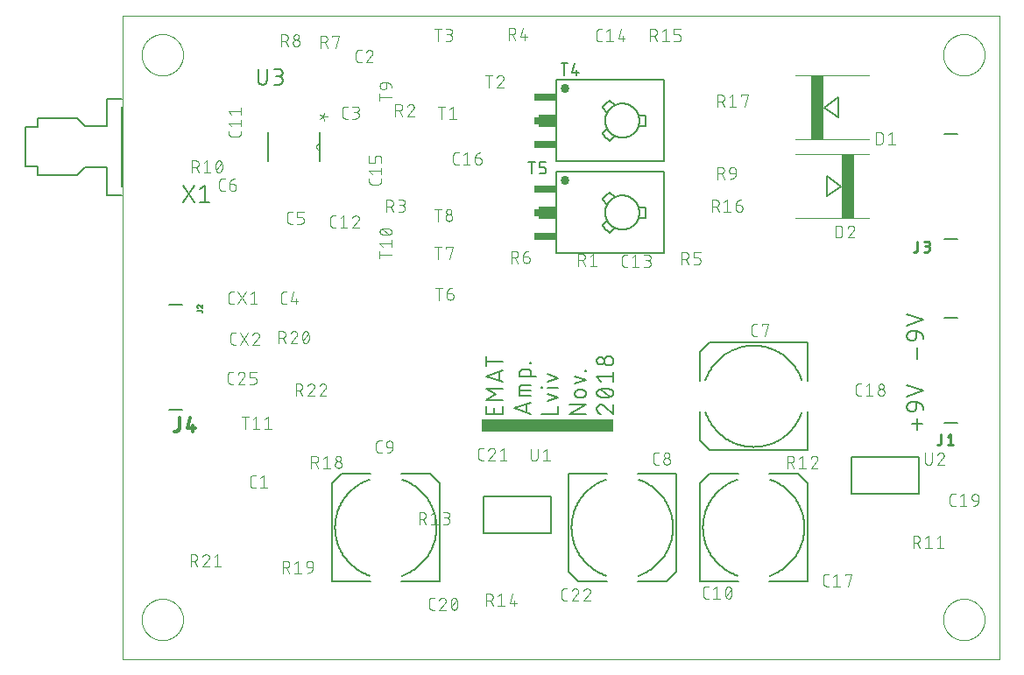
<source format=gto>
G75*
%MOIN*%
%OFA0B0*%
%FSLAX25Y25*%
%IPPOS*%
%LPD*%
%AMOC8*
5,1,8,0,0,1.08239X$1,22.5*
%
%ADD10C,0.00000*%
%ADD11C,0.00600*%
%ADD12R,0.50000X0.05000*%
%ADD13C,0.00400*%
%ADD14C,0.00500*%
%ADD15C,0.03400*%
%ADD16R,0.07000X0.05000*%
%ADD17R,0.08500X0.03000*%
%ADD18C,0.00300*%
%ADD19C,0.00700*%
%ADD20C,0.00800*%
%ADD21C,0.01000*%
%ADD22R,0.04921X0.24409*%
%ADD23C,0.01300*%
D10*
X0098342Y0038933D02*
X0098342Y0283894D01*
X0432043Y0283894D01*
X0432043Y0038933D01*
X0098342Y0038933D01*
X0105468Y0053933D02*
X0105470Y0054126D01*
X0105477Y0054319D01*
X0105489Y0054512D01*
X0105506Y0054705D01*
X0105527Y0054897D01*
X0105553Y0055088D01*
X0105584Y0055279D01*
X0105619Y0055469D01*
X0105659Y0055658D01*
X0105704Y0055846D01*
X0105753Y0056033D01*
X0105807Y0056219D01*
X0105865Y0056403D01*
X0105928Y0056586D01*
X0105996Y0056767D01*
X0106067Y0056946D01*
X0106144Y0057124D01*
X0106224Y0057300D01*
X0106309Y0057473D01*
X0106398Y0057645D01*
X0106491Y0057814D01*
X0106588Y0057981D01*
X0106690Y0058146D01*
X0106795Y0058308D01*
X0106904Y0058467D01*
X0107018Y0058624D01*
X0107135Y0058777D01*
X0107255Y0058928D01*
X0107380Y0059076D01*
X0107508Y0059221D01*
X0107639Y0059362D01*
X0107774Y0059501D01*
X0107913Y0059636D01*
X0108054Y0059767D01*
X0108199Y0059895D01*
X0108347Y0060020D01*
X0108498Y0060140D01*
X0108651Y0060257D01*
X0108808Y0060371D01*
X0108967Y0060480D01*
X0109129Y0060585D01*
X0109294Y0060687D01*
X0109461Y0060784D01*
X0109630Y0060877D01*
X0109802Y0060966D01*
X0109975Y0061051D01*
X0110151Y0061131D01*
X0110329Y0061208D01*
X0110508Y0061279D01*
X0110689Y0061347D01*
X0110872Y0061410D01*
X0111056Y0061468D01*
X0111242Y0061522D01*
X0111429Y0061571D01*
X0111617Y0061616D01*
X0111806Y0061656D01*
X0111996Y0061691D01*
X0112187Y0061722D01*
X0112378Y0061748D01*
X0112570Y0061769D01*
X0112763Y0061786D01*
X0112956Y0061798D01*
X0113149Y0061805D01*
X0113342Y0061807D01*
X0113535Y0061805D01*
X0113728Y0061798D01*
X0113921Y0061786D01*
X0114114Y0061769D01*
X0114306Y0061748D01*
X0114497Y0061722D01*
X0114688Y0061691D01*
X0114878Y0061656D01*
X0115067Y0061616D01*
X0115255Y0061571D01*
X0115442Y0061522D01*
X0115628Y0061468D01*
X0115812Y0061410D01*
X0115995Y0061347D01*
X0116176Y0061279D01*
X0116355Y0061208D01*
X0116533Y0061131D01*
X0116709Y0061051D01*
X0116882Y0060966D01*
X0117054Y0060877D01*
X0117223Y0060784D01*
X0117390Y0060687D01*
X0117555Y0060585D01*
X0117717Y0060480D01*
X0117876Y0060371D01*
X0118033Y0060257D01*
X0118186Y0060140D01*
X0118337Y0060020D01*
X0118485Y0059895D01*
X0118630Y0059767D01*
X0118771Y0059636D01*
X0118910Y0059501D01*
X0119045Y0059362D01*
X0119176Y0059221D01*
X0119304Y0059076D01*
X0119429Y0058928D01*
X0119549Y0058777D01*
X0119666Y0058624D01*
X0119780Y0058467D01*
X0119889Y0058308D01*
X0119994Y0058146D01*
X0120096Y0057981D01*
X0120193Y0057814D01*
X0120286Y0057645D01*
X0120375Y0057473D01*
X0120460Y0057300D01*
X0120540Y0057124D01*
X0120617Y0056946D01*
X0120688Y0056767D01*
X0120756Y0056586D01*
X0120819Y0056403D01*
X0120877Y0056219D01*
X0120931Y0056033D01*
X0120980Y0055846D01*
X0121025Y0055658D01*
X0121065Y0055469D01*
X0121100Y0055279D01*
X0121131Y0055088D01*
X0121157Y0054897D01*
X0121178Y0054705D01*
X0121195Y0054512D01*
X0121207Y0054319D01*
X0121214Y0054126D01*
X0121216Y0053933D01*
X0121214Y0053740D01*
X0121207Y0053547D01*
X0121195Y0053354D01*
X0121178Y0053161D01*
X0121157Y0052969D01*
X0121131Y0052778D01*
X0121100Y0052587D01*
X0121065Y0052397D01*
X0121025Y0052208D01*
X0120980Y0052020D01*
X0120931Y0051833D01*
X0120877Y0051647D01*
X0120819Y0051463D01*
X0120756Y0051280D01*
X0120688Y0051099D01*
X0120617Y0050920D01*
X0120540Y0050742D01*
X0120460Y0050566D01*
X0120375Y0050393D01*
X0120286Y0050221D01*
X0120193Y0050052D01*
X0120096Y0049885D01*
X0119994Y0049720D01*
X0119889Y0049558D01*
X0119780Y0049399D01*
X0119666Y0049242D01*
X0119549Y0049089D01*
X0119429Y0048938D01*
X0119304Y0048790D01*
X0119176Y0048645D01*
X0119045Y0048504D01*
X0118910Y0048365D01*
X0118771Y0048230D01*
X0118630Y0048099D01*
X0118485Y0047971D01*
X0118337Y0047846D01*
X0118186Y0047726D01*
X0118033Y0047609D01*
X0117876Y0047495D01*
X0117717Y0047386D01*
X0117555Y0047281D01*
X0117390Y0047179D01*
X0117223Y0047082D01*
X0117054Y0046989D01*
X0116882Y0046900D01*
X0116709Y0046815D01*
X0116533Y0046735D01*
X0116355Y0046658D01*
X0116176Y0046587D01*
X0115995Y0046519D01*
X0115812Y0046456D01*
X0115628Y0046398D01*
X0115442Y0046344D01*
X0115255Y0046295D01*
X0115067Y0046250D01*
X0114878Y0046210D01*
X0114688Y0046175D01*
X0114497Y0046144D01*
X0114306Y0046118D01*
X0114114Y0046097D01*
X0113921Y0046080D01*
X0113728Y0046068D01*
X0113535Y0046061D01*
X0113342Y0046059D01*
X0113149Y0046061D01*
X0112956Y0046068D01*
X0112763Y0046080D01*
X0112570Y0046097D01*
X0112378Y0046118D01*
X0112187Y0046144D01*
X0111996Y0046175D01*
X0111806Y0046210D01*
X0111617Y0046250D01*
X0111429Y0046295D01*
X0111242Y0046344D01*
X0111056Y0046398D01*
X0110872Y0046456D01*
X0110689Y0046519D01*
X0110508Y0046587D01*
X0110329Y0046658D01*
X0110151Y0046735D01*
X0109975Y0046815D01*
X0109802Y0046900D01*
X0109630Y0046989D01*
X0109461Y0047082D01*
X0109294Y0047179D01*
X0109129Y0047281D01*
X0108967Y0047386D01*
X0108808Y0047495D01*
X0108651Y0047609D01*
X0108498Y0047726D01*
X0108347Y0047846D01*
X0108199Y0047971D01*
X0108054Y0048099D01*
X0107913Y0048230D01*
X0107774Y0048365D01*
X0107639Y0048504D01*
X0107508Y0048645D01*
X0107380Y0048790D01*
X0107255Y0048938D01*
X0107135Y0049089D01*
X0107018Y0049242D01*
X0106904Y0049399D01*
X0106795Y0049558D01*
X0106690Y0049720D01*
X0106588Y0049885D01*
X0106491Y0050052D01*
X0106398Y0050221D01*
X0106309Y0050393D01*
X0106224Y0050566D01*
X0106144Y0050742D01*
X0106067Y0050920D01*
X0105996Y0051099D01*
X0105928Y0051280D01*
X0105865Y0051463D01*
X0105807Y0051647D01*
X0105753Y0051833D01*
X0105704Y0052020D01*
X0105659Y0052208D01*
X0105619Y0052397D01*
X0105584Y0052587D01*
X0105553Y0052778D01*
X0105527Y0052969D01*
X0105506Y0053161D01*
X0105489Y0053354D01*
X0105477Y0053547D01*
X0105470Y0053740D01*
X0105468Y0053933D01*
X0281842Y0208933D02*
X0281844Y0209094D01*
X0281850Y0209254D01*
X0281860Y0209415D01*
X0281874Y0209575D01*
X0281892Y0209735D01*
X0281913Y0209894D01*
X0281939Y0210053D01*
X0281969Y0210211D01*
X0282002Y0210368D01*
X0282040Y0210525D01*
X0282081Y0210680D01*
X0282126Y0210834D01*
X0282175Y0210987D01*
X0282228Y0211139D01*
X0282284Y0211290D01*
X0282345Y0211439D01*
X0282408Y0211587D01*
X0282476Y0211733D01*
X0282547Y0211877D01*
X0282621Y0212019D01*
X0282699Y0212160D01*
X0282781Y0212298D01*
X0282866Y0212435D01*
X0282954Y0212569D01*
X0283046Y0212701D01*
X0283141Y0212831D01*
X0283239Y0212959D01*
X0283340Y0213084D01*
X0283444Y0213206D01*
X0283551Y0213326D01*
X0283661Y0213443D01*
X0283774Y0213558D01*
X0283890Y0213669D01*
X0284009Y0213778D01*
X0284130Y0213883D01*
X0284254Y0213986D01*
X0284380Y0214086D01*
X0284508Y0214182D01*
X0284639Y0214275D01*
X0284773Y0214365D01*
X0284908Y0214452D01*
X0285046Y0214535D01*
X0285185Y0214615D01*
X0285327Y0214691D01*
X0285470Y0214764D01*
X0285615Y0214833D01*
X0285762Y0214899D01*
X0285910Y0214961D01*
X0286060Y0215019D01*
X0286211Y0215074D01*
X0286364Y0215125D01*
X0286518Y0215172D01*
X0286673Y0215215D01*
X0286829Y0215254D01*
X0286985Y0215290D01*
X0287143Y0215321D01*
X0287301Y0215349D01*
X0287460Y0215373D01*
X0287620Y0215393D01*
X0287780Y0215409D01*
X0287940Y0215421D01*
X0288101Y0215429D01*
X0288262Y0215433D01*
X0288422Y0215433D01*
X0288583Y0215429D01*
X0288744Y0215421D01*
X0288904Y0215409D01*
X0289064Y0215393D01*
X0289224Y0215373D01*
X0289383Y0215349D01*
X0289541Y0215321D01*
X0289699Y0215290D01*
X0289855Y0215254D01*
X0290011Y0215215D01*
X0290166Y0215172D01*
X0290320Y0215125D01*
X0290473Y0215074D01*
X0290624Y0215019D01*
X0290774Y0214961D01*
X0290922Y0214899D01*
X0291069Y0214833D01*
X0291214Y0214764D01*
X0291357Y0214691D01*
X0291499Y0214615D01*
X0291638Y0214535D01*
X0291776Y0214452D01*
X0291911Y0214365D01*
X0292045Y0214275D01*
X0292176Y0214182D01*
X0292304Y0214086D01*
X0292430Y0213986D01*
X0292554Y0213883D01*
X0292675Y0213778D01*
X0292794Y0213669D01*
X0292910Y0213558D01*
X0293023Y0213443D01*
X0293133Y0213326D01*
X0293240Y0213206D01*
X0293344Y0213084D01*
X0293445Y0212959D01*
X0293543Y0212831D01*
X0293638Y0212701D01*
X0293730Y0212569D01*
X0293818Y0212435D01*
X0293903Y0212298D01*
X0293985Y0212160D01*
X0294063Y0212019D01*
X0294137Y0211877D01*
X0294208Y0211733D01*
X0294276Y0211587D01*
X0294339Y0211439D01*
X0294400Y0211290D01*
X0294456Y0211139D01*
X0294509Y0210987D01*
X0294558Y0210834D01*
X0294603Y0210680D01*
X0294644Y0210525D01*
X0294682Y0210368D01*
X0294715Y0210211D01*
X0294745Y0210053D01*
X0294771Y0209894D01*
X0294792Y0209735D01*
X0294810Y0209575D01*
X0294824Y0209415D01*
X0294834Y0209254D01*
X0294840Y0209094D01*
X0294842Y0208933D01*
X0294840Y0208772D01*
X0294834Y0208612D01*
X0294824Y0208451D01*
X0294810Y0208291D01*
X0294792Y0208131D01*
X0294771Y0207972D01*
X0294745Y0207813D01*
X0294715Y0207655D01*
X0294682Y0207498D01*
X0294644Y0207341D01*
X0294603Y0207186D01*
X0294558Y0207032D01*
X0294509Y0206879D01*
X0294456Y0206727D01*
X0294400Y0206576D01*
X0294339Y0206427D01*
X0294276Y0206279D01*
X0294208Y0206133D01*
X0294137Y0205989D01*
X0294063Y0205847D01*
X0293985Y0205706D01*
X0293903Y0205568D01*
X0293818Y0205431D01*
X0293730Y0205297D01*
X0293638Y0205165D01*
X0293543Y0205035D01*
X0293445Y0204907D01*
X0293344Y0204782D01*
X0293240Y0204660D01*
X0293133Y0204540D01*
X0293023Y0204423D01*
X0292910Y0204308D01*
X0292794Y0204197D01*
X0292675Y0204088D01*
X0292554Y0203983D01*
X0292430Y0203880D01*
X0292304Y0203780D01*
X0292176Y0203684D01*
X0292045Y0203591D01*
X0291911Y0203501D01*
X0291776Y0203414D01*
X0291638Y0203331D01*
X0291499Y0203251D01*
X0291357Y0203175D01*
X0291214Y0203102D01*
X0291069Y0203033D01*
X0290922Y0202967D01*
X0290774Y0202905D01*
X0290624Y0202847D01*
X0290473Y0202792D01*
X0290320Y0202741D01*
X0290166Y0202694D01*
X0290011Y0202651D01*
X0289855Y0202612D01*
X0289699Y0202576D01*
X0289541Y0202545D01*
X0289383Y0202517D01*
X0289224Y0202493D01*
X0289064Y0202473D01*
X0288904Y0202457D01*
X0288744Y0202445D01*
X0288583Y0202437D01*
X0288422Y0202433D01*
X0288262Y0202433D01*
X0288101Y0202437D01*
X0287940Y0202445D01*
X0287780Y0202457D01*
X0287620Y0202473D01*
X0287460Y0202493D01*
X0287301Y0202517D01*
X0287143Y0202545D01*
X0286985Y0202576D01*
X0286829Y0202612D01*
X0286673Y0202651D01*
X0286518Y0202694D01*
X0286364Y0202741D01*
X0286211Y0202792D01*
X0286060Y0202847D01*
X0285910Y0202905D01*
X0285762Y0202967D01*
X0285615Y0203033D01*
X0285470Y0203102D01*
X0285327Y0203175D01*
X0285185Y0203251D01*
X0285046Y0203331D01*
X0284908Y0203414D01*
X0284773Y0203501D01*
X0284639Y0203591D01*
X0284508Y0203684D01*
X0284380Y0203780D01*
X0284254Y0203880D01*
X0284130Y0203983D01*
X0284009Y0204088D01*
X0283890Y0204197D01*
X0283774Y0204308D01*
X0283661Y0204423D01*
X0283551Y0204540D01*
X0283444Y0204660D01*
X0283340Y0204782D01*
X0283239Y0204907D01*
X0283141Y0205035D01*
X0283046Y0205165D01*
X0282954Y0205297D01*
X0282866Y0205431D01*
X0282781Y0205568D01*
X0282699Y0205706D01*
X0282621Y0205847D01*
X0282547Y0205989D01*
X0282476Y0206133D01*
X0282408Y0206279D01*
X0282345Y0206427D01*
X0282284Y0206576D01*
X0282228Y0206727D01*
X0282175Y0206879D01*
X0282126Y0207032D01*
X0282081Y0207186D01*
X0282040Y0207341D01*
X0282002Y0207498D01*
X0281969Y0207655D01*
X0281939Y0207813D01*
X0281913Y0207972D01*
X0281892Y0208131D01*
X0281874Y0208291D01*
X0281860Y0208451D01*
X0281850Y0208612D01*
X0281844Y0208772D01*
X0281842Y0208933D01*
X0281842Y0243933D02*
X0281844Y0244094D01*
X0281850Y0244254D01*
X0281860Y0244415D01*
X0281874Y0244575D01*
X0281892Y0244735D01*
X0281913Y0244894D01*
X0281939Y0245053D01*
X0281969Y0245211D01*
X0282002Y0245368D01*
X0282040Y0245525D01*
X0282081Y0245680D01*
X0282126Y0245834D01*
X0282175Y0245987D01*
X0282228Y0246139D01*
X0282284Y0246290D01*
X0282345Y0246439D01*
X0282408Y0246587D01*
X0282476Y0246733D01*
X0282547Y0246877D01*
X0282621Y0247019D01*
X0282699Y0247160D01*
X0282781Y0247298D01*
X0282866Y0247435D01*
X0282954Y0247569D01*
X0283046Y0247701D01*
X0283141Y0247831D01*
X0283239Y0247959D01*
X0283340Y0248084D01*
X0283444Y0248206D01*
X0283551Y0248326D01*
X0283661Y0248443D01*
X0283774Y0248558D01*
X0283890Y0248669D01*
X0284009Y0248778D01*
X0284130Y0248883D01*
X0284254Y0248986D01*
X0284380Y0249086D01*
X0284508Y0249182D01*
X0284639Y0249275D01*
X0284773Y0249365D01*
X0284908Y0249452D01*
X0285046Y0249535D01*
X0285185Y0249615D01*
X0285327Y0249691D01*
X0285470Y0249764D01*
X0285615Y0249833D01*
X0285762Y0249899D01*
X0285910Y0249961D01*
X0286060Y0250019D01*
X0286211Y0250074D01*
X0286364Y0250125D01*
X0286518Y0250172D01*
X0286673Y0250215D01*
X0286829Y0250254D01*
X0286985Y0250290D01*
X0287143Y0250321D01*
X0287301Y0250349D01*
X0287460Y0250373D01*
X0287620Y0250393D01*
X0287780Y0250409D01*
X0287940Y0250421D01*
X0288101Y0250429D01*
X0288262Y0250433D01*
X0288422Y0250433D01*
X0288583Y0250429D01*
X0288744Y0250421D01*
X0288904Y0250409D01*
X0289064Y0250393D01*
X0289224Y0250373D01*
X0289383Y0250349D01*
X0289541Y0250321D01*
X0289699Y0250290D01*
X0289855Y0250254D01*
X0290011Y0250215D01*
X0290166Y0250172D01*
X0290320Y0250125D01*
X0290473Y0250074D01*
X0290624Y0250019D01*
X0290774Y0249961D01*
X0290922Y0249899D01*
X0291069Y0249833D01*
X0291214Y0249764D01*
X0291357Y0249691D01*
X0291499Y0249615D01*
X0291638Y0249535D01*
X0291776Y0249452D01*
X0291911Y0249365D01*
X0292045Y0249275D01*
X0292176Y0249182D01*
X0292304Y0249086D01*
X0292430Y0248986D01*
X0292554Y0248883D01*
X0292675Y0248778D01*
X0292794Y0248669D01*
X0292910Y0248558D01*
X0293023Y0248443D01*
X0293133Y0248326D01*
X0293240Y0248206D01*
X0293344Y0248084D01*
X0293445Y0247959D01*
X0293543Y0247831D01*
X0293638Y0247701D01*
X0293730Y0247569D01*
X0293818Y0247435D01*
X0293903Y0247298D01*
X0293985Y0247160D01*
X0294063Y0247019D01*
X0294137Y0246877D01*
X0294208Y0246733D01*
X0294276Y0246587D01*
X0294339Y0246439D01*
X0294400Y0246290D01*
X0294456Y0246139D01*
X0294509Y0245987D01*
X0294558Y0245834D01*
X0294603Y0245680D01*
X0294644Y0245525D01*
X0294682Y0245368D01*
X0294715Y0245211D01*
X0294745Y0245053D01*
X0294771Y0244894D01*
X0294792Y0244735D01*
X0294810Y0244575D01*
X0294824Y0244415D01*
X0294834Y0244254D01*
X0294840Y0244094D01*
X0294842Y0243933D01*
X0294840Y0243772D01*
X0294834Y0243612D01*
X0294824Y0243451D01*
X0294810Y0243291D01*
X0294792Y0243131D01*
X0294771Y0242972D01*
X0294745Y0242813D01*
X0294715Y0242655D01*
X0294682Y0242498D01*
X0294644Y0242341D01*
X0294603Y0242186D01*
X0294558Y0242032D01*
X0294509Y0241879D01*
X0294456Y0241727D01*
X0294400Y0241576D01*
X0294339Y0241427D01*
X0294276Y0241279D01*
X0294208Y0241133D01*
X0294137Y0240989D01*
X0294063Y0240847D01*
X0293985Y0240706D01*
X0293903Y0240568D01*
X0293818Y0240431D01*
X0293730Y0240297D01*
X0293638Y0240165D01*
X0293543Y0240035D01*
X0293445Y0239907D01*
X0293344Y0239782D01*
X0293240Y0239660D01*
X0293133Y0239540D01*
X0293023Y0239423D01*
X0292910Y0239308D01*
X0292794Y0239197D01*
X0292675Y0239088D01*
X0292554Y0238983D01*
X0292430Y0238880D01*
X0292304Y0238780D01*
X0292176Y0238684D01*
X0292045Y0238591D01*
X0291911Y0238501D01*
X0291776Y0238414D01*
X0291638Y0238331D01*
X0291499Y0238251D01*
X0291357Y0238175D01*
X0291214Y0238102D01*
X0291069Y0238033D01*
X0290922Y0237967D01*
X0290774Y0237905D01*
X0290624Y0237847D01*
X0290473Y0237792D01*
X0290320Y0237741D01*
X0290166Y0237694D01*
X0290011Y0237651D01*
X0289855Y0237612D01*
X0289699Y0237576D01*
X0289541Y0237545D01*
X0289383Y0237517D01*
X0289224Y0237493D01*
X0289064Y0237473D01*
X0288904Y0237457D01*
X0288744Y0237445D01*
X0288583Y0237437D01*
X0288422Y0237433D01*
X0288262Y0237433D01*
X0288101Y0237437D01*
X0287940Y0237445D01*
X0287780Y0237457D01*
X0287620Y0237473D01*
X0287460Y0237493D01*
X0287301Y0237517D01*
X0287143Y0237545D01*
X0286985Y0237576D01*
X0286829Y0237612D01*
X0286673Y0237651D01*
X0286518Y0237694D01*
X0286364Y0237741D01*
X0286211Y0237792D01*
X0286060Y0237847D01*
X0285910Y0237905D01*
X0285762Y0237967D01*
X0285615Y0238033D01*
X0285470Y0238102D01*
X0285327Y0238175D01*
X0285185Y0238251D01*
X0285046Y0238331D01*
X0284908Y0238414D01*
X0284773Y0238501D01*
X0284639Y0238591D01*
X0284508Y0238684D01*
X0284380Y0238780D01*
X0284254Y0238880D01*
X0284130Y0238983D01*
X0284009Y0239088D01*
X0283890Y0239197D01*
X0283774Y0239308D01*
X0283661Y0239423D01*
X0283551Y0239540D01*
X0283444Y0239660D01*
X0283340Y0239782D01*
X0283239Y0239907D01*
X0283141Y0240035D01*
X0283046Y0240165D01*
X0282954Y0240297D01*
X0282866Y0240431D01*
X0282781Y0240568D01*
X0282699Y0240706D01*
X0282621Y0240847D01*
X0282547Y0240989D01*
X0282476Y0241133D01*
X0282408Y0241279D01*
X0282345Y0241427D01*
X0282284Y0241576D01*
X0282228Y0241727D01*
X0282175Y0241879D01*
X0282126Y0242032D01*
X0282081Y0242186D01*
X0282040Y0242341D01*
X0282002Y0242498D01*
X0281969Y0242655D01*
X0281939Y0242813D01*
X0281913Y0242972D01*
X0281892Y0243131D01*
X0281874Y0243291D01*
X0281860Y0243451D01*
X0281850Y0243612D01*
X0281844Y0243772D01*
X0281842Y0243933D01*
X0173142Y0235133D02*
X0173073Y0235131D01*
X0173005Y0235125D01*
X0172937Y0235115D01*
X0172870Y0235102D01*
X0172804Y0235084D01*
X0172739Y0235063D01*
X0172675Y0235038D01*
X0172613Y0235010D01*
X0172552Y0234978D01*
X0172493Y0234943D01*
X0172437Y0234904D01*
X0172382Y0234862D01*
X0172331Y0234817D01*
X0172281Y0234769D01*
X0172235Y0234719D01*
X0172192Y0234666D01*
X0172151Y0234610D01*
X0172114Y0234553D01*
X0172081Y0234493D01*
X0172050Y0234431D01*
X0172024Y0234368D01*
X0172001Y0234304D01*
X0171981Y0234238D01*
X0171966Y0234171D01*
X0171954Y0234104D01*
X0171946Y0234036D01*
X0171942Y0233967D01*
X0171942Y0233899D01*
X0171946Y0233830D01*
X0171954Y0233762D01*
X0171966Y0233695D01*
X0171981Y0233628D01*
X0172001Y0233562D01*
X0172024Y0233498D01*
X0172050Y0233435D01*
X0172081Y0233373D01*
X0172114Y0233313D01*
X0172151Y0233256D01*
X0172192Y0233200D01*
X0172235Y0233147D01*
X0172281Y0233097D01*
X0172331Y0233049D01*
X0172382Y0233004D01*
X0172437Y0232962D01*
X0172493Y0232923D01*
X0172552Y0232888D01*
X0172613Y0232856D01*
X0172675Y0232828D01*
X0172739Y0232803D01*
X0172804Y0232782D01*
X0172870Y0232764D01*
X0172937Y0232751D01*
X0173005Y0232741D01*
X0173073Y0232735D01*
X0173142Y0232733D01*
X0105468Y0268933D02*
X0105470Y0269126D01*
X0105477Y0269319D01*
X0105489Y0269512D01*
X0105506Y0269705D01*
X0105527Y0269897D01*
X0105553Y0270088D01*
X0105584Y0270279D01*
X0105619Y0270469D01*
X0105659Y0270658D01*
X0105704Y0270846D01*
X0105753Y0271033D01*
X0105807Y0271219D01*
X0105865Y0271403D01*
X0105928Y0271586D01*
X0105996Y0271767D01*
X0106067Y0271946D01*
X0106144Y0272124D01*
X0106224Y0272300D01*
X0106309Y0272473D01*
X0106398Y0272645D01*
X0106491Y0272814D01*
X0106588Y0272981D01*
X0106690Y0273146D01*
X0106795Y0273308D01*
X0106904Y0273467D01*
X0107018Y0273624D01*
X0107135Y0273777D01*
X0107255Y0273928D01*
X0107380Y0274076D01*
X0107508Y0274221D01*
X0107639Y0274362D01*
X0107774Y0274501D01*
X0107913Y0274636D01*
X0108054Y0274767D01*
X0108199Y0274895D01*
X0108347Y0275020D01*
X0108498Y0275140D01*
X0108651Y0275257D01*
X0108808Y0275371D01*
X0108967Y0275480D01*
X0109129Y0275585D01*
X0109294Y0275687D01*
X0109461Y0275784D01*
X0109630Y0275877D01*
X0109802Y0275966D01*
X0109975Y0276051D01*
X0110151Y0276131D01*
X0110329Y0276208D01*
X0110508Y0276279D01*
X0110689Y0276347D01*
X0110872Y0276410D01*
X0111056Y0276468D01*
X0111242Y0276522D01*
X0111429Y0276571D01*
X0111617Y0276616D01*
X0111806Y0276656D01*
X0111996Y0276691D01*
X0112187Y0276722D01*
X0112378Y0276748D01*
X0112570Y0276769D01*
X0112763Y0276786D01*
X0112956Y0276798D01*
X0113149Y0276805D01*
X0113342Y0276807D01*
X0113535Y0276805D01*
X0113728Y0276798D01*
X0113921Y0276786D01*
X0114114Y0276769D01*
X0114306Y0276748D01*
X0114497Y0276722D01*
X0114688Y0276691D01*
X0114878Y0276656D01*
X0115067Y0276616D01*
X0115255Y0276571D01*
X0115442Y0276522D01*
X0115628Y0276468D01*
X0115812Y0276410D01*
X0115995Y0276347D01*
X0116176Y0276279D01*
X0116355Y0276208D01*
X0116533Y0276131D01*
X0116709Y0276051D01*
X0116882Y0275966D01*
X0117054Y0275877D01*
X0117223Y0275784D01*
X0117390Y0275687D01*
X0117555Y0275585D01*
X0117717Y0275480D01*
X0117876Y0275371D01*
X0118033Y0275257D01*
X0118186Y0275140D01*
X0118337Y0275020D01*
X0118485Y0274895D01*
X0118630Y0274767D01*
X0118771Y0274636D01*
X0118910Y0274501D01*
X0119045Y0274362D01*
X0119176Y0274221D01*
X0119304Y0274076D01*
X0119429Y0273928D01*
X0119549Y0273777D01*
X0119666Y0273624D01*
X0119780Y0273467D01*
X0119889Y0273308D01*
X0119994Y0273146D01*
X0120096Y0272981D01*
X0120193Y0272814D01*
X0120286Y0272645D01*
X0120375Y0272473D01*
X0120460Y0272300D01*
X0120540Y0272124D01*
X0120617Y0271946D01*
X0120688Y0271767D01*
X0120756Y0271586D01*
X0120819Y0271403D01*
X0120877Y0271219D01*
X0120931Y0271033D01*
X0120980Y0270846D01*
X0121025Y0270658D01*
X0121065Y0270469D01*
X0121100Y0270279D01*
X0121131Y0270088D01*
X0121157Y0269897D01*
X0121178Y0269705D01*
X0121195Y0269512D01*
X0121207Y0269319D01*
X0121214Y0269126D01*
X0121216Y0268933D01*
X0121214Y0268740D01*
X0121207Y0268547D01*
X0121195Y0268354D01*
X0121178Y0268161D01*
X0121157Y0267969D01*
X0121131Y0267778D01*
X0121100Y0267587D01*
X0121065Y0267397D01*
X0121025Y0267208D01*
X0120980Y0267020D01*
X0120931Y0266833D01*
X0120877Y0266647D01*
X0120819Y0266463D01*
X0120756Y0266280D01*
X0120688Y0266099D01*
X0120617Y0265920D01*
X0120540Y0265742D01*
X0120460Y0265566D01*
X0120375Y0265393D01*
X0120286Y0265221D01*
X0120193Y0265052D01*
X0120096Y0264885D01*
X0119994Y0264720D01*
X0119889Y0264558D01*
X0119780Y0264399D01*
X0119666Y0264242D01*
X0119549Y0264089D01*
X0119429Y0263938D01*
X0119304Y0263790D01*
X0119176Y0263645D01*
X0119045Y0263504D01*
X0118910Y0263365D01*
X0118771Y0263230D01*
X0118630Y0263099D01*
X0118485Y0262971D01*
X0118337Y0262846D01*
X0118186Y0262726D01*
X0118033Y0262609D01*
X0117876Y0262495D01*
X0117717Y0262386D01*
X0117555Y0262281D01*
X0117390Y0262179D01*
X0117223Y0262082D01*
X0117054Y0261989D01*
X0116882Y0261900D01*
X0116709Y0261815D01*
X0116533Y0261735D01*
X0116355Y0261658D01*
X0116176Y0261587D01*
X0115995Y0261519D01*
X0115812Y0261456D01*
X0115628Y0261398D01*
X0115442Y0261344D01*
X0115255Y0261295D01*
X0115067Y0261250D01*
X0114878Y0261210D01*
X0114688Y0261175D01*
X0114497Y0261144D01*
X0114306Y0261118D01*
X0114114Y0261097D01*
X0113921Y0261080D01*
X0113728Y0261068D01*
X0113535Y0261061D01*
X0113342Y0261059D01*
X0113149Y0261061D01*
X0112956Y0261068D01*
X0112763Y0261080D01*
X0112570Y0261097D01*
X0112378Y0261118D01*
X0112187Y0261144D01*
X0111996Y0261175D01*
X0111806Y0261210D01*
X0111617Y0261250D01*
X0111429Y0261295D01*
X0111242Y0261344D01*
X0111056Y0261398D01*
X0110872Y0261456D01*
X0110689Y0261519D01*
X0110508Y0261587D01*
X0110329Y0261658D01*
X0110151Y0261735D01*
X0109975Y0261815D01*
X0109802Y0261900D01*
X0109630Y0261989D01*
X0109461Y0262082D01*
X0109294Y0262179D01*
X0109129Y0262281D01*
X0108967Y0262386D01*
X0108808Y0262495D01*
X0108651Y0262609D01*
X0108498Y0262726D01*
X0108347Y0262846D01*
X0108199Y0262971D01*
X0108054Y0263099D01*
X0107913Y0263230D01*
X0107774Y0263365D01*
X0107639Y0263504D01*
X0107508Y0263645D01*
X0107380Y0263790D01*
X0107255Y0263938D01*
X0107135Y0264089D01*
X0107018Y0264242D01*
X0106904Y0264399D01*
X0106795Y0264558D01*
X0106690Y0264720D01*
X0106588Y0264885D01*
X0106491Y0265052D01*
X0106398Y0265221D01*
X0106309Y0265393D01*
X0106224Y0265566D01*
X0106144Y0265742D01*
X0106067Y0265920D01*
X0105996Y0266099D01*
X0105928Y0266280D01*
X0105865Y0266463D01*
X0105807Y0266647D01*
X0105753Y0266833D01*
X0105704Y0267020D01*
X0105659Y0267208D01*
X0105619Y0267397D01*
X0105584Y0267587D01*
X0105553Y0267778D01*
X0105527Y0267969D01*
X0105506Y0268161D01*
X0105489Y0268354D01*
X0105477Y0268547D01*
X0105470Y0268740D01*
X0105468Y0268933D01*
X0098342Y0255933D02*
X0098342Y0211933D01*
X0410468Y0268933D02*
X0410470Y0269126D01*
X0410477Y0269319D01*
X0410489Y0269512D01*
X0410506Y0269705D01*
X0410527Y0269897D01*
X0410553Y0270088D01*
X0410584Y0270279D01*
X0410619Y0270469D01*
X0410659Y0270658D01*
X0410704Y0270846D01*
X0410753Y0271033D01*
X0410807Y0271219D01*
X0410865Y0271403D01*
X0410928Y0271586D01*
X0410996Y0271767D01*
X0411067Y0271946D01*
X0411144Y0272124D01*
X0411224Y0272300D01*
X0411309Y0272473D01*
X0411398Y0272645D01*
X0411491Y0272814D01*
X0411588Y0272981D01*
X0411690Y0273146D01*
X0411795Y0273308D01*
X0411904Y0273467D01*
X0412018Y0273624D01*
X0412135Y0273777D01*
X0412255Y0273928D01*
X0412380Y0274076D01*
X0412508Y0274221D01*
X0412639Y0274362D01*
X0412774Y0274501D01*
X0412913Y0274636D01*
X0413054Y0274767D01*
X0413199Y0274895D01*
X0413347Y0275020D01*
X0413498Y0275140D01*
X0413651Y0275257D01*
X0413808Y0275371D01*
X0413967Y0275480D01*
X0414129Y0275585D01*
X0414294Y0275687D01*
X0414461Y0275784D01*
X0414630Y0275877D01*
X0414802Y0275966D01*
X0414975Y0276051D01*
X0415151Y0276131D01*
X0415329Y0276208D01*
X0415508Y0276279D01*
X0415689Y0276347D01*
X0415872Y0276410D01*
X0416056Y0276468D01*
X0416242Y0276522D01*
X0416429Y0276571D01*
X0416617Y0276616D01*
X0416806Y0276656D01*
X0416996Y0276691D01*
X0417187Y0276722D01*
X0417378Y0276748D01*
X0417570Y0276769D01*
X0417763Y0276786D01*
X0417956Y0276798D01*
X0418149Y0276805D01*
X0418342Y0276807D01*
X0418535Y0276805D01*
X0418728Y0276798D01*
X0418921Y0276786D01*
X0419114Y0276769D01*
X0419306Y0276748D01*
X0419497Y0276722D01*
X0419688Y0276691D01*
X0419878Y0276656D01*
X0420067Y0276616D01*
X0420255Y0276571D01*
X0420442Y0276522D01*
X0420628Y0276468D01*
X0420812Y0276410D01*
X0420995Y0276347D01*
X0421176Y0276279D01*
X0421355Y0276208D01*
X0421533Y0276131D01*
X0421709Y0276051D01*
X0421882Y0275966D01*
X0422054Y0275877D01*
X0422223Y0275784D01*
X0422390Y0275687D01*
X0422555Y0275585D01*
X0422717Y0275480D01*
X0422876Y0275371D01*
X0423033Y0275257D01*
X0423186Y0275140D01*
X0423337Y0275020D01*
X0423485Y0274895D01*
X0423630Y0274767D01*
X0423771Y0274636D01*
X0423910Y0274501D01*
X0424045Y0274362D01*
X0424176Y0274221D01*
X0424304Y0274076D01*
X0424429Y0273928D01*
X0424549Y0273777D01*
X0424666Y0273624D01*
X0424780Y0273467D01*
X0424889Y0273308D01*
X0424994Y0273146D01*
X0425096Y0272981D01*
X0425193Y0272814D01*
X0425286Y0272645D01*
X0425375Y0272473D01*
X0425460Y0272300D01*
X0425540Y0272124D01*
X0425617Y0271946D01*
X0425688Y0271767D01*
X0425756Y0271586D01*
X0425819Y0271403D01*
X0425877Y0271219D01*
X0425931Y0271033D01*
X0425980Y0270846D01*
X0426025Y0270658D01*
X0426065Y0270469D01*
X0426100Y0270279D01*
X0426131Y0270088D01*
X0426157Y0269897D01*
X0426178Y0269705D01*
X0426195Y0269512D01*
X0426207Y0269319D01*
X0426214Y0269126D01*
X0426216Y0268933D01*
X0426214Y0268740D01*
X0426207Y0268547D01*
X0426195Y0268354D01*
X0426178Y0268161D01*
X0426157Y0267969D01*
X0426131Y0267778D01*
X0426100Y0267587D01*
X0426065Y0267397D01*
X0426025Y0267208D01*
X0425980Y0267020D01*
X0425931Y0266833D01*
X0425877Y0266647D01*
X0425819Y0266463D01*
X0425756Y0266280D01*
X0425688Y0266099D01*
X0425617Y0265920D01*
X0425540Y0265742D01*
X0425460Y0265566D01*
X0425375Y0265393D01*
X0425286Y0265221D01*
X0425193Y0265052D01*
X0425096Y0264885D01*
X0424994Y0264720D01*
X0424889Y0264558D01*
X0424780Y0264399D01*
X0424666Y0264242D01*
X0424549Y0264089D01*
X0424429Y0263938D01*
X0424304Y0263790D01*
X0424176Y0263645D01*
X0424045Y0263504D01*
X0423910Y0263365D01*
X0423771Y0263230D01*
X0423630Y0263099D01*
X0423485Y0262971D01*
X0423337Y0262846D01*
X0423186Y0262726D01*
X0423033Y0262609D01*
X0422876Y0262495D01*
X0422717Y0262386D01*
X0422555Y0262281D01*
X0422390Y0262179D01*
X0422223Y0262082D01*
X0422054Y0261989D01*
X0421882Y0261900D01*
X0421709Y0261815D01*
X0421533Y0261735D01*
X0421355Y0261658D01*
X0421176Y0261587D01*
X0420995Y0261519D01*
X0420812Y0261456D01*
X0420628Y0261398D01*
X0420442Y0261344D01*
X0420255Y0261295D01*
X0420067Y0261250D01*
X0419878Y0261210D01*
X0419688Y0261175D01*
X0419497Y0261144D01*
X0419306Y0261118D01*
X0419114Y0261097D01*
X0418921Y0261080D01*
X0418728Y0261068D01*
X0418535Y0261061D01*
X0418342Y0261059D01*
X0418149Y0261061D01*
X0417956Y0261068D01*
X0417763Y0261080D01*
X0417570Y0261097D01*
X0417378Y0261118D01*
X0417187Y0261144D01*
X0416996Y0261175D01*
X0416806Y0261210D01*
X0416617Y0261250D01*
X0416429Y0261295D01*
X0416242Y0261344D01*
X0416056Y0261398D01*
X0415872Y0261456D01*
X0415689Y0261519D01*
X0415508Y0261587D01*
X0415329Y0261658D01*
X0415151Y0261735D01*
X0414975Y0261815D01*
X0414802Y0261900D01*
X0414630Y0261989D01*
X0414461Y0262082D01*
X0414294Y0262179D01*
X0414129Y0262281D01*
X0413967Y0262386D01*
X0413808Y0262495D01*
X0413651Y0262609D01*
X0413498Y0262726D01*
X0413347Y0262846D01*
X0413199Y0262971D01*
X0413054Y0263099D01*
X0412913Y0263230D01*
X0412774Y0263365D01*
X0412639Y0263504D01*
X0412508Y0263645D01*
X0412380Y0263790D01*
X0412255Y0263938D01*
X0412135Y0264089D01*
X0412018Y0264242D01*
X0411904Y0264399D01*
X0411795Y0264558D01*
X0411690Y0264720D01*
X0411588Y0264885D01*
X0411491Y0265052D01*
X0411398Y0265221D01*
X0411309Y0265393D01*
X0411224Y0265566D01*
X0411144Y0265742D01*
X0411067Y0265920D01*
X0410996Y0266099D01*
X0410928Y0266280D01*
X0410865Y0266463D01*
X0410807Y0266647D01*
X0410753Y0266833D01*
X0410704Y0267020D01*
X0410659Y0267208D01*
X0410619Y0267397D01*
X0410584Y0267587D01*
X0410553Y0267778D01*
X0410527Y0267969D01*
X0410506Y0268161D01*
X0410489Y0268354D01*
X0410477Y0268547D01*
X0410470Y0268740D01*
X0410468Y0268933D01*
X0410468Y0053933D02*
X0410470Y0054126D01*
X0410477Y0054319D01*
X0410489Y0054512D01*
X0410506Y0054705D01*
X0410527Y0054897D01*
X0410553Y0055088D01*
X0410584Y0055279D01*
X0410619Y0055469D01*
X0410659Y0055658D01*
X0410704Y0055846D01*
X0410753Y0056033D01*
X0410807Y0056219D01*
X0410865Y0056403D01*
X0410928Y0056586D01*
X0410996Y0056767D01*
X0411067Y0056946D01*
X0411144Y0057124D01*
X0411224Y0057300D01*
X0411309Y0057473D01*
X0411398Y0057645D01*
X0411491Y0057814D01*
X0411588Y0057981D01*
X0411690Y0058146D01*
X0411795Y0058308D01*
X0411904Y0058467D01*
X0412018Y0058624D01*
X0412135Y0058777D01*
X0412255Y0058928D01*
X0412380Y0059076D01*
X0412508Y0059221D01*
X0412639Y0059362D01*
X0412774Y0059501D01*
X0412913Y0059636D01*
X0413054Y0059767D01*
X0413199Y0059895D01*
X0413347Y0060020D01*
X0413498Y0060140D01*
X0413651Y0060257D01*
X0413808Y0060371D01*
X0413967Y0060480D01*
X0414129Y0060585D01*
X0414294Y0060687D01*
X0414461Y0060784D01*
X0414630Y0060877D01*
X0414802Y0060966D01*
X0414975Y0061051D01*
X0415151Y0061131D01*
X0415329Y0061208D01*
X0415508Y0061279D01*
X0415689Y0061347D01*
X0415872Y0061410D01*
X0416056Y0061468D01*
X0416242Y0061522D01*
X0416429Y0061571D01*
X0416617Y0061616D01*
X0416806Y0061656D01*
X0416996Y0061691D01*
X0417187Y0061722D01*
X0417378Y0061748D01*
X0417570Y0061769D01*
X0417763Y0061786D01*
X0417956Y0061798D01*
X0418149Y0061805D01*
X0418342Y0061807D01*
X0418535Y0061805D01*
X0418728Y0061798D01*
X0418921Y0061786D01*
X0419114Y0061769D01*
X0419306Y0061748D01*
X0419497Y0061722D01*
X0419688Y0061691D01*
X0419878Y0061656D01*
X0420067Y0061616D01*
X0420255Y0061571D01*
X0420442Y0061522D01*
X0420628Y0061468D01*
X0420812Y0061410D01*
X0420995Y0061347D01*
X0421176Y0061279D01*
X0421355Y0061208D01*
X0421533Y0061131D01*
X0421709Y0061051D01*
X0421882Y0060966D01*
X0422054Y0060877D01*
X0422223Y0060784D01*
X0422390Y0060687D01*
X0422555Y0060585D01*
X0422717Y0060480D01*
X0422876Y0060371D01*
X0423033Y0060257D01*
X0423186Y0060140D01*
X0423337Y0060020D01*
X0423485Y0059895D01*
X0423630Y0059767D01*
X0423771Y0059636D01*
X0423910Y0059501D01*
X0424045Y0059362D01*
X0424176Y0059221D01*
X0424304Y0059076D01*
X0424429Y0058928D01*
X0424549Y0058777D01*
X0424666Y0058624D01*
X0424780Y0058467D01*
X0424889Y0058308D01*
X0424994Y0058146D01*
X0425096Y0057981D01*
X0425193Y0057814D01*
X0425286Y0057645D01*
X0425375Y0057473D01*
X0425460Y0057300D01*
X0425540Y0057124D01*
X0425617Y0056946D01*
X0425688Y0056767D01*
X0425756Y0056586D01*
X0425819Y0056403D01*
X0425877Y0056219D01*
X0425931Y0056033D01*
X0425980Y0055846D01*
X0426025Y0055658D01*
X0426065Y0055469D01*
X0426100Y0055279D01*
X0426131Y0055088D01*
X0426157Y0054897D01*
X0426178Y0054705D01*
X0426195Y0054512D01*
X0426207Y0054319D01*
X0426214Y0054126D01*
X0426216Y0053933D01*
X0426214Y0053740D01*
X0426207Y0053547D01*
X0426195Y0053354D01*
X0426178Y0053161D01*
X0426157Y0052969D01*
X0426131Y0052778D01*
X0426100Y0052587D01*
X0426065Y0052397D01*
X0426025Y0052208D01*
X0425980Y0052020D01*
X0425931Y0051833D01*
X0425877Y0051647D01*
X0425819Y0051463D01*
X0425756Y0051280D01*
X0425688Y0051099D01*
X0425617Y0050920D01*
X0425540Y0050742D01*
X0425460Y0050566D01*
X0425375Y0050393D01*
X0425286Y0050221D01*
X0425193Y0050052D01*
X0425096Y0049885D01*
X0424994Y0049720D01*
X0424889Y0049558D01*
X0424780Y0049399D01*
X0424666Y0049242D01*
X0424549Y0049089D01*
X0424429Y0048938D01*
X0424304Y0048790D01*
X0424176Y0048645D01*
X0424045Y0048504D01*
X0423910Y0048365D01*
X0423771Y0048230D01*
X0423630Y0048099D01*
X0423485Y0047971D01*
X0423337Y0047846D01*
X0423186Y0047726D01*
X0423033Y0047609D01*
X0422876Y0047495D01*
X0422717Y0047386D01*
X0422555Y0047281D01*
X0422390Y0047179D01*
X0422223Y0047082D01*
X0422054Y0046989D01*
X0421882Y0046900D01*
X0421709Y0046815D01*
X0421533Y0046735D01*
X0421355Y0046658D01*
X0421176Y0046587D01*
X0420995Y0046519D01*
X0420812Y0046456D01*
X0420628Y0046398D01*
X0420442Y0046344D01*
X0420255Y0046295D01*
X0420067Y0046250D01*
X0419878Y0046210D01*
X0419688Y0046175D01*
X0419497Y0046144D01*
X0419306Y0046118D01*
X0419114Y0046097D01*
X0418921Y0046080D01*
X0418728Y0046068D01*
X0418535Y0046061D01*
X0418342Y0046059D01*
X0418149Y0046061D01*
X0417956Y0046068D01*
X0417763Y0046080D01*
X0417570Y0046097D01*
X0417378Y0046118D01*
X0417187Y0046144D01*
X0416996Y0046175D01*
X0416806Y0046210D01*
X0416617Y0046250D01*
X0416429Y0046295D01*
X0416242Y0046344D01*
X0416056Y0046398D01*
X0415872Y0046456D01*
X0415689Y0046519D01*
X0415508Y0046587D01*
X0415329Y0046658D01*
X0415151Y0046735D01*
X0414975Y0046815D01*
X0414802Y0046900D01*
X0414630Y0046989D01*
X0414461Y0047082D01*
X0414294Y0047179D01*
X0414129Y0047281D01*
X0413967Y0047386D01*
X0413808Y0047495D01*
X0413651Y0047609D01*
X0413498Y0047726D01*
X0413347Y0047846D01*
X0413199Y0047971D01*
X0413054Y0048099D01*
X0412913Y0048230D01*
X0412774Y0048365D01*
X0412639Y0048504D01*
X0412508Y0048645D01*
X0412380Y0048790D01*
X0412255Y0048938D01*
X0412135Y0049089D01*
X0412018Y0049242D01*
X0411904Y0049399D01*
X0411795Y0049558D01*
X0411690Y0049720D01*
X0411588Y0049885D01*
X0411491Y0050052D01*
X0411398Y0050221D01*
X0411309Y0050393D01*
X0411224Y0050566D01*
X0411144Y0050742D01*
X0411067Y0050920D01*
X0410996Y0051099D01*
X0410928Y0051280D01*
X0410865Y0051463D01*
X0410807Y0051647D01*
X0410753Y0051833D01*
X0410704Y0052020D01*
X0410659Y0052208D01*
X0410619Y0052397D01*
X0410584Y0052587D01*
X0410553Y0052778D01*
X0410527Y0052969D01*
X0410506Y0053161D01*
X0410489Y0053354D01*
X0410477Y0053547D01*
X0410470Y0053740D01*
X0410468Y0053933D01*
D11*
X0400553Y0126233D02*
X0400553Y0130500D01*
X0402686Y0128366D02*
X0398420Y0128366D01*
X0398420Y0133153D02*
X0398775Y0133153D01*
X0398849Y0133155D01*
X0398924Y0133161D01*
X0398997Y0133171D01*
X0399071Y0133184D01*
X0399143Y0133201D01*
X0399214Y0133223D01*
X0399285Y0133247D01*
X0399353Y0133276D01*
X0399421Y0133308D01*
X0399486Y0133344D01*
X0399549Y0133382D01*
X0399611Y0133425D01*
X0399670Y0133470D01*
X0399727Y0133518D01*
X0399781Y0133569D01*
X0399832Y0133623D01*
X0399880Y0133680D01*
X0399925Y0133739D01*
X0399968Y0133801D01*
X0400006Y0133864D01*
X0400042Y0133929D01*
X0400074Y0133997D01*
X0400103Y0134065D01*
X0400127Y0134136D01*
X0400149Y0134207D01*
X0400166Y0134279D01*
X0400179Y0134353D01*
X0400189Y0134426D01*
X0400195Y0134501D01*
X0400197Y0134575D01*
X0400197Y0136708D01*
X0398420Y0136708D01*
X0398420Y0136709D02*
X0398337Y0136707D01*
X0398254Y0136701D01*
X0398171Y0136691D01*
X0398088Y0136678D01*
X0398007Y0136660D01*
X0397926Y0136639D01*
X0397847Y0136614D01*
X0397769Y0136585D01*
X0397692Y0136553D01*
X0397617Y0136517D01*
X0397543Y0136478D01*
X0397472Y0136435D01*
X0397402Y0136389D01*
X0397335Y0136339D01*
X0397270Y0136287D01*
X0397208Y0136232D01*
X0397148Y0136173D01*
X0397091Y0136112D01*
X0397037Y0136049D01*
X0396986Y0135983D01*
X0396939Y0135914D01*
X0396894Y0135844D01*
X0396853Y0135771D01*
X0396816Y0135697D01*
X0396781Y0135621D01*
X0396751Y0135543D01*
X0396724Y0135465D01*
X0396701Y0135384D01*
X0396681Y0135303D01*
X0396666Y0135221D01*
X0396654Y0135139D01*
X0396646Y0135056D01*
X0396642Y0134973D01*
X0396642Y0134889D01*
X0396646Y0134806D01*
X0396654Y0134723D01*
X0396666Y0134641D01*
X0396681Y0134559D01*
X0396701Y0134478D01*
X0396724Y0134397D01*
X0396751Y0134319D01*
X0396781Y0134241D01*
X0396816Y0134165D01*
X0396853Y0134091D01*
X0396894Y0134018D01*
X0396939Y0133948D01*
X0396986Y0133879D01*
X0397037Y0133813D01*
X0397091Y0133750D01*
X0397148Y0133689D01*
X0397208Y0133630D01*
X0397270Y0133575D01*
X0397335Y0133523D01*
X0397402Y0133473D01*
X0397472Y0133427D01*
X0397543Y0133384D01*
X0397617Y0133345D01*
X0397692Y0133309D01*
X0397769Y0133277D01*
X0397847Y0133248D01*
X0397926Y0133223D01*
X0398007Y0133202D01*
X0398088Y0133184D01*
X0398171Y0133171D01*
X0398254Y0133161D01*
X0398337Y0133155D01*
X0398420Y0133153D01*
X0400197Y0136708D02*
X0400301Y0136706D01*
X0400405Y0136700D01*
X0400508Y0136691D01*
X0400611Y0136678D01*
X0400714Y0136661D01*
X0400815Y0136640D01*
X0400916Y0136616D01*
X0401016Y0136587D01*
X0401115Y0136556D01*
X0401213Y0136520D01*
X0401309Y0136481D01*
X0401404Y0136439D01*
X0401497Y0136393D01*
X0401589Y0136344D01*
X0401679Y0136292D01*
X0401766Y0136236D01*
X0401852Y0136177D01*
X0401935Y0136115D01*
X0402016Y0136050D01*
X0402095Y0135982D01*
X0402171Y0135911D01*
X0402244Y0135838D01*
X0402315Y0135762D01*
X0402383Y0135683D01*
X0402448Y0135602D01*
X0402510Y0135519D01*
X0402569Y0135433D01*
X0402625Y0135346D01*
X0402677Y0135256D01*
X0402726Y0135164D01*
X0402772Y0135071D01*
X0402814Y0134976D01*
X0402853Y0134880D01*
X0402889Y0134782D01*
X0402920Y0134683D01*
X0402949Y0134583D01*
X0402973Y0134482D01*
X0402994Y0134381D01*
X0403011Y0134278D01*
X0403024Y0134175D01*
X0403033Y0134072D01*
X0403039Y0133968D01*
X0403041Y0133864D01*
X0403042Y0141085D02*
X0396642Y0138951D01*
X0396642Y0143218D02*
X0403042Y0141085D01*
X0400553Y0153233D02*
X0400553Y0157500D01*
X0398775Y0160153D02*
X0398420Y0160153D01*
X0398775Y0160153D02*
X0398849Y0160155D01*
X0398924Y0160161D01*
X0398997Y0160171D01*
X0399071Y0160184D01*
X0399143Y0160201D01*
X0399214Y0160223D01*
X0399285Y0160247D01*
X0399353Y0160276D01*
X0399421Y0160308D01*
X0399486Y0160344D01*
X0399549Y0160382D01*
X0399611Y0160425D01*
X0399670Y0160470D01*
X0399727Y0160518D01*
X0399781Y0160569D01*
X0399832Y0160623D01*
X0399880Y0160680D01*
X0399925Y0160739D01*
X0399968Y0160801D01*
X0400006Y0160864D01*
X0400042Y0160929D01*
X0400074Y0160997D01*
X0400103Y0161065D01*
X0400127Y0161136D01*
X0400149Y0161207D01*
X0400166Y0161279D01*
X0400179Y0161353D01*
X0400189Y0161426D01*
X0400195Y0161501D01*
X0400197Y0161575D01*
X0400197Y0163708D01*
X0398420Y0163708D01*
X0398420Y0163709D02*
X0398337Y0163707D01*
X0398254Y0163701D01*
X0398171Y0163691D01*
X0398088Y0163678D01*
X0398007Y0163660D01*
X0397926Y0163639D01*
X0397847Y0163614D01*
X0397769Y0163585D01*
X0397692Y0163553D01*
X0397617Y0163517D01*
X0397543Y0163478D01*
X0397472Y0163435D01*
X0397402Y0163389D01*
X0397335Y0163339D01*
X0397270Y0163287D01*
X0397208Y0163232D01*
X0397148Y0163173D01*
X0397091Y0163112D01*
X0397037Y0163049D01*
X0396986Y0162983D01*
X0396939Y0162914D01*
X0396894Y0162844D01*
X0396853Y0162771D01*
X0396816Y0162697D01*
X0396781Y0162621D01*
X0396751Y0162543D01*
X0396724Y0162465D01*
X0396701Y0162384D01*
X0396681Y0162303D01*
X0396666Y0162221D01*
X0396654Y0162139D01*
X0396646Y0162056D01*
X0396642Y0161973D01*
X0396642Y0161889D01*
X0396646Y0161806D01*
X0396654Y0161723D01*
X0396666Y0161641D01*
X0396681Y0161559D01*
X0396701Y0161478D01*
X0396724Y0161397D01*
X0396751Y0161319D01*
X0396781Y0161241D01*
X0396816Y0161165D01*
X0396853Y0161091D01*
X0396894Y0161018D01*
X0396939Y0160948D01*
X0396986Y0160879D01*
X0397037Y0160813D01*
X0397091Y0160750D01*
X0397148Y0160689D01*
X0397208Y0160630D01*
X0397270Y0160575D01*
X0397335Y0160523D01*
X0397402Y0160473D01*
X0397472Y0160427D01*
X0397543Y0160384D01*
X0397617Y0160345D01*
X0397692Y0160309D01*
X0397769Y0160277D01*
X0397847Y0160248D01*
X0397926Y0160223D01*
X0398007Y0160202D01*
X0398088Y0160184D01*
X0398171Y0160171D01*
X0398254Y0160161D01*
X0398337Y0160155D01*
X0398420Y0160153D01*
X0400197Y0163708D02*
X0400301Y0163706D01*
X0400405Y0163700D01*
X0400508Y0163691D01*
X0400611Y0163678D01*
X0400714Y0163661D01*
X0400815Y0163640D01*
X0400916Y0163616D01*
X0401016Y0163587D01*
X0401115Y0163556D01*
X0401213Y0163520D01*
X0401309Y0163481D01*
X0401404Y0163439D01*
X0401497Y0163393D01*
X0401589Y0163344D01*
X0401679Y0163292D01*
X0401766Y0163236D01*
X0401852Y0163177D01*
X0401935Y0163115D01*
X0402016Y0163050D01*
X0402095Y0162982D01*
X0402171Y0162911D01*
X0402244Y0162838D01*
X0402315Y0162762D01*
X0402383Y0162683D01*
X0402448Y0162602D01*
X0402510Y0162519D01*
X0402569Y0162433D01*
X0402625Y0162346D01*
X0402677Y0162256D01*
X0402726Y0162164D01*
X0402772Y0162071D01*
X0402814Y0161976D01*
X0402853Y0161880D01*
X0402889Y0161782D01*
X0402920Y0161683D01*
X0402949Y0161583D01*
X0402973Y0161482D01*
X0402994Y0161381D01*
X0403011Y0161278D01*
X0403024Y0161175D01*
X0403033Y0161072D01*
X0403039Y0160968D01*
X0403041Y0160864D01*
X0403042Y0168085D02*
X0396642Y0165951D01*
X0396642Y0170218D02*
X0403042Y0168085D01*
X0285042Y0148097D02*
X0285042Y0144541D01*
X0285042Y0146319D02*
X0278642Y0146319D01*
X0280064Y0144541D01*
X0281842Y0138387D02*
X0281983Y0138389D01*
X0282123Y0138395D01*
X0282264Y0138404D01*
X0282404Y0138417D01*
X0282544Y0138434D01*
X0282683Y0138454D01*
X0282821Y0138479D01*
X0282959Y0138507D01*
X0283096Y0138538D01*
X0283233Y0138574D01*
X0283368Y0138613D01*
X0283502Y0138655D01*
X0283635Y0138701D01*
X0283767Y0138751D01*
X0283897Y0138804D01*
X0284026Y0138860D01*
X0284153Y0138920D01*
X0283620Y0138743D02*
X0280064Y0141587D01*
X0279530Y0141410D02*
X0279464Y0141385D01*
X0279399Y0141357D01*
X0279335Y0141325D01*
X0279274Y0141290D01*
X0279214Y0141251D01*
X0279156Y0141210D01*
X0279101Y0141165D01*
X0279049Y0141117D01*
X0278999Y0141067D01*
X0278951Y0141014D01*
X0278907Y0140959D01*
X0278866Y0140901D01*
X0278828Y0140841D01*
X0278793Y0140779D01*
X0278762Y0140715D01*
X0278734Y0140650D01*
X0278709Y0140583D01*
X0278689Y0140516D01*
X0278672Y0140447D01*
X0278658Y0140377D01*
X0278649Y0140307D01*
X0278643Y0140236D01*
X0278641Y0140165D01*
X0278643Y0140094D01*
X0278649Y0140023D01*
X0278658Y0139953D01*
X0278672Y0139883D01*
X0278689Y0139814D01*
X0278709Y0139747D01*
X0278734Y0139680D01*
X0278762Y0139615D01*
X0278793Y0139551D01*
X0278828Y0139489D01*
X0278866Y0139429D01*
X0278907Y0139371D01*
X0278951Y0139316D01*
X0278999Y0139263D01*
X0279049Y0139213D01*
X0279101Y0139165D01*
X0279156Y0139120D01*
X0279214Y0139079D01*
X0279274Y0139040D01*
X0279335Y0139005D01*
X0279399Y0138973D01*
X0279464Y0138945D01*
X0279530Y0138920D01*
X0279531Y0141410D02*
X0279658Y0141470D01*
X0279787Y0141526D01*
X0279917Y0141579D01*
X0280049Y0141629D01*
X0280182Y0141675D01*
X0280316Y0141717D01*
X0280451Y0141756D01*
X0280588Y0141792D01*
X0280725Y0141823D01*
X0280863Y0141851D01*
X0281001Y0141876D01*
X0281140Y0141896D01*
X0281280Y0141913D01*
X0281420Y0141926D01*
X0281561Y0141935D01*
X0281701Y0141941D01*
X0281842Y0141943D01*
X0281842Y0138387D02*
X0281701Y0138389D01*
X0281561Y0138395D01*
X0281420Y0138404D01*
X0281280Y0138417D01*
X0281140Y0138434D01*
X0281001Y0138454D01*
X0280863Y0138479D01*
X0280725Y0138507D01*
X0280588Y0138538D01*
X0280451Y0138574D01*
X0280316Y0138613D01*
X0280182Y0138655D01*
X0280049Y0138701D01*
X0279917Y0138751D01*
X0279787Y0138804D01*
X0279658Y0138860D01*
X0279531Y0138920D01*
X0281842Y0141942D02*
X0281983Y0141940D01*
X0282123Y0141934D01*
X0282264Y0141925D01*
X0282404Y0141912D01*
X0282544Y0141895D01*
X0282683Y0141875D01*
X0282821Y0141850D01*
X0282959Y0141822D01*
X0283096Y0141791D01*
X0283233Y0141755D01*
X0283368Y0141716D01*
X0283502Y0141674D01*
X0283635Y0141628D01*
X0283767Y0141578D01*
X0283897Y0141525D01*
X0284026Y0141469D01*
X0284153Y0141409D01*
X0284153Y0141410D02*
X0284219Y0141385D01*
X0284284Y0141357D01*
X0284348Y0141325D01*
X0284409Y0141290D01*
X0284469Y0141251D01*
X0284527Y0141210D01*
X0284582Y0141165D01*
X0284634Y0141117D01*
X0284684Y0141067D01*
X0284732Y0141014D01*
X0284776Y0140958D01*
X0284817Y0140901D01*
X0284855Y0140841D01*
X0284890Y0140779D01*
X0284921Y0140715D01*
X0284949Y0140650D01*
X0284974Y0140583D01*
X0284994Y0140516D01*
X0285011Y0140447D01*
X0285025Y0140377D01*
X0285034Y0140307D01*
X0285040Y0140236D01*
X0285042Y0140165D01*
X0285040Y0140094D01*
X0285034Y0140023D01*
X0285025Y0139953D01*
X0285011Y0139883D01*
X0284994Y0139814D01*
X0284974Y0139747D01*
X0284949Y0139680D01*
X0284921Y0139615D01*
X0284890Y0139551D01*
X0284855Y0139489D01*
X0284817Y0139429D01*
X0284776Y0139371D01*
X0284732Y0139316D01*
X0284684Y0139263D01*
X0284634Y0139213D01*
X0284582Y0139165D01*
X0284527Y0139120D01*
X0284469Y0139079D01*
X0284409Y0139040D01*
X0284348Y0139005D01*
X0284284Y0138973D01*
X0284219Y0138945D01*
X0284153Y0138920D01*
X0285042Y0135789D02*
X0285042Y0132233D01*
X0281486Y0135255D01*
X0278641Y0134189D02*
X0278643Y0134100D01*
X0278649Y0134011D01*
X0278658Y0133922D01*
X0278672Y0133834D01*
X0278689Y0133747D01*
X0278710Y0133660D01*
X0278735Y0133574D01*
X0278763Y0133490D01*
X0278796Y0133407D01*
X0278831Y0133325D01*
X0278871Y0133245D01*
X0278913Y0133167D01*
X0278959Y0133090D01*
X0279008Y0133016D01*
X0279061Y0132944D01*
X0279116Y0132874D01*
X0279175Y0132807D01*
X0279236Y0132742D01*
X0279300Y0132680D01*
X0279367Y0132621D01*
X0279436Y0132565D01*
X0279508Y0132512D01*
X0279582Y0132462D01*
X0279658Y0132415D01*
X0279735Y0132372D01*
X0279815Y0132332D01*
X0279896Y0132295D01*
X0279979Y0132262D01*
X0280064Y0132233D01*
X0281487Y0135256D02*
X0281429Y0135313D01*
X0281368Y0135369D01*
X0281305Y0135421D01*
X0281240Y0135470D01*
X0281172Y0135516D01*
X0281102Y0135558D01*
X0281030Y0135598D01*
X0280957Y0135633D01*
X0280881Y0135666D01*
X0280805Y0135694D01*
X0280727Y0135719D01*
X0280648Y0135740D01*
X0280568Y0135758D01*
X0280487Y0135771D01*
X0280406Y0135781D01*
X0280324Y0135787D01*
X0280242Y0135789D01*
X0280163Y0135787D01*
X0280085Y0135781D01*
X0280007Y0135772D01*
X0279930Y0135758D01*
X0279853Y0135741D01*
X0279778Y0135720D01*
X0279703Y0135695D01*
X0279630Y0135667D01*
X0279558Y0135635D01*
X0279488Y0135600D01*
X0279419Y0135561D01*
X0279353Y0135519D01*
X0279289Y0135474D01*
X0279227Y0135426D01*
X0279168Y0135375D01*
X0279111Y0135320D01*
X0279056Y0135263D01*
X0279005Y0135204D01*
X0278957Y0135142D01*
X0278912Y0135078D01*
X0278870Y0135012D01*
X0278831Y0134943D01*
X0278796Y0134873D01*
X0278764Y0134801D01*
X0278736Y0134728D01*
X0278711Y0134653D01*
X0278690Y0134578D01*
X0278673Y0134501D01*
X0278659Y0134424D01*
X0278650Y0134346D01*
X0278644Y0134268D01*
X0278642Y0134189D01*
X0274542Y0135789D02*
X0268142Y0135789D01*
X0268142Y0132233D02*
X0274542Y0135789D01*
X0273120Y0138538D02*
X0271697Y0138538D01*
X0271623Y0138540D01*
X0271548Y0138546D01*
X0271475Y0138556D01*
X0271401Y0138569D01*
X0271329Y0138586D01*
X0271258Y0138608D01*
X0271187Y0138632D01*
X0271119Y0138661D01*
X0271051Y0138693D01*
X0270986Y0138729D01*
X0270923Y0138767D01*
X0270861Y0138810D01*
X0270802Y0138855D01*
X0270745Y0138903D01*
X0270691Y0138954D01*
X0270640Y0139008D01*
X0270592Y0139065D01*
X0270547Y0139124D01*
X0270504Y0139186D01*
X0270466Y0139249D01*
X0270430Y0139314D01*
X0270398Y0139382D01*
X0270369Y0139450D01*
X0270345Y0139521D01*
X0270323Y0139592D01*
X0270306Y0139664D01*
X0270293Y0139738D01*
X0270283Y0139811D01*
X0270277Y0139886D01*
X0270275Y0139960D01*
X0270277Y0140034D01*
X0270283Y0140109D01*
X0270293Y0140182D01*
X0270306Y0140256D01*
X0270323Y0140328D01*
X0270345Y0140399D01*
X0270369Y0140470D01*
X0270398Y0140538D01*
X0270430Y0140606D01*
X0270466Y0140671D01*
X0270504Y0140734D01*
X0270547Y0140796D01*
X0270592Y0140855D01*
X0270640Y0140912D01*
X0270691Y0140966D01*
X0270745Y0141017D01*
X0270802Y0141065D01*
X0270861Y0141110D01*
X0270923Y0141153D01*
X0270986Y0141191D01*
X0271051Y0141227D01*
X0271119Y0141259D01*
X0271187Y0141288D01*
X0271258Y0141312D01*
X0271329Y0141334D01*
X0271401Y0141351D01*
X0271475Y0141364D01*
X0271548Y0141374D01*
X0271623Y0141380D01*
X0271697Y0141382D01*
X0273120Y0141382D01*
X0273194Y0141380D01*
X0273269Y0141374D01*
X0273342Y0141364D01*
X0273416Y0141351D01*
X0273488Y0141334D01*
X0273559Y0141312D01*
X0273630Y0141288D01*
X0273698Y0141259D01*
X0273766Y0141227D01*
X0273831Y0141191D01*
X0273894Y0141153D01*
X0273956Y0141110D01*
X0274015Y0141065D01*
X0274072Y0141017D01*
X0274126Y0140966D01*
X0274177Y0140912D01*
X0274225Y0140855D01*
X0274270Y0140796D01*
X0274313Y0140734D01*
X0274351Y0140671D01*
X0274387Y0140606D01*
X0274419Y0140538D01*
X0274448Y0140470D01*
X0274472Y0140399D01*
X0274494Y0140328D01*
X0274511Y0140256D01*
X0274524Y0140182D01*
X0274534Y0140109D01*
X0274540Y0140034D01*
X0274542Y0139960D01*
X0274540Y0139886D01*
X0274534Y0139811D01*
X0274524Y0139738D01*
X0274511Y0139664D01*
X0274494Y0139592D01*
X0274472Y0139521D01*
X0274448Y0139450D01*
X0274419Y0139382D01*
X0274387Y0139314D01*
X0274351Y0139249D01*
X0274313Y0139186D01*
X0274270Y0139124D01*
X0274225Y0139065D01*
X0274177Y0139008D01*
X0274126Y0138954D01*
X0274072Y0138903D01*
X0274015Y0138855D01*
X0273956Y0138810D01*
X0273894Y0138767D01*
X0273831Y0138729D01*
X0273766Y0138693D01*
X0273698Y0138661D01*
X0273630Y0138632D01*
X0273559Y0138608D01*
X0273488Y0138586D01*
X0273416Y0138569D01*
X0273342Y0138556D01*
X0273269Y0138546D01*
X0273194Y0138540D01*
X0273120Y0138538D01*
X0270275Y0143666D02*
X0274542Y0145088D01*
X0270275Y0146510D01*
X0274186Y0148603D02*
X0274186Y0148958D01*
X0274542Y0148958D01*
X0274542Y0148603D01*
X0274186Y0148603D01*
X0280064Y0151051D02*
X0280138Y0151053D01*
X0280213Y0151059D01*
X0280286Y0151069D01*
X0280360Y0151082D01*
X0280432Y0151099D01*
X0280503Y0151121D01*
X0280574Y0151145D01*
X0280642Y0151174D01*
X0280710Y0151206D01*
X0280775Y0151242D01*
X0280838Y0151280D01*
X0280900Y0151323D01*
X0280959Y0151368D01*
X0281016Y0151416D01*
X0281070Y0151467D01*
X0281121Y0151521D01*
X0281169Y0151578D01*
X0281214Y0151637D01*
X0281257Y0151699D01*
X0281295Y0151762D01*
X0281331Y0151827D01*
X0281363Y0151895D01*
X0281392Y0151963D01*
X0281416Y0152034D01*
X0281438Y0152105D01*
X0281455Y0152177D01*
X0281468Y0152251D01*
X0281478Y0152324D01*
X0281484Y0152399D01*
X0281486Y0152473D01*
X0281484Y0152547D01*
X0281478Y0152622D01*
X0281468Y0152695D01*
X0281455Y0152769D01*
X0281438Y0152841D01*
X0281416Y0152912D01*
X0281392Y0152983D01*
X0281363Y0153051D01*
X0281331Y0153119D01*
X0281295Y0153184D01*
X0281257Y0153247D01*
X0281214Y0153309D01*
X0281169Y0153368D01*
X0281121Y0153425D01*
X0281070Y0153479D01*
X0281016Y0153530D01*
X0280959Y0153578D01*
X0280900Y0153623D01*
X0280838Y0153666D01*
X0280775Y0153704D01*
X0280710Y0153740D01*
X0280642Y0153772D01*
X0280574Y0153801D01*
X0280503Y0153825D01*
X0280432Y0153847D01*
X0280360Y0153864D01*
X0280286Y0153877D01*
X0280213Y0153887D01*
X0280138Y0153893D01*
X0280064Y0153895D01*
X0279990Y0153893D01*
X0279915Y0153887D01*
X0279842Y0153877D01*
X0279768Y0153864D01*
X0279696Y0153847D01*
X0279625Y0153825D01*
X0279554Y0153801D01*
X0279486Y0153772D01*
X0279418Y0153740D01*
X0279353Y0153704D01*
X0279290Y0153666D01*
X0279228Y0153623D01*
X0279169Y0153578D01*
X0279112Y0153530D01*
X0279058Y0153479D01*
X0279007Y0153425D01*
X0278959Y0153368D01*
X0278914Y0153309D01*
X0278871Y0153247D01*
X0278833Y0153184D01*
X0278797Y0153119D01*
X0278765Y0153051D01*
X0278736Y0152983D01*
X0278712Y0152912D01*
X0278690Y0152841D01*
X0278673Y0152769D01*
X0278660Y0152695D01*
X0278650Y0152622D01*
X0278644Y0152547D01*
X0278642Y0152473D01*
X0278644Y0152399D01*
X0278650Y0152324D01*
X0278660Y0152251D01*
X0278673Y0152177D01*
X0278690Y0152105D01*
X0278712Y0152034D01*
X0278736Y0151963D01*
X0278765Y0151895D01*
X0278797Y0151827D01*
X0278833Y0151762D01*
X0278871Y0151699D01*
X0278914Y0151637D01*
X0278959Y0151578D01*
X0279007Y0151521D01*
X0279058Y0151467D01*
X0279112Y0151416D01*
X0279169Y0151368D01*
X0279228Y0151323D01*
X0279290Y0151280D01*
X0279353Y0151242D01*
X0279418Y0151206D01*
X0279486Y0151174D01*
X0279554Y0151145D01*
X0279625Y0151121D01*
X0279696Y0151099D01*
X0279768Y0151082D01*
X0279842Y0151069D01*
X0279915Y0151059D01*
X0279990Y0151053D01*
X0280064Y0151051D01*
X0283264Y0150695D02*
X0283347Y0150697D01*
X0283430Y0150703D01*
X0283513Y0150713D01*
X0283596Y0150726D01*
X0283677Y0150744D01*
X0283758Y0150765D01*
X0283837Y0150790D01*
X0283915Y0150819D01*
X0283992Y0150851D01*
X0284067Y0150887D01*
X0284141Y0150926D01*
X0284212Y0150969D01*
X0284282Y0151015D01*
X0284349Y0151065D01*
X0284414Y0151117D01*
X0284476Y0151172D01*
X0284536Y0151231D01*
X0284593Y0151292D01*
X0284647Y0151355D01*
X0284698Y0151421D01*
X0284745Y0151490D01*
X0284790Y0151560D01*
X0284831Y0151633D01*
X0284868Y0151707D01*
X0284903Y0151783D01*
X0284933Y0151861D01*
X0284960Y0151939D01*
X0284983Y0152020D01*
X0285003Y0152101D01*
X0285018Y0152183D01*
X0285030Y0152265D01*
X0285038Y0152348D01*
X0285042Y0152431D01*
X0285042Y0152515D01*
X0285038Y0152598D01*
X0285030Y0152681D01*
X0285018Y0152763D01*
X0285003Y0152845D01*
X0284983Y0152926D01*
X0284960Y0153007D01*
X0284933Y0153085D01*
X0284903Y0153163D01*
X0284868Y0153239D01*
X0284831Y0153313D01*
X0284790Y0153386D01*
X0284745Y0153456D01*
X0284698Y0153525D01*
X0284647Y0153591D01*
X0284593Y0153654D01*
X0284536Y0153715D01*
X0284476Y0153774D01*
X0284414Y0153829D01*
X0284349Y0153881D01*
X0284282Y0153931D01*
X0284212Y0153977D01*
X0284141Y0154020D01*
X0284067Y0154059D01*
X0283992Y0154095D01*
X0283915Y0154127D01*
X0283837Y0154156D01*
X0283758Y0154181D01*
X0283677Y0154202D01*
X0283596Y0154220D01*
X0283513Y0154233D01*
X0283430Y0154243D01*
X0283347Y0154249D01*
X0283264Y0154251D01*
X0283181Y0154249D01*
X0283098Y0154243D01*
X0283015Y0154233D01*
X0282932Y0154220D01*
X0282851Y0154202D01*
X0282770Y0154181D01*
X0282691Y0154156D01*
X0282613Y0154127D01*
X0282536Y0154095D01*
X0282461Y0154059D01*
X0282387Y0154020D01*
X0282316Y0153977D01*
X0282246Y0153931D01*
X0282179Y0153881D01*
X0282114Y0153829D01*
X0282052Y0153774D01*
X0281992Y0153715D01*
X0281935Y0153654D01*
X0281881Y0153591D01*
X0281830Y0153525D01*
X0281783Y0153456D01*
X0281738Y0153386D01*
X0281697Y0153313D01*
X0281660Y0153239D01*
X0281625Y0153163D01*
X0281595Y0153085D01*
X0281568Y0153007D01*
X0281545Y0152926D01*
X0281525Y0152845D01*
X0281510Y0152763D01*
X0281498Y0152681D01*
X0281490Y0152598D01*
X0281486Y0152515D01*
X0281486Y0152431D01*
X0281490Y0152348D01*
X0281498Y0152265D01*
X0281510Y0152183D01*
X0281525Y0152101D01*
X0281545Y0152020D01*
X0281568Y0151939D01*
X0281595Y0151861D01*
X0281625Y0151783D01*
X0281660Y0151707D01*
X0281697Y0151633D01*
X0281738Y0151560D01*
X0281783Y0151490D01*
X0281830Y0151421D01*
X0281881Y0151355D01*
X0281935Y0151292D01*
X0281992Y0151231D01*
X0282052Y0151172D01*
X0282114Y0151117D01*
X0282179Y0151065D01*
X0282246Y0151015D01*
X0282316Y0150969D01*
X0282387Y0150926D01*
X0282461Y0150887D01*
X0282536Y0150851D01*
X0282613Y0150819D01*
X0282691Y0150790D01*
X0282770Y0150765D01*
X0282851Y0150744D01*
X0282932Y0150726D01*
X0283015Y0150713D01*
X0283098Y0150703D01*
X0283181Y0150697D01*
X0283264Y0150695D01*
X0264042Y0145897D02*
X0259775Y0147319D01*
X0259775Y0144475D02*
X0264042Y0145897D01*
X0264042Y0142204D02*
X0259775Y0142204D01*
X0257997Y0142382D02*
X0257997Y0142027D01*
X0257642Y0142027D01*
X0257642Y0142382D01*
X0257997Y0142382D01*
X0259775Y0139934D02*
X0264042Y0138512D01*
X0259775Y0137090D01*
X0264042Y0135078D02*
X0264042Y0132233D01*
X0257642Y0132233D01*
X0253542Y0132233D02*
X0247142Y0134366D01*
X0253542Y0136500D01*
X0251942Y0135966D02*
X0251942Y0132766D01*
X0253542Y0139003D02*
X0249275Y0139003D01*
X0249275Y0142203D01*
X0249277Y0142267D01*
X0249283Y0142332D01*
X0249292Y0142395D01*
X0249306Y0142458D01*
X0249323Y0142520D01*
X0249344Y0142581D01*
X0249369Y0142641D01*
X0249397Y0142699D01*
X0249429Y0142755D01*
X0249464Y0142809D01*
X0249502Y0142861D01*
X0249543Y0142911D01*
X0249588Y0142957D01*
X0249634Y0143002D01*
X0249684Y0143043D01*
X0249736Y0143081D01*
X0249790Y0143116D01*
X0249846Y0143148D01*
X0249904Y0143176D01*
X0249964Y0143201D01*
X0250025Y0143222D01*
X0250087Y0143239D01*
X0250150Y0143253D01*
X0250213Y0143262D01*
X0250278Y0143268D01*
X0250342Y0143270D01*
X0250342Y0143269D02*
X0253542Y0143269D01*
X0253542Y0141136D02*
X0249275Y0141136D01*
X0243042Y0141876D02*
X0236642Y0141876D01*
X0240197Y0139743D01*
X0236642Y0137610D01*
X0243042Y0137610D01*
X0243042Y0135078D02*
X0243042Y0132233D01*
X0236642Y0132233D01*
X0236642Y0135078D01*
X0239486Y0134366D02*
X0239486Y0132233D01*
X0243042Y0144379D02*
X0236642Y0146512D01*
X0243042Y0148646D01*
X0241442Y0148112D02*
X0241442Y0144912D01*
X0249275Y0146307D02*
X0249275Y0148085D01*
X0249277Y0148149D01*
X0249283Y0148214D01*
X0249292Y0148277D01*
X0249306Y0148340D01*
X0249323Y0148402D01*
X0249344Y0148463D01*
X0249369Y0148523D01*
X0249397Y0148581D01*
X0249429Y0148637D01*
X0249464Y0148691D01*
X0249502Y0148743D01*
X0249543Y0148793D01*
X0249588Y0148839D01*
X0249634Y0148884D01*
X0249684Y0148925D01*
X0249736Y0148963D01*
X0249790Y0148998D01*
X0249846Y0149030D01*
X0249904Y0149058D01*
X0249964Y0149083D01*
X0250025Y0149104D01*
X0250087Y0149121D01*
X0250150Y0149135D01*
X0250213Y0149144D01*
X0250278Y0149150D01*
X0250342Y0149152D01*
X0250342Y0149151D02*
X0252475Y0149151D01*
X0252475Y0149152D02*
X0252539Y0149150D01*
X0252604Y0149144D01*
X0252667Y0149135D01*
X0252730Y0149121D01*
X0252792Y0149104D01*
X0252853Y0149083D01*
X0252913Y0149058D01*
X0252971Y0149030D01*
X0253027Y0148998D01*
X0253081Y0148963D01*
X0253133Y0148925D01*
X0253183Y0148884D01*
X0253229Y0148839D01*
X0253274Y0148793D01*
X0253315Y0148743D01*
X0253353Y0148691D01*
X0253388Y0148637D01*
X0253420Y0148581D01*
X0253448Y0148523D01*
X0253473Y0148463D01*
X0253494Y0148402D01*
X0253511Y0148340D01*
X0253525Y0148277D01*
X0253534Y0148214D01*
X0253540Y0148149D01*
X0253542Y0148085D01*
X0253542Y0146307D01*
X0255675Y0146307D02*
X0249275Y0146307D01*
X0253186Y0151420D02*
X0253186Y0151775D01*
X0253542Y0151775D01*
X0253542Y0151420D01*
X0253186Y0151420D01*
X0243042Y0152256D02*
X0236642Y0152256D01*
X0236642Y0150478D02*
X0236642Y0154034D01*
X0268142Y0132233D02*
X0274542Y0132233D01*
X0173142Y0228533D02*
X0173142Y0232733D01*
X0173142Y0235133D01*
X0173142Y0239333D01*
X0153542Y0239333D02*
X0153542Y0228533D01*
X0129429Y0219133D02*
X0129429Y0212733D01*
X0127651Y0212733D02*
X0131207Y0212733D01*
X0125408Y0212733D02*
X0121142Y0219133D01*
X0125408Y0219133D02*
X0121142Y0212733D01*
X0127651Y0217711D02*
X0129429Y0219133D01*
D12*
X0259842Y0127933D03*
D13*
X0259470Y0118933D02*
X0259470Y0114333D01*
X0260747Y0114333D02*
X0258192Y0114333D01*
X0256097Y0115611D02*
X0256097Y0118933D01*
X0258192Y0117911D02*
X0259470Y0118933D01*
X0256098Y0115611D02*
X0256096Y0115541D01*
X0256090Y0115470D01*
X0256081Y0115401D01*
X0256067Y0115332D01*
X0256050Y0115263D01*
X0256029Y0115196D01*
X0256004Y0115130D01*
X0255976Y0115066D01*
X0255944Y0115003D01*
X0255909Y0114942D01*
X0255870Y0114883D01*
X0255829Y0114826D01*
X0255784Y0114772D01*
X0255736Y0114720D01*
X0255686Y0114671D01*
X0255632Y0114624D01*
X0255577Y0114581D01*
X0255519Y0114541D01*
X0255459Y0114504D01*
X0255397Y0114471D01*
X0255333Y0114441D01*
X0255268Y0114414D01*
X0255202Y0114391D01*
X0255134Y0114372D01*
X0255065Y0114357D01*
X0254996Y0114345D01*
X0254926Y0114337D01*
X0254855Y0114333D01*
X0254785Y0114333D01*
X0254714Y0114337D01*
X0254644Y0114345D01*
X0254575Y0114357D01*
X0254506Y0114372D01*
X0254438Y0114391D01*
X0254372Y0114414D01*
X0254307Y0114441D01*
X0254243Y0114471D01*
X0254181Y0114504D01*
X0254121Y0114541D01*
X0254063Y0114581D01*
X0254008Y0114624D01*
X0253954Y0114671D01*
X0253904Y0114720D01*
X0253856Y0114772D01*
X0253811Y0114826D01*
X0253770Y0114883D01*
X0253731Y0114942D01*
X0253696Y0115003D01*
X0253664Y0115066D01*
X0253636Y0115130D01*
X0253611Y0115196D01*
X0253590Y0115263D01*
X0253573Y0115332D01*
X0253559Y0115401D01*
X0253550Y0115470D01*
X0253544Y0115541D01*
X0253542Y0115611D01*
X0253542Y0118933D01*
X0244360Y0114633D02*
X0241805Y0114633D01*
X0243083Y0114633D02*
X0243083Y0119233D01*
X0241805Y0118211D01*
X0239477Y0117189D02*
X0237305Y0114633D01*
X0239860Y0114633D01*
X0237305Y0118211D02*
X0237330Y0118281D01*
X0237358Y0118350D01*
X0237389Y0118417D01*
X0237424Y0118483D01*
X0237462Y0118546D01*
X0237504Y0118608D01*
X0237548Y0118668D01*
X0237595Y0118725D01*
X0237645Y0118780D01*
X0237698Y0118832D01*
X0237754Y0118882D01*
X0237812Y0118928D01*
X0237872Y0118972D01*
X0237934Y0119013D01*
X0237998Y0119050D01*
X0238064Y0119084D01*
X0238132Y0119115D01*
X0238201Y0119142D01*
X0238271Y0119166D01*
X0238342Y0119187D01*
X0238415Y0119203D01*
X0238488Y0119216D01*
X0238562Y0119226D01*
X0238636Y0119231D01*
X0238710Y0119233D01*
X0238777Y0119231D01*
X0238844Y0119225D01*
X0238910Y0119216D01*
X0238975Y0119202D01*
X0239040Y0119185D01*
X0239103Y0119164D01*
X0239165Y0119139D01*
X0239226Y0119111D01*
X0239285Y0119079D01*
X0239342Y0119044D01*
X0239397Y0119005D01*
X0239449Y0118964D01*
X0239499Y0118919D01*
X0239546Y0118872D01*
X0239591Y0118822D01*
X0239632Y0118770D01*
X0239671Y0118715D01*
X0239706Y0118658D01*
X0239738Y0118599D01*
X0239766Y0118538D01*
X0239791Y0118476D01*
X0239812Y0118413D01*
X0239829Y0118348D01*
X0239843Y0118283D01*
X0239852Y0118217D01*
X0239858Y0118150D01*
X0239860Y0118083D01*
X0239858Y0118016D01*
X0239853Y0117950D01*
X0239844Y0117884D01*
X0239831Y0117818D01*
X0239815Y0117754D01*
X0239796Y0117690D01*
X0239773Y0117627D01*
X0239747Y0117566D01*
X0239717Y0117506D01*
X0239684Y0117448D01*
X0239649Y0117392D01*
X0239610Y0117338D01*
X0239568Y0117286D01*
X0239524Y0117236D01*
X0239477Y0117189D01*
X0235586Y0119233D02*
X0234564Y0119233D01*
X0234502Y0119231D01*
X0234441Y0119226D01*
X0234380Y0119216D01*
X0234319Y0119203D01*
X0234260Y0119187D01*
X0234202Y0119167D01*
X0234145Y0119143D01*
X0234089Y0119116D01*
X0234035Y0119086D01*
X0233983Y0119052D01*
X0233934Y0119015D01*
X0233886Y0118976D01*
X0233841Y0118934D01*
X0233799Y0118889D01*
X0233759Y0118841D01*
X0233723Y0118792D01*
X0233689Y0118740D01*
X0233659Y0118686D01*
X0233632Y0118630D01*
X0233608Y0118573D01*
X0233588Y0118515D01*
X0233572Y0118456D01*
X0233559Y0118395D01*
X0233549Y0118334D01*
X0233544Y0118273D01*
X0233542Y0118211D01*
X0233542Y0115655D01*
X0233544Y0115593D01*
X0233549Y0115532D01*
X0233559Y0115471D01*
X0233572Y0115410D01*
X0233588Y0115351D01*
X0233608Y0115293D01*
X0233632Y0115236D01*
X0233659Y0115180D01*
X0233689Y0115126D01*
X0233723Y0115074D01*
X0233759Y0115025D01*
X0233799Y0114977D01*
X0233841Y0114932D01*
X0233886Y0114890D01*
X0233934Y0114850D01*
X0233983Y0114814D01*
X0234035Y0114780D01*
X0234089Y0114750D01*
X0234145Y0114723D01*
X0234202Y0114699D01*
X0234260Y0114679D01*
X0234319Y0114663D01*
X0234380Y0114650D01*
X0234441Y0114640D01*
X0234502Y0114635D01*
X0234564Y0114633D01*
X0235586Y0114633D01*
X0221620Y0094733D02*
X0220086Y0094733D01*
X0221620Y0094733D02*
X0221683Y0094731D01*
X0221746Y0094725D01*
X0221808Y0094716D01*
X0221869Y0094702D01*
X0221930Y0094685D01*
X0221989Y0094664D01*
X0222047Y0094639D01*
X0222104Y0094611D01*
X0222158Y0094580D01*
X0222210Y0094545D01*
X0222261Y0094507D01*
X0222309Y0094466D01*
X0222354Y0094422D01*
X0222396Y0094376D01*
X0222436Y0094327D01*
X0222472Y0094276D01*
X0222505Y0094222D01*
X0222535Y0094167D01*
X0222561Y0094109D01*
X0222584Y0094051D01*
X0222603Y0093991D01*
X0222618Y0093930D01*
X0222630Y0093868D01*
X0222638Y0093805D01*
X0222642Y0093742D01*
X0222642Y0093680D01*
X0222638Y0093617D01*
X0222630Y0093554D01*
X0222618Y0093492D01*
X0222603Y0093431D01*
X0222584Y0093371D01*
X0222561Y0093313D01*
X0222535Y0093255D01*
X0222505Y0093200D01*
X0222472Y0093146D01*
X0222436Y0093095D01*
X0222396Y0093046D01*
X0222354Y0093000D01*
X0222309Y0092956D01*
X0222261Y0092915D01*
X0222210Y0092877D01*
X0222158Y0092842D01*
X0222104Y0092811D01*
X0222047Y0092783D01*
X0221989Y0092758D01*
X0221930Y0092737D01*
X0221869Y0092720D01*
X0221808Y0092706D01*
X0221746Y0092697D01*
X0221683Y0092691D01*
X0221620Y0092689D01*
X0220597Y0092689D01*
X0221364Y0092689D02*
X0221434Y0092687D01*
X0221505Y0092681D01*
X0221574Y0092672D01*
X0221643Y0092658D01*
X0221712Y0092641D01*
X0221779Y0092620D01*
X0221845Y0092595D01*
X0221909Y0092567D01*
X0221972Y0092535D01*
X0222033Y0092500D01*
X0222092Y0092461D01*
X0222149Y0092420D01*
X0222203Y0092375D01*
X0222255Y0092327D01*
X0222304Y0092277D01*
X0222351Y0092223D01*
X0222394Y0092168D01*
X0222434Y0092110D01*
X0222471Y0092050D01*
X0222504Y0091988D01*
X0222534Y0091924D01*
X0222561Y0091859D01*
X0222584Y0091793D01*
X0222603Y0091725D01*
X0222618Y0091656D01*
X0222630Y0091587D01*
X0222638Y0091517D01*
X0222642Y0091446D01*
X0222642Y0091376D01*
X0222638Y0091305D01*
X0222630Y0091235D01*
X0222618Y0091166D01*
X0222603Y0091097D01*
X0222584Y0091029D01*
X0222561Y0090963D01*
X0222534Y0090898D01*
X0222504Y0090834D01*
X0222471Y0090772D01*
X0222434Y0090712D01*
X0222394Y0090654D01*
X0222351Y0090599D01*
X0222304Y0090545D01*
X0222255Y0090495D01*
X0222203Y0090447D01*
X0222149Y0090402D01*
X0222092Y0090361D01*
X0222033Y0090322D01*
X0221972Y0090287D01*
X0221909Y0090255D01*
X0221845Y0090227D01*
X0221779Y0090202D01*
X0221712Y0090181D01*
X0221643Y0090164D01*
X0221574Y0090150D01*
X0221505Y0090141D01*
X0221434Y0090135D01*
X0221364Y0090133D01*
X0220086Y0090133D01*
X0218142Y0090133D02*
X0215586Y0090133D01*
X0216864Y0090133D02*
X0216864Y0094733D01*
X0215586Y0093711D01*
X0212393Y0094733D02*
X0212463Y0094731D01*
X0212534Y0094725D01*
X0212603Y0094716D01*
X0212672Y0094702D01*
X0212741Y0094685D01*
X0212808Y0094664D01*
X0212874Y0094639D01*
X0212938Y0094611D01*
X0213001Y0094579D01*
X0213062Y0094544D01*
X0213121Y0094505D01*
X0213178Y0094464D01*
X0213232Y0094419D01*
X0213284Y0094371D01*
X0213333Y0094321D01*
X0213380Y0094267D01*
X0213423Y0094212D01*
X0213463Y0094154D01*
X0213500Y0094094D01*
X0213533Y0094032D01*
X0213563Y0093968D01*
X0213590Y0093903D01*
X0213613Y0093837D01*
X0213632Y0093769D01*
X0213647Y0093700D01*
X0213659Y0093631D01*
X0213667Y0093561D01*
X0213671Y0093490D01*
X0213671Y0093420D01*
X0213667Y0093349D01*
X0213659Y0093279D01*
X0213647Y0093210D01*
X0213632Y0093141D01*
X0213613Y0093073D01*
X0213590Y0093007D01*
X0213563Y0092942D01*
X0213533Y0092878D01*
X0213500Y0092816D01*
X0213463Y0092756D01*
X0213423Y0092698D01*
X0213380Y0092643D01*
X0213333Y0092589D01*
X0213284Y0092539D01*
X0213232Y0092491D01*
X0213178Y0092446D01*
X0213121Y0092405D01*
X0213062Y0092366D01*
X0213001Y0092331D01*
X0212938Y0092299D01*
X0212874Y0092271D01*
X0212808Y0092246D01*
X0212741Y0092225D01*
X0212672Y0092208D01*
X0212603Y0092194D01*
X0212534Y0092185D01*
X0212463Y0092179D01*
X0212393Y0092177D01*
X0212393Y0092178D02*
X0211115Y0092178D01*
X0212649Y0092178D02*
X0213671Y0090133D01*
X0211115Y0090133D02*
X0211115Y0094733D01*
X0212393Y0094733D01*
X0196759Y0117405D02*
X0195737Y0117405D01*
X0195675Y0117407D01*
X0195614Y0117412D01*
X0195553Y0117422D01*
X0195492Y0117435D01*
X0195433Y0117451D01*
X0195375Y0117471D01*
X0195318Y0117495D01*
X0195262Y0117522D01*
X0195208Y0117552D01*
X0195156Y0117586D01*
X0195107Y0117622D01*
X0195059Y0117662D01*
X0195014Y0117704D01*
X0194972Y0117749D01*
X0194932Y0117797D01*
X0194896Y0117846D01*
X0194862Y0117898D01*
X0194832Y0117952D01*
X0194805Y0118008D01*
X0194781Y0118065D01*
X0194761Y0118123D01*
X0194745Y0118182D01*
X0194732Y0118243D01*
X0194722Y0118304D01*
X0194717Y0118365D01*
X0194715Y0118427D01*
X0194715Y0120982D01*
X0194717Y0121044D01*
X0194722Y0121105D01*
X0194732Y0121166D01*
X0194745Y0121227D01*
X0194761Y0121286D01*
X0194781Y0121344D01*
X0194805Y0121401D01*
X0194832Y0121457D01*
X0194862Y0121511D01*
X0194896Y0121563D01*
X0194932Y0121612D01*
X0194972Y0121660D01*
X0195014Y0121705D01*
X0195059Y0121747D01*
X0195107Y0121786D01*
X0195156Y0121823D01*
X0195208Y0121857D01*
X0195262Y0121887D01*
X0195318Y0121914D01*
X0195375Y0121938D01*
X0195433Y0121958D01*
X0195492Y0121974D01*
X0195553Y0121987D01*
X0195614Y0121997D01*
X0195675Y0122002D01*
X0195737Y0122004D01*
X0195737Y0122005D02*
X0196759Y0122005D01*
X0198478Y0120727D02*
X0198478Y0120471D01*
X0198480Y0120409D01*
X0198485Y0120348D01*
X0198495Y0120287D01*
X0198508Y0120226D01*
X0198524Y0120167D01*
X0198544Y0120109D01*
X0198568Y0120052D01*
X0198595Y0119996D01*
X0198625Y0119942D01*
X0198659Y0119890D01*
X0198695Y0119841D01*
X0198735Y0119793D01*
X0198777Y0119748D01*
X0198822Y0119706D01*
X0198870Y0119666D01*
X0198919Y0119630D01*
X0198971Y0119596D01*
X0199025Y0119566D01*
X0199081Y0119539D01*
X0199138Y0119515D01*
X0199196Y0119495D01*
X0199255Y0119479D01*
X0199316Y0119466D01*
X0199377Y0119456D01*
X0199438Y0119451D01*
X0199500Y0119449D01*
X0201034Y0119449D01*
X0201034Y0120727D01*
X0201032Y0120797D01*
X0201026Y0120868D01*
X0201017Y0120937D01*
X0201003Y0121006D01*
X0200986Y0121075D01*
X0200965Y0121142D01*
X0200940Y0121208D01*
X0200912Y0121272D01*
X0200880Y0121335D01*
X0200845Y0121396D01*
X0200806Y0121455D01*
X0200765Y0121512D01*
X0200720Y0121566D01*
X0200672Y0121618D01*
X0200622Y0121667D01*
X0200568Y0121714D01*
X0200513Y0121757D01*
X0200455Y0121797D01*
X0200395Y0121834D01*
X0200333Y0121867D01*
X0200269Y0121897D01*
X0200204Y0121924D01*
X0200138Y0121947D01*
X0200070Y0121966D01*
X0200001Y0121981D01*
X0199932Y0121993D01*
X0199862Y0122001D01*
X0199791Y0122005D01*
X0199721Y0122005D01*
X0199650Y0122001D01*
X0199580Y0121993D01*
X0199511Y0121981D01*
X0199442Y0121966D01*
X0199374Y0121947D01*
X0199308Y0121924D01*
X0199243Y0121897D01*
X0199179Y0121867D01*
X0199117Y0121834D01*
X0199057Y0121797D01*
X0198999Y0121757D01*
X0198944Y0121714D01*
X0198890Y0121667D01*
X0198840Y0121618D01*
X0198792Y0121566D01*
X0198747Y0121512D01*
X0198706Y0121455D01*
X0198667Y0121396D01*
X0198632Y0121335D01*
X0198600Y0121272D01*
X0198572Y0121208D01*
X0198547Y0121142D01*
X0198526Y0121075D01*
X0198509Y0121006D01*
X0198495Y0120937D01*
X0198486Y0120868D01*
X0198480Y0120797D01*
X0198478Y0120727D01*
X0201033Y0119449D02*
X0201031Y0119360D01*
X0201025Y0119271D01*
X0201016Y0119182D01*
X0201002Y0119094D01*
X0200985Y0119007D01*
X0200963Y0118920D01*
X0200938Y0118834D01*
X0200910Y0118750D01*
X0200877Y0118667D01*
X0200841Y0118585D01*
X0200802Y0118505D01*
X0200759Y0118427D01*
X0200713Y0118351D01*
X0200663Y0118277D01*
X0200611Y0118205D01*
X0200555Y0118135D01*
X0200496Y0118068D01*
X0200434Y0118004D01*
X0200370Y0117942D01*
X0200303Y0117883D01*
X0200233Y0117827D01*
X0200161Y0117775D01*
X0200087Y0117725D01*
X0200011Y0117679D01*
X0199933Y0117636D01*
X0199853Y0117597D01*
X0199771Y0117561D01*
X0199688Y0117528D01*
X0199604Y0117500D01*
X0199518Y0117475D01*
X0199431Y0117453D01*
X0199344Y0117436D01*
X0199256Y0117422D01*
X0199167Y0117413D01*
X0199078Y0117407D01*
X0198989Y0117405D01*
X0181313Y0115211D02*
X0181311Y0115148D01*
X0181305Y0115085D01*
X0181296Y0115023D01*
X0181282Y0114962D01*
X0181265Y0114901D01*
X0181244Y0114842D01*
X0181219Y0114784D01*
X0181191Y0114727D01*
X0181160Y0114673D01*
X0181125Y0114621D01*
X0181087Y0114570D01*
X0181046Y0114522D01*
X0181002Y0114477D01*
X0180956Y0114435D01*
X0180907Y0114395D01*
X0180856Y0114359D01*
X0180802Y0114326D01*
X0180747Y0114296D01*
X0180689Y0114270D01*
X0180631Y0114247D01*
X0180571Y0114228D01*
X0180510Y0114213D01*
X0180448Y0114201D01*
X0180385Y0114193D01*
X0180322Y0114189D01*
X0180260Y0114189D01*
X0180197Y0114193D01*
X0180134Y0114201D01*
X0180072Y0114213D01*
X0180011Y0114228D01*
X0179951Y0114247D01*
X0179893Y0114270D01*
X0179835Y0114296D01*
X0179780Y0114326D01*
X0179726Y0114359D01*
X0179675Y0114395D01*
X0179626Y0114435D01*
X0179580Y0114477D01*
X0179536Y0114522D01*
X0179495Y0114570D01*
X0179457Y0114621D01*
X0179422Y0114673D01*
X0179391Y0114727D01*
X0179363Y0114784D01*
X0179338Y0114842D01*
X0179317Y0114901D01*
X0179300Y0114962D01*
X0179286Y0115023D01*
X0179277Y0115085D01*
X0179271Y0115148D01*
X0179269Y0115211D01*
X0179271Y0115274D01*
X0179277Y0115337D01*
X0179286Y0115399D01*
X0179300Y0115460D01*
X0179317Y0115521D01*
X0179338Y0115580D01*
X0179363Y0115638D01*
X0179391Y0115695D01*
X0179422Y0115749D01*
X0179457Y0115801D01*
X0179495Y0115852D01*
X0179536Y0115900D01*
X0179580Y0115945D01*
X0179626Y0115987D01*
X0179675Y0116027D01*
X0179726Y0116063D01*
X0179780Y0116096D01*
X0179835Y0116126D01*
X0179893Y0116152D01*
X0179951Y0116175D01*
X0180011Y0116194D01*
X0180072Y0116209D01*
X0180134Y0116221D01*
X0180197Y0116229D01*
X0180260Y0116233D01*
X0180322Y0116233D01*
X0180385Y0116229D01*
X0180448Y0116221D01*
X0180510Y0116209D01*
X0180571Y0116194D01*
X0180631Y0116175D01*
X0180689Y0116152D01*
X0180747Y0116126D01*
X0180802Y0116096D01*
X0180856Y0116063D01*
X0180907Y0116027D01*
X0180956Y0115987D01*
X0181002Y0115945D01*
X0181046Y0115900D01*
X0181087Y0115852D01*
X0181125Y0115801D01*
X0181160Y0115749D01*
X0181191Y0115695D01*
X0181219Y0115638D01*
X0181244Y0115580D01*
X0181265Y0115521D01*
X0181282Y0115460D01*
X0181296Y0115399D01*
X0181305Y0115337D01*
X0181311Y0115274D01*
X0181313Y0115211D01*
X0181569Y0112911D02*
X0181567Y0112841D01*
X0181561Y0112770D01*
X0181552Y0112701D01*
X0181538Y0112632D01*
X0181521Y0112563D01*
X0181500Y0112496D01*
X0181475Y0112430D01*
X0181447Y0112366D01*
X0181415Y0112303D01*
X0181380Y0112242D01*
X0181341Y0112183D01*
X0181300Y0112126D01*
X0181255Y0112072D01*
X0181207Y0112020D01*
X0181157Y0111971D01*
X0181103Y0111924D01*
X0181048Y0111881D01*
X0180990Y0111841D01*
X0180930Y0111804D01*
X0180868Y0111771D01*
X0180804Y0111741D01*
X0180739Y0111714D01*
X0180673Y0111691D01*
X0180605Y0111672D01*
X0180536Y0111657D01*
X0180467Y0111645D01*
X0180397Y0111637D01*
X0180326Y0111633D01*
X0180256Y0111633D01*
X0180185Y0111637D01*
X0180115Y0111645D01*
X0180046Y0111657D01*
X0179977Y0111672D01*
X0179909Y0111691D01*
X0179843Y0111714D01*
X0179778Y0111741D01*
X0179714Y0111771D01*
X0179652Y0111804D01*
X0179592Y0111841D01*
X0179534Y0111881D01*
X0179479Y0111924D01*
X0179425Y0111971D01*
X0179375Y0112020D01*
X0179327Y0112072D01*
X0179282Y0112126D01*
X0179241Y0112183D01*
X0179202Y0112242D01*
X0179167Y0112303D01*
X0179135Y0112366D01*
X0179107Y0112430D01*
X0179082Y0112496D01*
X0179061Y0112563D01*
X0179044Y0112632D01*
X0179030Y0112701D01*
X0179021Y0112770D01*
X0179015Y0112841D01*
X0179013Y0112911D01*
X0179015Y0112981D01*
X0179021Y0113052D01*
X0179030Y0113121D01*
X0179044Y0113190D01*
X0179061Y0113259D01*
X0179082Y0113326D01*
X0179107Y0113392D01*
X0179135Y0113456D01*
X0179167Y0113519D01*
X0179202Y0113580D01*
X0179241Y0113639D01*
X0179282Y0113696D01*
X0179327Y0113750D01*
X0179375Y0113802D01*
X0179425Y0113851D01*
X0179479Y0113898D01*
X0179534Y0113941D01*
X0179592Y0113981D01*
X0179652Y0114018D01*
X0179714Y0114051D01*
X0179778Y0114081D01*
X0179843Y0114108D01*
X0179909Y0114131D01*
X0179977Y0114150D01*
X0180046Y0114165D01*
X0180115Y0114177D01*
X0180185Y0114185D01*
X0180256Y0114189D01*
X0180326Y0114189D01*
X0180397Y0114185D01*
X0180467Y0114177D01*
X0180536Y0114165D01*
X0180605Y0114150D01*
X0180673Y0114131D01*
X0180739Y0114108D01*
X0180804Y0114081D01*
X0180868Y0114051D01*
X0180930Y0114018D01*
X0180990Y0113981D01*
X0181048Y0113941D01*
X0181103Y0113898D01*
X0181157Y0113851D01*
X0181207Y0113802D01*
X0181255Y0113750D01*
X0181300Y0113696D01*
X0181341Y0113639D01*
X0181380Y0113580D01*
X0181415Y0113519D01*
X0181447Y0113456D01*
X0181475Y0113392D01*
X0181500Y0113326D01*
X0181521Y0113259D01*
X0181538Y0113190D01*
X0181552Y0113121D01*
X0181561Y0113052D01*
X0181567Y0112981D01*
X0181569Y0112911D01*
X0177068Y0111633D02*
X0174513Y0111633D01*
X0175791Y0111633D02*
X0175791Y0116233D01*
X0174513Y0115211D01*
X0171320Y0116233D02*
X0171390Y0116231D01*
X0171461Y0116225D01*
X0171530Y0116216D01*
X0171599Y0116202D01*
X0171668Y0116185D01*
X0171735Y0116164D01*
X0171801Y0116139D01*
X0171865Y0116111D01*
X0171928Y0116079D01*
X0171989Y0116044D01*
X0172048Y0116005D01*
X0172105Y0115964D01*
X0172159Y0115919D01*
X0172211Y0115871D01*
X0172260Y0115821D01*
X0172307Y0115767D01*
X0172350Y0115712D01*
X0172390Y0115654D01*
X0172427Y0115594D01*
X0172460Y0115532D01*
X0172490Y0115468D01*
X0172517Y0115403D01*
X0172540Y0115337D01*
X0172559Y0115269D01*
X0172574Y0115200D01*
X0172586Y0115131D01*
X0172594Y0115061D01*
X0172598Y0114990D01*
X0172598Y0114920D01*
X0172594Y0114849D01*
X0172586Y0114779D01*
X0172574Y0114710D01*
X0172559Y0114641D01*
X0172540Y0114573D01*
X0172517Y0114507D01*
X0172490Y0114442D01*
X0172460Y0114378D01*
X0172427Y0114316D01*
X0172390Y0114256D01*
X0172350Y0114198D01*
X0172307Y0114143D01*
X0172260Y0114089D01*
X0172211Y0114039D01*
X0172159Y0113991D01*
X0172105Y0113946D01*
X0172048Y0113905D01*
X0171989Y0113866D01*
X0171928Y0113831D01*
X0171865Y0113799D01*
X0171801Y0113771D01*
X0171735Y0113746D01*
X0171668Y0113725D01*
X0171599Y0113708D01*
X0171530Y0113694D01*
X0171461Y0113685D01*
X0171390Y0113679D01*
X0171320Y0113677D01*
X0171320Y0113678D02*
X0170042Y0113678D01*
X0171575Y0113678D02*
X0172597Y0111633D01*
X0170042Y0111633D02*
X0170042Y0116233D01*
X0171320Y0116233D01*
X0154797Y0126633D02*
X0152242Y0126633D01*
X0153520Y0126633D02*
X0153520Y0131233D01*
X0152242Y0130211D01*
X0149020Y0131233D02*
X0149020Y0126633D01*
X0150297Y0126633D02*
X0147742Y0126633D01*
X0144820Y0126633D02*
X0144820Y0131233D01*
X0146097Y0131233D02*
X0143542Y0131233D01*
X0147742Y0130211D02*
X0149020Y0131233D01*
X0148120Y0143633D02*
X0146586Y0143633D01*
X0148120Y0143633D02*
X0148182Y0143635D01*
X0148243Y0143640D01*
X0148304Y0143650D01*
X0148365Y0143663D01*
X0148424Y0143679D01*
X0148482Y0143699D01*
X0148539Y0143723D01*
X0148595Y0143750D01*
X0148649Y0143780D01*
X0148701Y0143814D01*
X0148750Y0143850D01*
X0148798Y0143890D01*
X0148843Y0143932D01*
X0148885Y0143977D01*
X0148925Y0144025D01*
X0148961Y0144074D01*
X0148995Y0144126D01*
X0149025Y0144180D01*
X0149052Y0144236D01*
X0149076Y0144293D01*
X0149096Y0144351D01*
X0149112Y0144410D01*
X0149125Y0144471D01*
X0149135Y0144532D01*
X0149140Y0144593D01*
X0149142Y0144655D01*
X0149142Y0145166D01*
X0149140Y0145228D01*
X0149135Y0145289D01*
X0149125Y0145350D01*
X0149112Y0145411D01*
X0149096Y0145470D01*
X0149076Y0145528D01*
X0149052Y0145585D01*
X0149025Y0145641D01*
X0148995Y0145695D01*
X0148961Y0145747D01*
X0148925Y0145796D01*
X0148885Y0145844D01*
X0148843Y0145889D01*
X0148798Y0145931D01*
X0148750Y0145971D01*
X0148701Y0146007D01*
X0148649Y0146041D01*
X0148595Y0146071D01*
X0148539Y0146098D01*
X0148482Y0146122D01*
X0148424Y0146142D01*
X0148365Y0146158D01*
X0148304Y0146171D01*
X0148243Y0146181D01*
X0148182Y0146186D01*
X0148120Y0146188D01*
X0148120Y0146189D02*
X0146586Y0146189D01*
X0146586Y0148233D01*
X0149142Y0148233D01*
X0144258Y0146189D02*
X0142086Y0143633D01*
X0144642Y0143633D01*
X0142087Y0147211D02*
X0142112Y0147281D01*
X0142140Y0147350D01*
X0142171Y0147417D01*
X0142206Y0147483D01*
X0142244Y0147546D01*
X0142286Y0147608D01*
X0142330Y0147668D01*
X0142377Y0147725D01*
X0142427Y0147780D01*
X0142480Y0147832D01*
X0142536Y0147882D01*
X0142594Y0147928D01*
X0142654Y0147972D01*
X0142716Y0148013D01*
X0142780Y0148050D01*
X0142846Y0148084D01*
X0142914Y0148115D01*
X0142983Y0148142D01*
X0143053Y0148166D01*
X0143124Y0148187D01*
X0143197Y0148203D01*
X0143270Y0148216D01*
X0143344Y0148226D01*
X0143418Y0148231D01*
X0143492Y0148233D01*
X0143559Y0148231D01*
X0143626Y0148225D01*
X0143692Y0148216D01*
X0143757Y0148202D01*
X0143822Y0148185D01*
X0143885Y0148164D01*
X0143947Y0148139D01*
X0144008Y0148111D01*
X0144067Y0148079D01*
X0144124Y0148044D01*
X0144179Y0148005D01*
X0144231Y0147964D01*
X0144281Y0147919D01*
X0144328Y0147872D01*
X0144373Y0147822D01*
X0144414Y0147770D01*
X0144453Y0147715D01*
X0144488Y0147658D01*
X0144520Y0147599D01*
X0144548Y0147538D01*
X0144573Y0147476D01*
X0144594Y0147413D01*
X0144611Y0147348D01*
X0144625Y0147283D01*
X0144634Y0147217D01*
X0144640Y0147150D01*
X0144642Y0147083D01*
X0144640Y0147016D01*
X0144635Y0146950D01*
X0144626Y0146884D01*
X0144613Y0146818D01*
X0144597Y0146754D01*
X0144578Y0146690D01*
X0144555Y0146627D01*
X0144529Y0146566D01*
X0144499Y0146506D01*
X0144466Y0146448D01*
X0144431Y0146392D01*
X0144392Y0146338D01*
X0144350Y0146286D01*
X0144306Y0146236D01*
X0144259Y0146189D01*
X0140368Y0148233D02*
X0139345Y0148233D01*
X0139283Y0148231D01*
X0139222Y0148226D01*
X0139161Y0148216D01*
X0139100Y0148203D01*
X0139041Y0148187D01*
X0138983Y0148167D01*
X0138926Y0148143D01*
X0138870Y0148116D01*
X0138816Y0148086D01*
X0138764Y0148052D01*
X0138715Y0148015D01*
X0138667Y0147976D01*
X0138622Y0147934D01*
X0138580Y0147889D01*
X0138540Y0147841D01*
X0138504Y0147792D01*
X0138470Y0147740D01*
X0138440Y0147686D01*
X0138413Y0147630D01*
X0138389Y0147573D01*
X0138369Y0147515D01*
X0138353Y0147456D01*
X0138340Y0147395D01*
X0138330Y0147334D01*
X0138325Y0147273D01*
X0138323Y0147211D01*
X0138323Y0144655D01*
X0138325Y0144593D01*
X0138330Y0144532D01*
X0138340Y0144471D01*
X0138353Y0144410D01*
X0138369Y0144351D01*
X0138389Y0144293D01*
X0138413Y0144236D01*
X0138440Y0144180D01*
X0138470Y0144126D01*
X0138504Y0144074D01*
X0138540Y0144025D01*
X0138580Y0143977D01*
X0138622Y0143932D01*
X0138667Y0143890D01*
X0138715Y0143850D01*
X0138764Y0143814D01*
X0138816Y0143780D01*
X0138870Y0143750D01*
X0138926Y0143723D01*
X0138983Y0143699D01*
X0139041Y0143679D01*
X0139100Y0143663D01*
X0139161Y0143650D01*
X0139222Y0143640D01*
X0139283Y0143635D01*
X0139345Y0143633D01*
X0140368Y0143633D01*
X0140345Y0158633D02*
X0141368Y0158633D01*
X0140345Y0158633D02*
X0140283Y0158635D01*
X0140222Y0158640D01*
X0140161Y0158650D01*
X0140100Y0158663D01*
X0140041Y0158679D01*
X0139983Y0158699D01*
X0139926Y0158723D01*
X0139870Y0158750D01*
X0139816Y0158780D01*
X0139764Y0158814D01*
X0139715Y0158850D01*
X0139667Y0158890D01*
X0139622Y0158932D01*
X0139580Y0158977D01*
X0139540Y0159025D01*
X0139504Y0159074D01*
X0139470Y0159126D01*
X0139440Y0159180D01*
X0139413Y0159236D01*
X0139389Y0159293D01*
X0139369Y0159351D01*
X0139353Y0159410D01*
X0139340Y0159471D01*
X0139330Y0159532D01*
X0139325Y0159593D01*
X0139323Y0159655D01*
X0139323Y0162211D01*
X0139325Y0162273D01*
X0139330Y0162334D01*
X0139340Y0162395D01*
X0139353Y0162456D01*
X0139369Y0162515D01*
X0139389Y0162573D01*
X0139413Y0162630D01*
X0139440Y0162686D01*
X0139470Y0162740D01*
X0139504Y0162792D01*
X0139540Y0162841D01*
X0139580Y0162889D01*
X0139622Y0162934D01*
X0139667Y0162976D01*
X0139715Y0163015D01*
X0139764Y0163052D01*
X0139816Y0163086D01*
X0139870Y0163116D01*
X0139926Y0163143D01*
X0139983Y0163167D01*
X0140041Y0163187D01*
X0140100Y0163203D01*
X0140161Y0163216D01*
X0140222Y0163226D01*
X0140283Y0163231D01*
X0140345Y0163233D01*
X0141368Y0163233D01*
X0142831Y0163233D02*
X0145897Y0158633D01*
X0147586Y0158633D02*
X0150142Y0158633D01*
X0147586Y0158633D02*
X0149758Y0161189D01*
X0148992Y0163233D02*
X0148918Y0163231D01*
X0148844Y0163226D01*
X0148770Y0163216D01*
X0148697Y0163203D01*
X0148624Y0163187D01*
X0148553Y0163166D01*
X0148483Y0163142D01*
X0148414Y0163115D01*
X0148346Y0163084D01*
X0148280Y0163050D01*
X0148216Y0163013D01*
X0148154Y0162972D01*
X0148094Y0162928D01*
X0148036Y0162882D01*
X0147980Y0162832D01*
X0147927Y0162780D01*
X0147877Y0162725D01*
X0147830Y0162668D01*
X0147786Y0162608D01*
X0147744Y0162546D01*
X0147706Y0162483D01*
X0147671Y0162417D01*
X0147640Y0162350D01*
X0147612Y0162281D01*
X0147587Y0162211D01*
X0149759Y0161189D02*
X0149806Y0161236D01*
X0149850Y0161286D01*
X0149892Y0161338D01*
X0149931Y0161392D01*
X0149966Y0161448D01*
X0149999Y0161506D01*
X0150029Y0161566D01*
X0150055Y0161627D01*
X0150078Y0161690D01*
X0150097Y0161754D01*
X0150113Y0161818D01*
X0150126Y0161884D01*
X0150135Y0161950D01*
X0150140Y0162016D01*
X0150142Y0162083D01*
X0150140Y0162150D01*
X0150134Y0162217D01*
X0150125Y0162283D01*
X0150111Y0162348D01*
X0150094Y0162413D01*
X0150073Y0162476D01*
X0150048Y0162538D01*
X0150020Y0162599D01*
X0149988Y0162658D01*
X0149953Y0162715D01*
X0149914Y0162770D01*
X0149873Y0162822D01*
X0149828Y0162872D01*
X0149781Y0162919D01*
X0149731Y0162964D01*
X0149679Y0163005D01*
X0149624Y0163044D01*
X0149567Y0163079D01*
X0149508Y0163111D01*
X0149447Y0163139D01*
X0149385Y0163164D01*
X0149322Y0163185D01*
X0149257Y0163202D01*
X0149192Y0163216D01*
X0149126Y0163225D01*
X0149059Y0163231D01*
X0148992Y0163233D01*
X0145897Y0163233D02*
X0142831Y0158633D01*
X0157615Y0159133D02*
X0157615Y0163733D01*
X0158893Y0163733D01*
X0158963Y0163731D01*
X0159034Y0163725D01*
X0159103Y0163716D01*
X0159172Y0163702D01*
X0159241Y0163685D01*
X0159308Y0163664D01*
X0159374Y0163639D01*
X0159438Y0163611D01*
X0159501Y0163579D01*
X0159562Y0163544D01*
X0159621Y0163505D01*
X0159678Y0163464D01*
X0159732Y0163419D01*
X0159784Y0163371D01*
X0159833Y0163321D01*
X0159880Y0163267D01*
X0159923Y0163212D01*
X0159963Y0163154D01*
X0160000Y0163094D01*
X0160033Y0163032D01*
X0160063Y0162968D01*
X0160090Y0162903D01*
X0160113Y0162837D01*
X0160132Y0162769D01*
X0160147Y0162700D01*
X0160159Y0162631D01*
X0160167Y0162561D01*
X0160171Y0162490D01*
X0160171Y0162420D01*
X0160167Y0162349D01*
X0160159Y0162279D01*
X0160147Y0162210D01*
X0160132Y0162141D01*
X0160113Y0162073D01*
X0160090Y0162007D01*
X0160063Y0161942D01*
X0160033Y0161878D01*
X0160000Y0161816D01*
X0159963Y0161756D01*
X0159923Y0161698D01*
X0159880Y0161643D01*
X0159833Y0161589D01*
X0159784Y0161539D01*
X0159732Y0161491D01*
X0159678Y0161446D01*
X0159621Y0161405D01*
X0159562Y0161366D01*
X0159501Y0161331D01*
X0159438Y0161299D01*
X0159374Y0161271D01*
X0159308Y0161246D01*
X0159241Y0161225D01*
X0159172Y0161208D01*
X0159103Y0161194D01*
X0159034Y0161185D01*
X0158963Y0161179D01*
X0158893Y0161177D01*
X0158893Y0161178D02*
X0157615Y0161178D01*
X0159149Y0161178D02*
X0160171Y0159133D01*
X0162086Y0159133D02*
X0164642Y0159133D01*
X0168759Y0159772D02*
X0168807Y0159876D01*
X0168853Y0159981D01*
X0168895Y0160087D01*
X0168934Y0160195D01*
X0168970Y0160304D01*
X0169002Y0160414D01*
X0169032Y0160525D01*
X0169057Y0160637D01*
X0169080Y0160749D01*
X0169099Y0160862D01*
X0169114Y0160976D01*
X0169126Y0161090D01*
X0169135Y0161204D01*
X0169140Y0161318D01*
X0169142Y0161433D01*
X0166586Y0161433D02*
X0166588Y0161548D01*
X0166593Y0161662D01*
X0166602Y0161776D01*
X0166614Y0161890D01*
X0166629Y0162004D01*
X0166648Y0162117D01*
X0166671Y0162229D01*
X0166696Y0162341D01*
X0166726Y0162452D01*
X0166758Y0162562D01*
X0166794Y0162671D01*
X0166833Y0162779D01*
X0166875Y0162885D01*
X0166921Y0162990D01*
X0166969Y0163094D01*
X0167864Y0163734D02*
X0167923Y0163732D01*
X0167981Y0163727D01*
X0168039Y0163718D01*
X0168096Y0163705D01*
X0168153Y0163689D01*
X0168208Y0163669D01*
X0168262Y0163646D01*
X0168314Y0163620D01*
X0168365Y0163590D01*
X0168414Y0163558D01*
X0168461Y0163522D01*
X0168505Y0163484D01*
X0168547Y0163443D01*
X0168586Y0163399D01*
X0168623Y0163353D01*
X0168656Y0163305D01*
X0168687Y0163255D01*
X0168714Y0163203D01*
X0168738Y0163150D01*
X0168759Y0163095D01*
X0168886Y0162711D02*
X0166842Y0160155D01*
X0167864Y0159133D02*
X0167923Y0159135D01*
X0167981Y0159140D01*
X0168039Y0159149D01*
X0168096Y0159162D01*
X0168153Y0159178D01*
X0168208Y0159198D01*
X0168262Y0159221D01*
X0168314Y0159247D01*
X0168365Y0159277D01*
X0168414Y0159309D01*
X0168461Y0159345D01*
X0168505Y0159383D01*
X0168547Y0159424D01*
X0168586Y0159468D01*
X0168623Y0159514D01*
X0168656Y0159562D01*
X0168687Y0159612D01*
X0168714Y0159664D01*
X0168738Y0159717D01*
X0168759Y0159772D01*
X0167864Y0159133D02*
X0167805Y0159135D01*
X0167747Y0159140D01*
X0167689Y0159149D01*
X0167632Y0159162D01*
X0167575Y0159178D01*
X0167520Y0159198D01*
X0167466Y0159221D01*
X0167414Y0159247D01*
X0167363Y0159277D01*
X0167314Y0159309D01*
X0167267Y0159345D01*
X0167223Y0159383D01*
X0167181Y0159424D01*
X0167142Y0159468D01*
X0167105Y0159514D01*
X0167072Y0159562D01*
X0167041Y0159612D01*
X0167014Y0159664D01*
X0166990Y0159717D01*
X0166969Y0159772D01*
X0169142Y0161433D02*
X0169140Y0161548D01*
X0169135Y0161662D01*
X0169126Y0161776D01*
X0169114Y0161890D01*
X0169099Y0162004D01*
X0169080Y0162117D01*
X0169057Y0162229D01*
X0169032Y0162341D01*
X0169002Y0162452D01*
X0168970Y0162562D01*
X0168934Y0162671D01*
X0168895Y0162779D01*
X0168853Y0162885D01*
X0168807Y0162990D01*
X0168759Y0163094D01*
X0167864Y0163734D02*
X0167805Y0163732D01*
X0167747Y0163727D01*
X0167689Y0163718D01*
X0167632Y0163705D01*
X0167575Y0163689D01*
X0167520Y0163669D01*
X0167466Y0163646D01*
X0167414Y0163620D01*
X0167363Y0163590D01*
X0167314Y0163558D01*
X0167267Y0163522D01*
X0167223Y0163484D01*
X0167181Y0163443D01*
X0167142Y0163399D01*
X0167105Y0163353D01*
X0167072Y0163305D01*
X0167041Y0163255D01*
X0167014Y0163203D01*
X0166990Y0163150D01*
X0166969Y0163095D01*
X0164258Y0161689D02*
X0162086Y0159133D01*
X0162087Y0162711D02*
X0162112Y0162781D01*
X0162140Y0162850D01*
X0162171Y0162917D01*
X0162206Y0162983D01*
X0162244Y0163046D01*
X0162286Y0163108D01*
X0162330Y0163168D01*
X0162377Y0163225D01*
X0162427Y0163280D01*
X0162480Y0163332D01*
X0162536Y0163382D01*
X0162594Y0163428D01*
X0162654Y0163472D01*
X0162716Y0163513D01*
X0162780Y0163550D01*
X0162846Y0163584D01*
X0162914Y0163615D01*
X0162983Y0163642D01*
X0163053Y0163666D01*
X0163124Y0163687D01*
X0163197Y0163703D01*
X0163270Y0163716D01*
X0163344Y0163726D01*
X0163418Y0163731D01*
X0163492Y0163733D01*
X0163559Y0163731D01*
X0163626Y0163725D01*
X0163692Y0163716D01*
X0163757Y0163702D01*
X0163822Y0163685D01*
X0163885Y0163664D01*
X0163947Y0163639D01*
X0164008Y0163611D01*
X0164067Y0163579D01*
X0164124Y0163544D01*
X0164179Y0163505D01*
X0164231Y0163464D01*
X0164281Y0163419D01*
X0164328Y0163372D01*
X0164373Y0163322D01*
X0164414Y0163270D01*
X0164453Y0163215D01*
X0164488Y0163158D01*
X0164520Y0163099D01*
X0164548Y0163038D01*
X0164573Y0162976D01*
X0164594Y0162913D01*
X0164611Y0162848D01*
X0164625Y0162783D01*
X0164634Y0162717D01*
X0164640Y0162650D01*
X0164642Y0162583D01*
X0164640Y0162516D01*
X0164635Y0162450D01*
X0164626Y0162384D01*
X0164613Y0162318D01*
X0164597Y0162254D01*
X0164578Y0162190D01*
X0164555Y0162127D01*
X0164529Y0162066D01*
X0164499Y0162006D01*
X0164466Y0161948D01*
X0164431Y0161892D01*
X0164392Y0161838D01*
X0164350Y0161786D01*
X0164306Y0161736D01*
X0164259Y0161689D01*
X0166586Y0161433D02*
X0166588Y0161318D01*
X0166593Y0161204D01*
X0166602Y0161090D01*
X0166614Y0160976D01*
X0166629Y0160862D01*
X0166648Y0160749D01*
X0166671Y0160637D01*
X0166696Y0160525D01*
X0166726Y0160414D01*
X0166758Y0160304D01*
X0166794Y0160195D01*
X0166833Y0160087D01*
X0166875Y0159981D01*
X0166921Y0159876D01*
X0166969Y0159772D01*
X0164094Y0174133D02*
X0164094Y0176178D01*
X0164860Y0175155D02*
X0162305Y0175155D01*
X0163327Y0178733D01*
X0160586Y0178733D02*
X0159564Y0178733D01*
X0159502Y0178731D01*
X0159441Y0178726D01*
X0159380Y0178716D01*
X0159319Y0178703D01*
X0159260Y0178687D01*
X0159202Y0178667D01*
X0159145Y0178643D01*
X0159089Y0178616D01*
X0159035Y0178586D01*
X0158983Y0178552D01*
X0158934Y0178515D01*
X0158886Y0178476D01*
X0158841Y0178434D01*
X0158799Y0178389D01*
X0158759Y0178341D01*
X0158723Y0178292D01*
X0158689Y0178240D01*
X0158659Y0178186D01*
X0158632Y0178130D01*
X0158608Y0178073D01*
X0158588Y0178015D01*
X0158572Y0177956D01*
X0158559Y0177895D01*
X0158549Y0177834D01*
X0158544Y0177773D01*
X0158542Y0177711D01*
X0158542Y0175155D01*
X0158544Y0175093D01*
X0158549Y0175032D01*
X0158559Y0174971D01*
X0158572Y0174910D01*
X0158588Y0174851D01*
X0158608Y0174793D01*
X0158632Y0174736D01*
X0158659Y0174680D01*
X0158689Y0174626D01*
X0158723Y0174574D01*
X0158759Y0174525D01*
X0158799Y0174477D01*
X0158841Y0174432D01*
X0158886Y0174390D01*
X0158934Y0174350D01*
X0158983Y0174314D01*
X0159035Y0174280D01*
X0159089Y0174250D01*
X0159145Y0174223D01*
X0159202Y0174199D01*
X0159260Y0174179D01*
X0159319Y0174163D01*
X0159380Y0174150D01*
X0159441Y0174140D01*
X0159502Y0174135D01*
X0159564Y0174133D01*
X0160586Y0174133D01*
X0149360Y0174133D02*
X0146805Y0174133D01*
X0148083Y0174133D02*
X0148083Y0178733D01*
X0146805Y0177711D01*
X0145116Y0178733D02*
X0142049Y0174133D01*
X0140586Y0174133D02*
X0139564Y0174133D01*
X0139502Y0174135D01*
X0139441Y0174140D01*
X0139380Y0174150D01*
X0139319Y0174163D01*
X0139260Y0174179D01*
X0139202Y0174199D01*
X0139145Y0174223D01*
X0139089Y0174250D01*
X0139035Y0174280D01*
X0138983Y0174314D01*
X0138934Y0174350D01*
X0138886Y0174390D01*
X0138841Y0174432D01*
X0138799Y0174477D01*
X0138759Y0174525D01*
X0138723Y0174574D01*
X0138689Y0174626D01*
X0138659Y0174680D01*
X0138632Y0174736D01*
X0138608Y0174793D01*
X0138588Y0174851D01*
X0138572Y0174910D01*
X0138559Y0174971D01*
X0138549Y0175032D01*
X0138544Y0175093D01*
X0138542Y0175155D01*
X0138542Y0177711D01*
X0138544Y0177773D01*
X0138549Y0177834D01*
X0138559Y0177895D01*
X0138572Y0177956D01*
X0138588Y0178015D01*
X0138608Y0178073D01*
X0138632Y0178130D01*
X0138659Y0178186D01*
X0138689Y0178240D01*
X0138723Y0178292D01*
X0138759Y0178341D01*
X0138799Y0178389D01*
X0138841Y0178434D01*
X0138886Y0178476D01*
X0138934Y0178515D01*
X0138983Y0178552D01*
X0139035Y0178586D01*
X0139089Y0178616D01*
X0139145Y0178643D01*
X0139202Y0178667D01*
X0139260Y0178687D01*
X0139319Y0178703D01*
X0139380Y0178716D01*
X0139441Y0178726D01*
X0139502Y0178731D01*
X0139564Y0178733D01*
X0140586Y0178733D01*
X0142049Y0178733D02*
X0145116Y0174133D01*
X0178345Y0203133D02*
X0179368Y0203133D01*
X0178345Y0203133D02*
X0178283Y0203135D01*
X0178222Y0203140D01*
X0178161Y0203150D01*
X0178100Y0203163D01*
X0178041Y0203179D01*
X0177983Y0203199D01*
X0177926Y0203223D01*
X0177870Y0203250D01*
X0177816Y0203280D01*
X0177764Y0203314D01*
X0177715Y0203350D01*
X0177667Y0203390D01*
X0177622Y0203432D01*
X0177580Y0203477D01*
X0177540Y0203525D01*
X0177504Y0203574D01*
X0177470Y0203626D01*
X0177440Y0203680D01*
X0177413Y0203736D01*
X0177389Y0203793D01*
X0177369Y0203851D01*
X0177353Y0203910D01*
X0177340Y0203971D01*
X0177330Y0204032D01*
X0177325Y0204093D01*
X0177323Y0204155D01*
X0177323Y0206711D01*
X0177325Y0206773D01*
X0177330Y0206834D01*
X0177340Y0206895D01*
X0177353Y0206956D01*
X0177369Y0207015D01*
X0177389Y0207073D01*
X0177413Y0207130D01*
X0177440Y0207186D01*
X0177470Y0207240D01*
X0177504Y0207292D01*
X0177540Y0207341D01*
X0177580Y0207389D01*
X0177622Y0207434D01*
X0177667Y0207476D01*
X0177715Y0207515D01*
X0177764Y0207552D01*
X0177816Y0207586D01*
X0177870Y0207616D01*
X0177926Y0207643D01*
X0177983Y0207667D01*
X0178041Y0207687D01*
X0178100Y0207703D01*
X0178161Y0207716D01*
X0178222Y0207726D01*
X0178283Y0207731D01*
X0178345Y0207733D01*
X0179368Y0207733D01*
X0181086Y0206711D02*
X0182364Y0207733D01*
X0182364Y0203133D01*
X0181086Y0203133D02*
X0183642Y0203133D01*
X0185586Y0203133D02*
X0188142Y0203133D01*
X0185586Y0203133D02*
X0187758Y0205689D01*
X0186992Y0207733D02*
X0186918Y0207731D01*
X0186844Y0207726D01*
X0186770Y0207716D01*
X0186697Y0207703D01*
X0186624Y0207687D01*
X0186553Y0207666D01*
X0186483Y0207642D01*
X0186414Y0207615D01*
X0186346Y0207584D01*
X0186280Y0207550D01*
X0186216Y0207513D01*
X0186154Y0207472D01*
X0186094Y0207428D01*
X0186036Y0207382D01*
X0185980Y0207332D01*
X0185927Y0207280D01*
X0185877Y0207225D01*
X0185830Y0207168D01*
X0185786Y0207108D01*
X0185744Y0207046D01*
X0185706Y0206983D01*
X0185671Y0206917D01*
X0185640Y0206850D01*
X0185612Y0206781D01*
X0185587Y0206711D01*
X0187759Y0205689D02*
X0187806Y0205736D01*
X0187850Y0205786D01*
X0187892Y0205838D01*
X0187931Y0205892D01*
X0187966Y0205948D01*
X0187999Y0206006D01*
X0188029Y0206066D01*
X0188055Y0206127D01*
X0188078Y0206190D01*
X0188097Y0206254D01*
X0188113Y0206318D01*
X0188126Y0206384D01*
X0188135Y0206450D01*
X0188140Y0206516D01*
X0188142Y0206583D01*
X0188140Y0206650D01*
X0188134Y0206717D01*
X0188125Y0206783D01*
X0188111Y0206848D01*
X0188094Y0206913D01*
X0188073Y0206976D01*
X0188048Y0207038D01*
X0188020Y0207099D01*
X0187988Y0207158D01*
X0187953Y0207215D01*
X0187914Y0207270D01*
X0187873Y0207322D01*
X0187828Y0207372D01*
X0187781Y0207419D01*
X0187731Y0207464D01*
X0187679Y0207505D01*
X0187624Y0207544D01*
X0187567Y0207579D01*
X0187508Y0207611D01*
X0187447Y0207639D01*
X0187385Y0207664D01*
X0187322Y0207685D01*
X0187257Y0207702D01*
X0187192Y0207716D01*
X0187126Y0207725D01*
X0187059Y0207731D01*
X0186992Y0207733D01*
X0197064Y0202633D02*
X0199620Y0200589D01*
X0200642Y0201611D02*
X0200640Y0201670D01*
X0200635Y0201728D01*
X0200626Y0201786D01*
X0200613Y0201843D01*
X0200597Y0201900D01*
X0200577Y0201955D01*
X0200554Y0202009D01*
X0200528Y0202061D01*
X0200498Y0202112D01*
X0200466Y0202161D01*
X0200430Y0202208D01*
X0200392Y0202252D01*
X0200351Y0202294D01*
X0200307Y0202333D01*
X0200261Y0202370D01*
X0200213Y0202403D01*
X0200163Y0202434D01*
X0200111Y0202461D01*
X0200058Y0202485D01*
X0200003Y0202506D01*
X0200642Y0201611D02*
X0200640Y0201552D01*
X0200635Y0201494D01*
X0200626Y0201436D01*
X0200613Y0201379D01*
X0200597Y0201322D01*
X0200577Y0201267D01*
X0200554Y0201213D01*
X0200528Y0201161D01*
X0200498Y0201110D01*
X0200466Y0201061D01*
X0200430Y0201014D01*
X0200392Y0200970D01*
X0200351Y0200928D01*
X0200307Y0200889D01*
X0200261Y0200852D01*
X0200213Y0200819D01*
X0200163Y0200788D01*
X0200111Y0200761D01*
X0200058Y0200737D01*
X0200003Y0200716D01*
X0198342Y0202889D02*
X0198227Y0202887D01*
X0198113Y0202882D01*
X0197999Y0202873D01*
X0197885Y0202861D01*
X0197771Y0202846D01*
X0197658Y0202827D01*
X0197546Y0202804D01*
X0197434Y0202779D01*
X0197323Y0202749D01*
X0197213Y0202717D01*
X0197104Y0202681D01*
X0196996Y0202642D01*
X0196890Y0202600D01*
X0196785Y0202554D01*
X0196681Y0202506D01*
X0196680Y0202506D02*
X0196625Y0202485D01*
X0196572Y0202461D01*
X0196520Y0202434D01*
X0196470Y0202403D01*
X0196422Y0202370D01*
X0196376Y0202333D01*
X0196332Y0202294D01*
X0196291Y0202252D01*
X0196253Y0202208D01*
X0196217Y0202161D01*
X0196185Y0202112D01*
X0196155Y0202061D01*
X0196129Y0202009D01*
X0196106Y0201955D01*
X0196086Y0201900D01*
X0196070Y0201843D01*
X0196057Y0201786D01*
X0196048Y0201728D01*
X0196043Y0201670D01*
X0196041Y0201611D01*
X0196043Y0201552D01*
X0196048Y0201494D01*
X0196057Y0201436D01*
X0196070Y0201379D01*
X0196086Y0201322D01*
X0196106Y0201267D01*
X0196129Y0201213D01*
X0196155Y0201161D01*
X0196185Y0201110D01*
X0196217Y0201061D01*
X0196253Y0201014D01*
X0196291Y0200970D01*
X0196332Y0200928D01*
X0196376Y0200889D01*
X0196422Y0200852D01*
X0196470Y0200819D01*
X0196520Y0200788D01*
X0196572Y0200761D01*
X0196625Y0200737D01*
X0196680Y0200716D01*
X0198342Y0202889D02*
X0198457Y0202887D01*
X0198571Y0202882D01*
X0198685Y0202873D01*
X0198799Y0202861D01*
X0198913Y0202846D01*
X0199026Y0202827D01*
X0199138Y0202804D01*
X0199250Y0202779D01*
X0199361Y0202749D01*
X0199471Y0202717D01*
X0199580Y0202681D01*
X0199688Y0202642D01*
X0199794Y0202600D01*
X0199899Y0202554D01*
X0200003Y0202506D01*
X0198342Y0200333D02*
X0198227Y0200335D01*
X0198113Y0200340D01*
X0197999Y0200349D01*
X0197885Y0200361D01*
X0197771Y0200376D01*
X0197658Y0200395D01*
X0197546Y0200418D01*
X0197434Y0200443D01*
X0197323Y0200473D01*
X0197213Y0200505D01*
X0197104Y0200541D01*
X0196996Y0200580D01*
X0196890Y0200622D01*
X0196785Y0200668D01*
X0196681Y0200716D01*
X0196042Y0197111D02*
X0200642Y0197111D01*
X0200642Y0195833D02*
X0200642Y0198389D01*
X0197064Y0195833D02*
X0196042Y0197111D01*
X0196042Y0194189D02*
X0196042Y0191633D01*
X0196042Y0192911D02*
X0200642Y0192911D01*
X0198342Y0200333D02*
X0198457Y0200335D01*
X0198571Y0200340D01*
X0198685Y0200349D01*
X0198799Y0200361D01*
X0198913Y0200376D01*
X0199026Y0200395D01*
X0199138Y0200418D01*
X0199250Y0200443D01*
X0199361Y0200473D01*
X0199471Y0200505D01*
X0199580Y0200541D01*
X0199688Y0200580D01*
X0199794Y0200622D01*
X0199899Y0200668D01*
X0200003Y0200716D01*
X0201171Y0209133D02*
X0200149Y0211178D01*
X0199893Y0211178D02*
X0198615Y0211178D01*
X0199893Y0211177D02*
X0199963Y0211179D01*
X0200034Y0211185D01*
X0200103Y0211194D01*
X0200172Y0211208D01*
X0200241Y0211225D01*
X0200308Y0211246D01*
X0200374Y0211271D01*
X0200438Y0211299D01*
X0200501Y0211331D01*
X0200562Y0211366D01*
X0200621Y0211405D01*
X0200678Y0211446D01*
X0200732Y0211491D01*
X0200784Y0211539D01*
X0200833Y0211589D01*
X0200880Y0211643D01*
X0200923Y0211698D01*
X0200963Y0211756D01*
X0201000Y0211816D01*
X0201033Y0211878D01*
X0201063Y0211942D01*
X0201090Y0212007D01*
X0201113Y0212073D01*
X0201132Y0212141D01*
X0201147Y0212210D01*
X0201159Y0212279D01*
X0201167Y0212349D01*
X0201171Y0212420D01*
X0201171Y0212490D01*
X0201167Y0212561D01*
X0201159Y0212631D01*
X0201147Y0212700D01*
X0201132Y0212769D01*
X0201113Y0212837D01*
X0201090Y0212903D01*
X0201063Y0212968D01*
X0201033Y0213032D01*
X0201000Y0213094D01*
X0200963Y0213154D01*
X0200923Y0213212D01*
X0200880Y0213267D01*
X0200833Y0213321D01*
X0200784Y0213371D01*
X0200732Y0213419D01*
X0200678Y0213464D01*
X0200621Y0213505D01*
X0200562Y0213544D01*
X0200501Y0213579D01*
X0200438Y0213611D01*
X0200374Y0213639D01*
X0200308Y0213664D01*
X0200241Y0213685D01*
X0200172Y0213702D01*
X0200103Y0213716D01*
X0200034Y0213725D01*
X0199963Y0213731D01*
X0199893Y0213733D01*
X0198615Y0213733D01*
X0198615Y0209133D01*
X0203086Y0209133D02*
X0204364Y0209133D01*
X0204434Y0209135D01*
X0204505Y0209141D01*
X0204574Y0209150D01*
X0204643Y0209164D01*
X0204712Y0209181D01*
X0204779Y0209202D01*
X0204845Y0209227D01*
X0204909Y0209255D01*
X0204972Y0209287D01*
X0205033Y0209322D01*
X0205092Y0209361D01*
X0205149Y0209402D01*
X0205203Y0209447D01*
X0205255Y0209495D01*
X0205304Y0209545D01*
X0205351Y0209599D01*
X0205394Y0209654D01*
X0205434Y0209712D01*
X0205471Y0209772D01*
X0205504Y0209834D01*
X0205534Y0209898D01*
X0205561Y0209963D01*
X0205584Y0210029D01*
X0205603Y0210097D01*
X0205618Y0210166D01*
X0205630Y0210235D01*
X0205638Y0210305D01*
X0205642Y0210376D01*
X0205642Y0210446D01*
X0205638Y0210517D01*
X0205630Y0210587D01*
X0205618Y0210656D01*
X0205603Y0210725D01*
X0205584Y0210793D01*
X0205561Y0210859D01*
X0205534Y0210924D01*
X0205504Y0210988D01*
X0205471Y0211050D01*
X0205434Y0211110D01*
X0205394Y0211168D01*
X0205351Y0211223D01*
X0205304Y0211277D01*
X0205255Y0211327D01*
X0205203Y0211375D01*
X0205149Y0211420D01*
X0205092Y0211461D01*
X0205033Y0211500D01*
X0204972Y0211535D01*
X0204909Y0211567D01*
X0204845Y0211595D01*
X0204779Y0211620D01*
X0204712Y0211641D01*
X0204643Y0211658D01*
X0204574Y0211672D01*
X0204505Y0211681D01*
X0204434Y0211687D01*
X0204364Y0211689D01*
X0204620Y0211689D02*
X0203597Y0211689D01*
X0204620Y0211689D02*
X0204683Y0211691D01*
X0204746Y0211697D01*
X0204808Y0211706D01*
X0204869Y0211720D01*
X0204930Y0211737D01*
X0204989Y0211758D01*
X0205047Y0211783D01*
X0205104Y0211811D01*
X0205158Y0211842D01*
X0205210Y0211877D01*
X0205261Y0211915D01*
X0205309Y0211956D01*
X0205354Y0212000D01*
X0205396Y0212046D01*
X0205436Y0212095D01*
X0205472Y0212146D01*
X0205505Y0212200D01*
X0205535Y0212255D01*
X0205561Y0212313D01*
X0205584Y0212371D01*
X0205603Y0212431D01*
X0205618Y0212492D01*
X0205630Y0212554D01*
X0205638Y0212617D01*
X0205642Y0212680D01*
X0205642Y0212742D01*
X0205638Y0212805D01*
X0205630Y0212868D01*
X0205618Y0212930D01*
X0205603Y0212991D01*
X0205584Y0213051D01*
X0205561Y0213109D01*
X0205535Y0213167D01*
X0205505Y0213222D01*
X0205472Y0213276D01*
X0205436Y0213327D01*
X0205396Y0213376D01*
X0205354Y0213422D01*
X0205309Y0213466D01*
X0205261Y0213507D01*
X0205210Y0213545D01*
X0205158Y0213580D01*
X0205104Y0213611D01*
X0205047Y0213639D01*
X0204989Y0213664D01*
X0204930Y0213685D01*
X0204869Y0213702D01*
X0204808Y0213716D01*
X0204746Y0213725D01*
X0204683Y0213731D01*
X0204620Y0213733D01*
X0203086Y0213733D01*
X0195620Y0219633D02*
X0193064Y0219633D01*
X0193002Y0219635D01*
X0192941Y0219640D01*
X0192880Y0219650D01*
X0192819Y0219663D01*
X0192760Y0219679D01*
X0192702Y0219699D01*
X0192645Y0219723D01*
X0192589Y0219750D01*
X0192535Y0219780D01*
X0192483Y0219814D01*
X0192434Y0219850D01*
X0192386Y0219890D01*
X0192341Y0219932D01*
X0192299Y0219977D01*
X0192260Y0220025D01*
X0192223Y0220074D01*
X0192189Y0220126D01*
X0192159Y0220180D01*
X0192132Y0220236D01*
X0192108Y0220293D01*
X0192088Y0220351D01*
X0192072Y0220410D01*
X0192059Y0220471D01*
X0192049Y0220532D01*
X0192044Y0220593D01*
X0192042Y0220655D01*
X0192042Y0221678D01*
X0193064Y0223396D02*
X0192042Y0224674D01*
X0196642Y0224674D01*
X0196642Y0223396D02*
X0196642Y0225952D01*
X0196642Y0227896D02*
X0196642Y0229429D01*
X0196640Y0229491D01*
X0196635Y0229552D01*
X0196625Y0229613D01*
X0196612Y0229674D01*
X0196596Y0229733D01*
X0196576Y0229791D01*
X0196552Y0229848D01*
X0196525Y0229904D01*
X0196495Y0229958D01*
X0196461Y0230010D01*
X0196425Y0230059D01*
X0196385Y0230107D01*
X0196343Y0230152D01*
X0196298Y0230194D01*
X0196250Y0230234D01*
X0196201Y0230270D01*
X0196149Y0230304D01*
X0196095Y0230334D01*
X0196039Y0230361D01*
X0195982Y0230385D01*
X0195924Y0230405D01*
X0195865Y0230421D01*
X0195804Y0230434D01*
X0195743Y0230444D01*
X0195682Y0230449D01*
X0195620Y0230451D01*
X0195620Y0230452D02*
X0195108Y0230452D01*
X0195108Y0230451D02*
X0195046Y0230449D01*
X0194985Y0230444D01*
X0194924Y0230434D01*
X0194863Y0230421D01*
X0194804Y0230405D01*
X0194746Y0230385D01*
X0194689Y0230361D01*
X0194633Y0230334D01*
X0194579Y0230304D01*
X0194527Y0230270D01*
X0194478Y0230234D01*
X0194430Y0230194D01*
X0194385Y0230152D01*
X0194343Y0230107D01*
X0194303Y0230059D01*
X0194267Y0230010D01*
X0194233Y0229958D01*
X0194203Y0229904D01*
X0194176Y0229848D01*
X0194152Y0229791D01*
X0194132Y0229733D01*
X0194116Y0229674D01*
X0194103Y0229613D01*
X0194093Y0229552D01*
X0194088Y0229491D01*
X0194086Y0229429D01*
X0194086Y0227896D01*
X0192042Y0227896D01*
X0192042Y0230452D01*
X0196642Y0221678D02*
X0196642Y0220655D01*
X0196640Y0220593D01*
X0196635Y0220532D01*
X0196625Y0220471D01*
X0196612Y0220410D01*
X0196596Y0220351D01*
X0196576Y0220293D01*
X0196552Y0220236D01*
X0196525Y0220180D01*
X0196495Y0220126D01*
X0196461Y0220074D01*
X0196425Y0220025D01*
X0196385Y0219977D01*
X0196343Y0219932D01*
X0196298Y0219890D01*
X0196250Y0219850D01*
X0196201Y0219814D01*
X0196149Y0219780D01*
X0196095Y0219750D01*
X0196039Y0219723D01*
X0195982Y0219699D01*
X0195924Y0219679D01*
X0195865Y0219663D01*
X0195804Y0219650D01*
X0195743Y0219640D01*
X0195682Y0219635D01*
X0195620Y0219633D01*
X0216886Y0210233D02*
X0219442Y0210233D01*
X0218164Y0210233D02*
X0218164Y0205633D01*
X0221086Y0206911D02*
X0221088Y0206841D01*
X0221094Y0206770D01*
X0221103Y0206701D01*
X0221117Y0206632D01*
X0221134Y0206563D01*
X0221155Y0206496D01*
X0221180Y0206430D01*
X0221208Y0206366D01*
X0221240Y0206303D01*
X0221275Y0206242D01*
X0221314Y0206183D01*
X0221355Y0206126D01*
X0221400Y0206072D01*
X0221448Y0206020D01*
X0221498Y0205971D01*
X0221552Y0205924D01*
X0221607Y0205881D01*
X0221665Y0205841D01*
X0221725Y0205804D01*
X0221787Y0205771D01*
X0221851Y0205741D01*
X0221916Y0205714D01*
X0221982Y0205691D01*
X0222050Y0205672D01*
X0222119Y0205657D01*
X0222188Y0205645D01*
X0222258Y0205637D01*
X0222329Y0205633D01*
X0222399Y0205633D01*
X0222470Y0205637D01*
X0222540Y0205645D01*
X0222609Y0205657D01*
X0222678Y0205672D01*
X0222746Y0205691D01*
X0222812Y0205714D01*
X0222877Y0205741D01*
X0222941Y0205771D01*
X0223003Y0205804D01*
X0223063Y0205841D01*
X0223121Y0205881D01*
X0223176Y0205924D01*
X0223230Y0205971D01*
X0223280Y0206020D01*
X0223328Y0206072D01*
X0223373Y0206126D01*
X0223414Y0206183D01*
X0223453Y0206242D01*
X0223488Y0206303D01*
X0223520Y0206366D01*
X0223548Y0206430D01*
X0223573Y0206496D01*
X0223594Y0206563D01*
X0223611Y0206632D01*
X0223625Y0206701D01*
X0223634Y0206770D01*
X0223640Y0206841D01*
X0223642Y0206911D01*
X0223640Y0206981D01*
X0223634Y0207052D01*
X0223625Y0207121D01*
X0223611Y0207190D01*
X0223594Y0207259D01*
X0223573Y0207326D01*
X0223548Y0207392D01*
X0223520Y0207456D01*
X0223488Y0207519D01*
X0223453Y0207580D01*
X0223414Y0207639D01*
X0223373Y0207696D01*
X0223328Y0207750D01*
X0223280Y0207802D01*
X0223230Y0207851D01*
X0223176Y0207898D01*
X0223121Y0207941D01*
X0223063Y0207981D01*
X0223003Y0208018D01*
X0222941Y0208051D01*
X0222877Y0208081D01*
X0222812Y0208108D01*
X0222746Y0208131D01*
X0222678Y0208150D01*
X0222609Y0208165D01*
X0222540Y0208177D01*
X0222470Y0208185D01*
X0222399Y0208189D01*
X0222329Y0208189D01*
X0222258Y0208185D01*
X0222188Y0208177D01*
X0222119Y0208165D01*
X0222050Y0208150D01*
X0221982Y0208131D01*
X0221916Y0208108D01*
X0221851Y0208081D01*
X0221787Y0208051D01*
X0221725Y0208018D01*
X0221665Y0207981D01*
X0221607Y0207941D01*
X0221552Y0207898D01*
X0221498Y0207851D01*
X0221448Y0207802D01*
X0221400Y0207750D01*
X0221355Y0207696D01*
X0221314Y0207639D01*
X0221275Y0207580D01*
X0221240Y0207519D01*
X0221208Y0207456D01*
X0221180Y0207392D01*
X0221155Y0207326D01*
X0221134Y0207259D01*
X0221117Y0207190D01*
X0221103Y0207121D01*
X0221094Y0207052D01*
X0221088Y0206981D01*
X0221086Y0206911D01*
X0221342Y0209211D02*
X0221344Y0209148D01*
X0221350Y0209085D01*
X0221359Y0209023D01*
X0221373Y0208962D01*
X0221390Y0208901D01*
X0221411Y0208842D01*
X0221436Y0208784D01*
X0221464Y0208727D01*
X0221495Y0208673D01*
X0221530Y0208621D01*
X0221568Y0208570D01*
X0221609Y0208522D01*
X0221653Y0208477D01*
X0221699Y0208435D01*
X0221748Y0208395D01*
X0221799Y0208359D01*
X0221853Y0208326D01*
X0221908Y0208296D01*
X0221966Y0208270D01*
X0222024Y0208247D01*
X0222084Y0208228D01*
X0222145Y0208213D01*
X0222207Y0208201D01*
X0222270Y0208193D01*
X0222333Y0208189D01*
X0222395Y0208189D01*
X0222458Y0208193D01*
X0222521Y0208201D01*
X0222583Y0208213D01*
X0222644Y0208228D01*
X0222704Y0208247D01*
X0222762Y0208270D01*
X0222820Y0208296D01*
X0222875Y0208326D01*
X0222929Y0208359D01*
X0222980Y0208395D01*
X0223029Y0208435D01*
X0223075Y0208477D01*
X0223119Y0208522D01*
X0223160Y0208570D01*
X0223198Y0208621D01*
X0223233Y0208673D01*
X0223264Y0208727D01*
X0223292Y0208784D01*
X0223317Y0208842D01*
X0223338Y0208901D01*
X0223355Y0208962D01*
X0223369Y0209023D01*
X0223378Y0209085D01*
X0223384Y0209148D01*
X0223386Y0209211D01*
X0223384Y0209274D01*
X0223378Y0209337D01*
X0223369Y0209399D01*
X0223355Y0209460D01*
X0223338Y0209521D01*
X0223317Y0209580D01*
X0223292Y0209638D01*
X0223264Y0209695D01*
X0223233Y0209749D01*
X0223198Y0209801D01*
X0223160Y0209852D01*
X0223119Y0209900D01*
X0223075Y0209945D01*
X0223029Y0209987D01*
X0222980Y0210027D01*
X0222929Y0210063D01*
X0222875Y0210096D01*
X0222820Y0210126D01*
X0222762Y0210152D01*
X0222704Y0210175D01*
X0222644Y0210194D01*
X0222583Y0210209D01*
X0222521Y0210221D01*
X0222458Y0210229D01*
X0222395Y0210233D01*
X0222333Y0210233D01*
X0222270Y0210229D01*
X0222207Y0210221D01*
X0222145Y0210209D01*
X0222084Y0210194D01*
X0222024Y0210175D01*
X0221966Y0210152D01*
X0221908Y0210126D01*
X0221853Y0210096D01*
X0221799Y0210063D01*
X0221748Y0210027D01*
X0221699Y0209987D01*
X0221653Y0209945D01*
X0221609Y0209900D01*
X0221568Y0209852D01*
X0221530Y0209801D01*
X0221495Y0209749D01*
X0221464Y0209695D01*
X0221436Y0209638D01*
X0221411Y0209580D01*
X0221390Y0209521D01*
X0221373Y0209460D01*
X0221359Y0209399D01*
X0221350Y0209337D01*
X0221344Y0209274D01*
X0221342Y0209211D01*
X0221242Y0195733D02*
X0223797Y0195733D01*
X0222520Y0191133D01*
X0218320Y0191133D02*
X0218320Y0195733D01*
X0219597Y0195733D02*
X0217042Y0195733D01*
X0221242Y0195733D02*
X0221242Y0195222D01*
X0219942Y0180233D02*
X0217386Y0180233D01*
X0218664Y0180233D02*
X0218664Y0175633D01*
X0221586Y0176911D02*
X0221586Y0178189D01*
X0223120Y0178189D01*
X0221587Y0178189D02*
X0221589Y0178278D01*
X0221595Y0178367D01*
X0221604Y0178456D01*
X0221618Y0178544D01*
X0221635Y0178631D01*
X0221657Y0178718D01*
X0221682Y0178804D01*
X0221710Y0178888D01*
X0221743Y0178971D01*
X0221779Y0179053D01*
X0221818Y0179133D01*
X0221861Y0179211D01*
X0221907Y0179287D01*
X0221957Y0179361D01*
X0222009Y0179433D01*
X0222065Y0179503D01*
X0222124Y0179570D01*
X0222186Y0179634D01*
X0222250Y0179696D01*
X0222317Y0179755D01*
X0222387Y0179811D01*
X0222459Y0179863D01*
X0222533Y0179913D01*
X0222609Y0179959D01*
X0222687Y0180002D01*
X0222767Y0180041D01*
X0222849Y0180077D01*
X0222932Y0180110D01*
X0223016Y0180138D01*
X0223102Y0180163D01*
X0223189Y0180185D01*
X0223276Y0180202D01*
X0223364Y0180216D01*
X0223453Y0180225D01*
X0223542Y0180231D01*
X0223631Y0180233D01*
X0224142Y0177166D02*
X0224142Y0176911D01*
X0224142Y0177166D02*
X0224140Y0177228D01*
X0224135Y0177289D01*
X0224125Y0177350D01*
X0224112Y0177411D01*
X0224096Y0177470D01*
X0224076Y0177528D01*
X0224052Y0177585D01*
X0224025Y0177641D01*
X0223995Y0177695D01*
X0223961Y0177747D01*
X0223925Y0177796D01*
X0223885Y0177844D01*
X0223843Y0177889D01*
X0223798Y0177931D01*
X0223750Y0177971D01*
X0223701Y0178007D01*
X0223649Y0178041D01*
X0223595Y0178071D01*
X0223539Y0178098D01*
X0223482Y0178122D01*
X0223424Y0178142D01*
X0223365Y0178158D01*
X0223304Y0178171D01*
X0223243Y0178181D01*
X0223182Y0178186D01*
X0223120Y0178188D01*
X0224142Y0176911D02*
X0224140Y0176841D01*
X0224134Y0176770D01*
X0224125Y0176701D01*
X0224111Y0176632D01*
X0224094Y0176563D01*
X0224073Y0176496D01*
X0224048Y0176430D01*
X0224020Y0176366D01*
X0223988Y0176303D01*
X0223953Y0176242D01*
X0223914Y0176183D01*
X0223873Y0176126D01*
X0223828Y0176072D01*
X0223780Y0176020D01*
X0223730Y0175971D01*
X0223676Y0175924D01*
X0223621Y0175881D01*
X0223563Y0175841D01*
X0223503Y0175804D01*
X0223441Y0175771D01*
X0223377Y0175741D01*
X0223312Y0175714D01*
X0223246Y0175691D01*
X0223178Y0175672D01*
X0223109Y0175657D01*
X0223040Y0175645D01*
X0222970Y0175637D01*
X0222899Y0175633D01*
X0222829Y0175633D01*
X0222758Y0175637D01*
X0222688Y0175645D01*
X0222619Y0175657D01*
X0222550Y0175672D01*
X0222482Y0175691D01*
X0222416Y0175714D01*
X0222351Y0175741D01*
X0222287Y0175771D01*
X0222225Y0175804D01*
X0222165Y0175841D01*
X0222107Y0175881D01*
X0222052Y0175924D01*
X0221998Y0175971D01*
X0221948Y0176020D01*
X0221900Y0176072D01*
X0221855Y0176126D01*
X0221814Y0176183D01*
X0221775Y0176242D01*
X0221740Y0176303D01*
X0221708Y0176366D01*
X0221680Y0176430D01*
X0221655Y0176496D01*
X0221634Y0176563D01*
X0221617Y0176632D01*
X0221603Y0176701D01*
X0221594Y0176770D01*
X0221588Y0176841D01*
X0221586Y0176911D01*
X0246115Y0189633D02*
X0246115Y0194233D01*
X0247393Y0194233D01*
X0247463Y0194231D01*
X0247534Y0194225D01*
X0247603Y0194216D01*
X0247672Y0194202D01*
X0247741Y0194185D01*
X0247808Y0194164D01*
X0247874Y0194139D01*
X0247938Y0194111D01*
X0248001Y0194079D01*
X0248062Y0194044D01*
X0248121Y0194005D01*
X0248178Y0193964D01*
X0248232Y0193919D01*
X0248284Y0193871D01*
X0248333Y0193821D01*
X0248380Y0193767D01*
X0248423Y0193712D01*
X0248463Y0193654D01*
X0248500Y0193594D01*
X0248533Y0193532D01*
X0248563Y0193468D01*
X0248590Y0193403D01*
X0248613Y0193337D01*
X0248632Y0193269D01*
X0248647Y0193200D01*
X0248659Y0193131D01*
X0248667Y0193061D01*
X0248671Y0192990D01*
X0248671Y0192920D01*
X0248667Y0192849D01*
X0248659Y0192779D01*
X0248647Y0192710D01*
X0248632Y0192641D01*
X0248613Y0192573D01*
X0248590Y0192507D01*
X0248563Y0192442D01*
X0248533Y0192378D01*
X0248500Y0192316D01*
X0248463Y0192256D01*
X0248423Y0192198D01*
X0248380Y0192143D01*
X0248333Y0192089D01*
X0248284Y0192039D01*
X0248232Y0191991D01*
X0248178Y0191946D01*
X0248121Y0191905D01*
X0248062Y0191866D01*
X0248001Y0191831D01*
X0247938Y0191799D01*
X0247874Y0191771D01*
X0247808Y0191746D01*
X0247741Y0191725D01*
X0247672Y0191708D01*
X0247603Y0191694D01*
X0247534Y0191685D01*
X0247463Y0191679D01*
X0247393Y0191677D01*
X0247393Y0191678D02*
X0246115Y0191678D01*
X0247649Y0191678D02*
X0248671Y0189633D01*
X0250586Y0190911D02*
X0250586Y0192189D01*
X0252120Y0192189D01*
X0250587Y0192189D02*
X0250589Y0192278D01*
X0250595Y0192367D01*
X0250604Y0192456D01*
X0250618Y0192544D01*
X0250635Y0192631D01*
X0250657Y0192718D01*
X0250682Y0192804D01*
X0250710Y0192888D01*
X0250743Y0192971D01*
X0250779Y0193053D01*
X0250818Y0193133D01*
X0250861Y0193211D01*
X0250907Y0193287D01*
X0250957Y0193361D01*
X0251009Y0193433D01*
X0251065Y0193503D01*
X0251124Y0193570D01*
X0251186Y0193634D01*
X0251250Y0193696D01*
X0251317Y0193755D01*
X0251387Y0193811D01*
X0251459Y0193863D01*
X0251533Y0193913D01*
X0251609Y0193959D01*
X0251687Y0194002D01*
X0251767Y0194041D01*
X0251849Y0194077D01*
X0251932Y0194110D01*
X0252016Y0194138D01*
X0252102Y0194163D01*
X0252189Y0194185D01*
X0252276Y0194202D01*
X0252364Y0194216D01*
X0252453Y0194225D01*
X0252542Y0194231D01*
X0252631Y0194233D01*
X0253142Y0191166D02*
X0253142Y0190911D01*
X0253142Y0191166D02*
X0253140Y0191228D01*
X0253135Y0191289D01*
X0253125Y0191350D01*
X0253112Y0191411D01*
X0253096Y0191470D01*
X0253076Y0191528D01*
X0253052Y0191585D01*
X0253025Y0191641D01*
X0252995Y0191695D01*
X0252961Y0191747D01*
X0252925Y0191796D01*
X0252885Y0191844D01*
X0252843Y0191889D01*
X0252798Y0191931D01*
X0252750Y0191971D01*
X0252701Y0192007D01*
X0252649Y0192041D01*
X0252595Y0192071D01*
X0252539Y0192098D01*
X0252482Y0192122D01*
X0252424Y0192142D01*
X0252365Y0192158D01*
X0252304Y0192171D01*
X0252243Y0192181D01*
X0252182Y0192186D01*
X0252120Y0192188D01*
X0253142Y0190911D02*
X0253140Y0190841D01*
X0253134Y0190770D01*
X0253125Y0190701D01*
X0253111Y0190632D01*
X0253094Y0190563D01*
X0253073Y0190496D01*
X0253048Y0190430D01*
X0253020Y0190366D01*
X0252988Y0190303D01*
X0252953Y0190242D01*
X0252914Y0190183D01*
X0252873Y0190126D01*
X0252828Y0190072D01*
X0252780Y0190020D01*
X0252730Y0189971D01*
X0252676Y0189924D01*
X0252621Y0189881D01*
X0252563Y0189841D01*
X0252503Y0189804D01*
X0252441Y0189771D01*
X0252377Y0189741D01*
X0252312Y0189714D01*
X0252246Y0189691D01*
X0252178Y0189672D01*
X0252109Y0189657D01*
X0252040Y0189645D01*
X0251970Y0189637D01*
X0251899Y0189633D01*
X0251829Y0189633D01*
X0251758Y0189637D01*
X0251688Y0189645D01*
X0251619Y0189657D01*
X0251550Y0189672D01*
X0251482Y0189691D01*
X0251416Y0189714D01*
X0251351Y0189741D01*
X0251287Y0189771D01*
X0251225Y0189804D01*
X0251165Y0189841D01*
X0251107Y0189881D01*
X0251052Y0189924D01*
X0250998Y0189971D01*
X0250948Y0190020D01*
X0250900Y0190072D01*
X0250855Y0190126D01*
X0250814Y0190183D01*
X0250775Y0190242D01*
X0250740Y0190303D01*
X0250708Y0190366D01*
X0250680Y0190430D01*
X0250655Y0190496D01*
X0250634Y0190563D01*
X0250617Y0190632D01*
X0250603Y0190701D01*
X0250594Y0190770D01*
X0250588Y0190841D01*
X0250586Y0190911D01*
X0271615Y0190678D02*
X0272893Y0190678D01*
X0273149Y0190678D02*
X0274171Y0188633D01*
X0276086Y0188633D02*
X0278642Y0188633D01*
X0277364Y0188633D02*
X0277364Y0193233D01*
X0276086Y0192211D01*
X0272893Y0193233D02*
X0272963Y0193231D01*
X0273034Y0193225D01*
X0273103Y0193216D01*
X0273172Y0193202D01*
X0273241Y0193185D01*
X0273308Y0193164D01*
X0273374Y0193139D01*
X0273438Y0193111D01*
X0273501Y0193079D01*
X0273562Y0193044D01*
X0273621Y0193005D01*
X0273678Y0192964D01*
X0273732Y0192919D01*
X0273784Y0192871D01*
X0273833Y0192821D01*
X0273880Y0192767D01*
X0273923Y0192712D01*
X0273963Y0192654D01*
X0274000Y0192594D01*
X0274033Y0192532D01*
X0274063Y0192468D01*
X0274090Y0192403D01*
X0274113Y0192337D01*
X0274132Y0192269D01*
X0274147Y0192200D01*
X0274159Y0192131D01*
X0274167Y0192061D01*
X0274171Y0191990D01*
X0274171Y0191920D01*
X0274167Y0191849D01*
X0274159Y0191779D01*
X0274147Y0191710D01*
X0274132Y0191641D01*
X0274113Y0191573D01*
X0274090Y0191507D01*
X0274063Y0191442D01*
X0274033Y0191378D01*
X0274000Y0191316D01*
X0273963Y0191256D01*
X0273923Y0191198D01*
X0273880Y0191143D01*
X0273833Y0191089D01*
X0273784Y0191039D01*
X0273732Y0190991D01*
X0273678Y0190946D01*
X0273621Y0190905D01*
X0273562Y0190866D01*
X0273501Y0190831D01*
X0273438Y0190799D01*
X0273374Y0190771D01*
X0273308Y0190746D01*
X0273241Y0190725D01*
X0273172Y0190708D01*
X0273103Y0190694D01*
X0273034Y0190685D01*
X0272963Y0190679D01*
X0272893Y0190677D01*
X0271615Y0188633D02*
X0271615Y0193233D01*
X0272893Y0193233D01*
X0288323Y0191711D02*
X0288323Y0189155D01*
X0288325Y0189093D01*
X0288330Y0189032D01*
X0288340Y0188971D01*
X0288353Y0188910D01*
X0288369Y0188851D01*
X0288389Y0188793D01*
X0288413Y0188736D01*
X0288440Y0188680D01*
X0288470Y0188626D01*
X0288504Y0188574D01*
X0288540Y0188525D01*
X0288580Y0188477D01*
X0288622Y0188432D01*
X0288667Y0188390D01*
X0288715Y0188350D01*
X0288764Y0188314D01*
X0288816Y0188280D01*
X0288870Y0188250D01*
X0288926Y0188223D01*
X0288983Y0188199D01*
X0289041Y0188179D01*
X0289100Y0188163D01*
X0289161Y0188150D01*
X0289222Y0188140D01*
X0289283Y0188135D01*
X0289345Y0188133D01*
X0290368Y0188133D01*
X0292086Y0188133D02*
X0294642Y0188133D01*
X0293364Y0188133D02*
X0293364Y0192733D01*
X0292086Y0191711D01*
X0290368Y0192733D02*
X0289345Y0192733D01*
X0289283Y0192731D01*
X0289222Y0192726D01*
X0289161Y0192716D01*
X0289100Y0192703D01*
X0289041Y0192687D01*
X0288983Y0192667D01*
X0288926Y0192643D01*
X0288870Y0192616D01*
X0288816Y0192586D01*
X0288764Y0192552D01*
X0288715Y0192515D01*
X0288667Y0192476D01*
X0288622Y0192434D01*
X0288580Y0192389D01*
X0288540Y0192341D01*
X0288504Y0192292D01*
X0288470Y0192240D01*
X0288440Y0192186D01*
X0288413Y0192130D01*
X0288389Y0192073D01*
X0288369Y0192015D01*
X0288353Y0191956D01*
X0288340Y0191895D01*
X0288330Y0191834D01*
X0288325Y0191773D01*
X0288323Y0191711D01*
X0296586Y0192733D02*
X0298120Y0192733D01*
X0298183Y0192731D01*
X0298246Y0192725D01*
X0298308Y0192716D01*
X0298369Y0192702D01*
X0298430Y0192685D01*
X0298489Y0192664D01*
X0298547Y0192639D01*
X0298604Y0192611D01*
X0298658Y0192580D01*
X0298710Y0192545D01*
X0298761Y0192507D01*
X0298809Y0192466D01*
X0298854Y0192422D01*
X0298896Y0192376D01*
X0298936Y0192327D01*
X0298972Y0192276D01*
X0299005Y0192222D01*
X0299035Y0192167D01*
X0299061Y0192109D01*
X0299084Y0192051D01*
X0299103Y0191991D01*
X0299118Y0191930D01*
X0299130Y0191868D01*
X0299138Y0191805D01*
X0299142Y0191742D01*
X0299142Y0191680D01*
X0299138Y0191617D01*
X0299130Y0191554D01*
X0299118Y0191492D01*
X0299103Y0191431D01*
X0299084Y0191371D01*
X0299061Y0191313D01*
X0299035Y0191255D01*
X0299005Y0191200D01*
X0298972Y0191146D01*
X0298936Y0191095D01*
X0298896Y0191046D01*
X0298854Y0191000D01*
X0298809Y0190956D01*
X0298761Y0190915D01*
X0298710Y0190877D01*
X0298658Y0190842D01*
X0298604Y0190811D01*
X0298547Y0190783D01*
X0298489Y0190758D01*
X0298430Y0190737D01*
X0298369Y0190720D01*
X0298308Y0190706D01*
X0298246Y0190697D01*
X0298183Y0190691D01*
X0298120Y0190689D01*
X0297097Y0190689D01*
X0297864Y0190689D02*
X0297934Y0190687D01*
X0298005Y0190681D01*
X0298074Y0190672D01*
X0298143Y0190658D01*
X0298212Y0190641D01*
X0298279Y0190620D01*
X0298345Y0190595D01*
X0298409Y0190567D01*
X0298472Y0190535D01*
X0298533Y0190500D01*
X0298592Y0190461D01*
X0298649Y0190420D01*
X0298703Y0190375D01*
X0298755Y0190327D01*
X0298804Y0190277D01*
X0298851Y0190223D01*
X0298894Y0190168D01*
X0298934Y0190110D01*
X0298971Y0190050D01*
X0299004Y0189988D01*
X0299034Y0189924D01*
X0299061Y0189859D01*
X0299084Y0189793D01*
X0299103Y0189725D01*
X0299118Y0189656D01*
X0299130Y0189587D01*
X0299138Y0189517D01*
X0299142Y0189446D01*
X0299142Y0189376D01*
X0299138Y0189305D01*
X0299130Y0189235D01*
X0299118Y0189166D01*
X0299103Y0189097D01*
X0299084Y0189029D01*
X0299061Y0188963D01*
X0299034Y0188898D01*
X0299004Y0188834D01*
X0298971Y0188772D01*
X0298934Y0188712D01*
X0298894Y0188654D01*
X0298851Y0188599D01*
X0298804Y0188545D01*
X0298755Y0188495D01*
X0298703Y0188447D01*
X0298649Y0188402D01*
X0298592Y0188361D01*
X0298533Y0188322D01*
X0298472Y0188287D01*
X0298409Y0188255D01*
X0298345Y0188227D01*
X0298279Y0188202D01*
X0298212Y0188181D01*
X0298143Y0188164D01*
X0298074Y0188150D01*
X0298005Y0188141D01*
X0297934Y0188135D01*
X0297864Y0188133D01*
X0296586Y0188133D01*
X0311042Y0189133D02*
X0311042Y0193733D01*
X0312320Y0193733D01*
X0312390Y0193731D01*
X0312461Y0193725D01*
X0312530Y0193716D01*
X0312599Y0193702D01*
X0312668Y0193685D01*
X0312735Y0193664D01*
X0312801Y0193639D01*
X0312865Y0193611D01*
X0312928Y0193579D01*
X0312989Y0193544D01*
X0313048Y0193505D01*
X0313105Y0193464D01*
X0313159Y0193419D01*
X0313211Y0193371D01*
X0313260Y0193321D01*
X0313307Y0193267D01*
X0313350Y0193212D01*
X0313390Y0193154D01*
X0313427Y0193094D01*
X0313460Y0193032D01*
X0313490Y0192968D01*
X0313517Y0192903D01*
X0313540Y0192837D01*
X0313559Y0192769D01*
X0313574Y0192700D01*
X0313586Y0192631D01*
X0313594Y0192561D01*
X0313598Y0192490D01*
X0313598Y0192420D01*
X0313594Y0192349D01*
X0313586Y0192279D01*
X0313574Y0192210D01*
X0313559Y0192141D01*
X0313540Y0192073D01*
X0313517Y0192007D01*
X0313490Y0191942D01*
X0313460Y0191878D01*
X0313427Y0191816D01*
X0313390Y0191756D01*
X0313350Y0191698D01*
X0313307Y0191643D01*
X0313260Y0191589D01*
X0313211Y0191539D01*
X0313159Y0191491D01*
X0313105Y0191446D01*
X0313048Y0191405D01*
X0312989Y0191366D01*
X0312928Y0191331D01*
X0312865Y0191299D01*
X0312801Y0191271D01*
X0312735Y0191246D01*
X0312668Y0191225D01*
X0312599Y0191208D01*
X0312530Y0191194D01*
X0312461Y0191185D01*
X0312390Y0191179D01*
X0312320Y0191177D01*
X0312320Y0191178D02*
X0311042Y0191178D01*
X0312575Y0191178D02*
X0313597Y0189133D01*
X0315513Y0189133D02*
X0317046Y0189133D01*
X0317108Y0189135D01*
X0317169Y0189140D01*
X0317230Y0189150D01*
X0317291Y0189163D01*
X0317350Y0189179D01*
X0317408Y0189199D01*
X0317465Y0189223D01*
X0317521Y0189250D01*
X0317575Y0189280D01*
X0317627Y0189314D01*
X0317676Y0189350D01*
X0317724Y0189390D01*
X0317769Y0189432D01*
X0317811Y0189477D01*
X0317851Y0189525D01*
X0317887Y0189574D01*
X0317921Y0189626D01*
X0317951Y0189680D01*
X0317978Y0189736D01*
X0318002Y0189793D01*
X0318022Y0189851D01*
X0318038Y0189910D01*
X0318051Y0189971D01*
X0318061Y0190032D01*
X0318066Y0190093D01*
X0318068Y0190155D01*
X0318068Y0190666D01*
X0318066Y0190728D01*
X0318061Y0190789D01*
X0318051Y0190850D01*
X0318038Y0190911D01*
X0318022Y0190970D01*
X0318002Y0191028D01*
X0317978Y0191085D01*
X0317951Y0191141D01*
X0317921Y0191195D01*
X0317887Y0191247D01*
X0317851Y0191296D01*
X0317811Y0191344D01*
X0317769Y0191389D01*
X0317724Y0191431D01*
X0317676Y0191471D01*
X0317627Y0191507D01*
X0317575Y0191541D01*
X0317521Y0191571D01*
X0317465Y0191598D01*
X0317408Y0191622D01*
X0317350Y0191642D01*
X0317291Y0191658D01*
X0317230Y0191671D01*
X0317169Y0191681D01*
X0317108Y0191686D01*
X0317046Y0191688D01*
X0317046Y0191689D02*
X0315513Y0191689D01*
X0315513Y0193733D01*
X0318068Y0193733D01*
X0322542Y0209133D02*
X0322542Y0213733D01*
X0323820Y0213733D01*
X0323890Y0213731D01*
X0323961Y0213725D01*
X0324030Y0213716D01*
X0324099Y0213702D01*
X0324168Y0213685D01*
X0324235Y0213664D01*
X0324301Y0213639D01*
X0324365Y0213611D01*
X0324428Y0213579D01*
X0324489Y0213544D01*
X0324548Y0213505D01*
X0324605Y0213464D01*
X0324659Y0213419D01*
X0324711Y0213371D01*
X0324760Y0213321D01*
X0324807Y0213267D01*
X0324850Y0213212D01*
X0324890Y0213154D01*
X0324927Y0213094D01*
X0324960Y0213032D01*
X0324990Y0212968D01*
X0325017Y0212903D01*
X0325040Y0212837D01*
X0325059Y0212769D01*
X0325074Y0212700D01*
X0325086Y0212631D01*
X0325094Y0212561D01*
X0325098Y0212490D01*
X0325098Y0212420D01*
X0325094Y0212349D01*
X0325086Y0212279D01*
X0325074Y0212210D01*
X0325059Y0212141D01*
X0325040Y0212073D01*
X0325017Y0212007D01*
X0324990Y0211942D01*
X0324960Y0211878D01*
X0324927Y0211816D01*
X0324890Y0211756D01*
X0324850Y0211698D01*
X0324807Y0211643D01*
X0324760Y0211589D01*
X0324711Y0211539D01*
X0324659Y0211491D01*
X0324605Y0211446D01*
X0324548Y0211405D01*
X0324489Y0211366D01*
X0324428Y0211331D01*
X0324365Y0211299D01*
X0324301Y0211271D01*
X0324235Y0211246D01*
X0324168Y0211225D01*
X0324099Y0211208D01*
X0324030Y0211194D01*
X0323961Y0211185D01*
X0323890Y0211179D01*
X0323820Y0211177D01*
X0323820Y0211178D02*
X0322542Y0211178D01*
X0324075Y0211178D02*
X0325097Y0209133D01*
X0327013Y0209133D02*
X0329568Y0209133D01*
X0328291Y0209133D02*
X0328291Y0213733D01*
X0327013Y0212711D01*
X0331513Y0211689D02*
X0331513Y0210411D01*
X0331515Y0210341D01*
X0331521Y0210270D01*
X0331530Y0210201D01*
X0331544Y0210132D01*
X0331561Y0210063D01*
X0331582Y0209996D01*
X0331607Y0209930D01*
X0331635Y0209866D01*
X0331667Y0209803D01*
X0331702Y0209742D01*
X0331741Y0209683D01*
X0331782Y0209626D01*
X0331827Y0209572D01*
X0331875Y0209520D01*
X0331925Y0209471D01*
X0331979Y0209424D01*
X0332034Y0209381D01*
X0332092Y0209341D01*
X0332152Y0209304D01*
X0332214Y0209271D01*
X0332278Y0209241D01*
X0332343Y0209214D01*
X0332409Y0209191D01*
X0332477Y0209172D01*
X0332546Y0209157D01*
X0332615Y0209145D01*
X0332685Y0209137D01*
X0332756Y0209133D01*
X0332826Y0209133D01*
X0332897Y0209137D01*
X0332967Y0209145D01*
X0333036Y0209157D01*
X0333105Y0209172D01*
X0333173Y0209191D01*
X0333239Y0209214D01*
X0333304Y0209241D01*
X0333368Y0209271D01*
X0333430Y0209304D01*
X0333490Y0209341D01*
X0333548Y0209381D01*
X0333603Y0209424D01*
X0333657Y0209471D01*
X0333707Y0209520D01*
X0333755Y0209572D01*
X0333800Y0209626D01*
X0333841Y0209683D01*
X0333880Y0209742D01*
X0333915Y0209803D01*
X0333947Y0209866D01*
X0333975Y0209930D01*
X0334000Y0209996D01*
X0334021Y0210063D01*
X0334038Y0210132D01*
X0334052Y0210201D01*
X0334061Y0210270D01*
X0334067Y0210341D01*
X0334069Y0210411D01*
X0334068Y0210411D02*
X0334068Y0210666D01*
X0334066Y0210728D01*
X0334061Y0210789D01*
X0334051Y0210850D01*
X0334038Y0210911D01*
X0334022Y0210970D01*
X0334002Y0211028D01*
X0333978Y0211085D01*
X0333951Y0211141D01*
X0333921Y0211195D01*
X0333887Y0211247D01*
X0333851Y0211296D01*
X0333811Y0211344D01*
X0333769Y0211389D01*
X0333724Y0211431D01*
X0333676Y0211471D01*
X0333627Y0211507D01*
X0333575Y0211541D01*
X0333521Y0211571D01*
X0333465Y0211598D01*
X0333408Y0211622D01*
X0333350Y0211642D01*
X0333291Y0211658D01*
X0333230Y0211671D01*
X0333169Y0211681D01*
X0333108Y0211686D01*
X0333046Y0211688D01*
X0333046Y0211689D02*
X0331513Y0211689D01*
X0331515Y0211778D01*
X0331521Y0211867D01*
X0331530Y0211956D01*
X0331544Y0212044D01*
X0331561Y0212131D01*
X0331583Y0212218D01*
X0331608Y0212304D01*
X0331636Y0212388D01*
X0331669Y0212471D01*
X0331705Y0212553D01*
X0331744Y0212633D01*
X0331787Y0212711D01*
X0331833Y0212787D01*
X0331883Y0212861D01*
X0331935Y0212933D01*
X0331991Y0213003D01*
X0332050Y0213070D01*
X0332112Y0213134D01*
X0332176Y0213196D01*
X0332243Y0213255D01*
X0332313Y0213311D01*
X0332385Y0213363D01*
X0332459Y0213413D01*
X0332535Y0213459D01*
X0332613Y0213502D01*
X0332693Y0213541D01*
X0332775Y0213577D01*
X0332858Y0213610D01*
X0332942Y0213638D01*
X0333028Y0213663D01*
X0333115Y0213685D01*
X0333202Y0213702D01*
X0333290Y0213716D01*
X0333379Y0213725D01*
X0333468Y0213731D01*
X0333557Y0213733D01*
X0327097Y0221633D02*
X0326075Y0223678D01*
X0325820Y0223678D02*
X0324542Y0223678D01*
X0325820Y0223677D02*
X0325890Y0223679D01*
X0325961Y0223685D01*
X0326030Y0223694D01*
X0326099Y0223708D01*
X0326168Y0223725D01*
X0326235Y0223746D01*
X0326301Y0223771D01*
X0326365Y0223799D01*
X0326428Y0223831D01*
X0326489Y0223866D01*
X0326548Y0223905D01*
X0326605Y0223946D01*
X0326659Y0223991D01*
X0326711Y0224039D01*
X0326760Y0224089D01*
X0326807Y0224143D01*
X0326850Y0224198D01*
X0326890Y0224256D01*
X0326927Y0224316D01*
X0326960Y0224378D01*
X0326990Y0224442D01*
X0327017Y0224507D01*
X0327040Y0224573D01*
X0327059Y0224641D01*
X0327074Y0224710D01*
X0327086Y0224779D01*
X0327094Y0224849D01*
X0327098Y0224920D01*
X0327098Y0224990D01*
X0327094Y0225061D01*
X0327086Y0225131D01*
X0327074Y0225200D01*
X0327059Y0225269D01*
X0327040Y0225337D01*
X0327017Y0225403D01*
X0326990Y0225468D01*
X0326960Y0225532D01*
X0326927Y0225594D01*
X0326890Y0225654D01*
X0326850Y0225712D01*
X0326807Y0225767D01*
X0326760Y0225821D01*
X0326711Y0225871D01*
X0326659Y0225919D01*
X0326605Y0225964D01*
X0326548Y0226005D01*
X0326489Y0226044D01*
X0326428Y0226079D01*
X0326365Y0226111D01*
X0326301Y0226139D01*
X0326235Y0226164D01*
X0326168Y0226185D01*
X0326099Y0226202D01*
X0326030Y0226216D01*
X0325961Y0226225D01*
X0325890Y0226231D01*
X0325820Y0226233D01*
X0324542Y0226233D01*
X0324542Y0221633D01*
X0329524Y0221634D02*
X0329613Y0221636D01*
X0329702Y0221642D01*
X0329791Y0221651D01*
X0329879Y0221665D01*
X0329966Y0221682D01*
X0330053Y0221704D01*
X0330139Y0221729D01*
X0330223Y0221757D01*
X0330306Y0221790D01*
X0330388Y0221826D01*
X0330468Y0221865D01*
X0330546Y0221908D01*
X0330622Y0221954D01*
X0330696Y0222004D01*
X0330768Y0222056D01*
X0330838Y0222112D01*
X0330905Y0222171D01*
X0330969Y0222233D01*
X0331031Y0222297D01*
X0331090Y0222364D01*
X0331146Y0222434D01*
X0331198Y0222506D01*
X0331248Y0222580D01*
X0331294Y0222656D01*
X0331337Y0222734D01*
X0331376Y0222814D01*
X0331412Y0222896D01*
X0331445Y0222979D01*
X0331473Y0223063D01*
X0331498Y0223149D01*
X0331520Y0223236D01*
X0331537Y0223323D01*
X0331551Y0223411D01*
X0331560Y0223500D01*
X0331566Y0223589D01*
X0331568Y0223678D01*
X0331568Y0224955D01*
X0331569Y0224955D02*
X0331567Y0225025D01*
X0331561Y0225096D01*
X0331552Y0225165D01*
X0331538Y0225234D01*
X0331521Y0225303D01*
X0331500Y0225370D01*
X0331475Y0225436D01*
X0331447Y0225500D01*
X0331415Y0225563D01*
X0331380Y0225624D01*
X0331341Y0225683D01*
X0331300Y0225740D01*
X0331255Y0225794D01*
X0331207Y0225846D01*
X0331157Y0225895D01*
X0331103Y0225942D01*
X0331048Y0225985D01*
X0330990Y0226025D01*
X0330930Y0226062D01*
X0330868Y0226095D01*
X0330804Y0226125D01*
X0330739Y0226152D01*
X0330673Y0226175D01*
X0330605Y0226194D01*
X0330536Y0226209D01*
X0330467Y0226221D01*
X0330397Y0226229D01*
X0330326Y0226233D01*
X0330256Y0226233D01*
X0330185Y0226229D01*
X0330115Y0226221D01*
X0330046Y0226209D01*
X0329977Y0226194D01*
X0329909Y0226175D01*
X0329843Y0226152D01*
X0329778Y0226125D01*
X0329714Y0226095D01*
X0329652Y0226062D01*
X0329592Y0226025D01*
X0329534Y0225985D01*
X0329479Y0225942D01*
X0329425Y0225895D01*
X0329375Y0225846D01*
X0329327Y0225794D01*
X0329282Y0225740D01*
X0329241Y0225683D01*
X0329202Y0225624D01*
X0329167Y0225563D01*
X0329135Y0225500D01*
X0329107Y0225436D01*
X0329082Y0225370D01*
X0329061Y0225303D01*
X0329044Y0225234D01*
X0329030Y0225165D01*
X0329021Y0225096D01*
X0329015Y0225025D01*
X0329013Y0224955D01*
X0329013Y0224700D01*
X0329015Y0224638D01*
X0329020Y0224577D01*
X0329030Y0224516D01*
X0329043Y0224455D01*
X0329059Y0224396D01*
X0329079Y0224338D01*
X0329103Y0224281D01*
X0329130Y0224225D01*
X0329160Y0224171D01*
X0329194Y0224119D01*
X0329230Y0224070D01*
X0329270Y0224022D01*
X0329312Y0223977D01*
X0329357Y0223935D01*
X0329405Y0223895D01*
X0329454Y0223859D01*
X0329506Y0223825D01*
X0329560Y0223795D01*
X0329616Y0223768D01*
X0329673Y0223744D01*
X0329731Y0223724D01*
X0329790Y0223708D01*
X0329851Y0223695D01*
X0329912Y0223685D01*
X0329973Y0223680D01*
X0330035Y0223678D01*
X0331568Y0223678D01*
X0354324Y0231157D02*
X0382360Y0231157D01*
X0384924Y0234857D02*
X0386201Y0234857D01*
X0384924Y0234857D02*
X0384924Y0239457D01*
X0386201Y0239457D01*
X0386201Y0239458D02*
X0386270Y0239456D01*
X0386339Y0239451D01*
X0386408Y0239441D01*
X0386476Y0239428D01*
X0386543Y0239411D01*
X0386609Y0239391D01*
X0386674Y0239367D01*
X0386738Y0239340D01*
X0386800Y0239309D01*
X0386860Y0239275D01*
X0386918Y0239238D01*
X0386974Y0239197D01*
X0387028Y0239154D01*
X0387080Y0239108D01*
X0387129Y0239059D01*
X0387175Y0239007D01*
X0387218Y0238953D01*
X0387259Y0238897D01*
X0387296Y0238839D01*
X0387330Y0238779D01*
X0387361Y0238717D01*
X0387388Y0238653D01*
X0387412Y0238588D01*
X0387432Y0238522D01*
X0387449Y0238455D01*
X0387462Y0238387D01*
X0387472Y0238318D01*
X0387477Y0238249D01*
X0387479Y0238180D01*
X0387479Y0236135D01*
X0387477Y0236066D01*
X0387472Y0235997D01*
X0387462Y0235928D01*
X0387449Y0235860D01*
X0387432Y0235793D01*
X0387412Y0235727D01*
X0387388Y0235662D01*
X0387361Y0235598D01*
X0387330Y0235536D01*
X0387296Y0235476D01*
X0387259Y0235418D01*
X0387218Y0235362D01*
X0387175Y0235308D01*
X0387129Y0235256D01*
X0387080Y0235207D01*
X0387028Y0235161D01*
X0386974Y0235118D01*
X0386918Y0235077D01*
X0386860Y0235040D01*
X0386800Y0235006D01*
X0386738Y0234975D01*
X0386674Y0234948D01*
X0386609Y0234924D01*
X0386543Y0234904D01*
X0386476Y0234887D01*
X0386408Y0234874D01*
X0386339Y0234864D01*
X0386270Y0234859D01*
X0386201Y0234857D01*
X0389574Y0234857D02*
X0392129Y0234857D01*
X0390851Y0234857D02*
X0390851Y0239457D01*
X0389574Y0238435D01*
X0382360Y0236709D02*
X0354324Y0236709D01*
X0334864Y0249133D02*
X0336142Y0253733D01*
X0333586Y0253733D01*
X0333586Y0253222D01*
X0330364Y0253733D02*
X0330364Y0249133D01*
X0329086Y0249133D02*
X0331642Y0249133D01*
X0329086Y0252711D02*
X0330364Y0253733D01*
X0325893Y0253733D02*
X0324615Y0253733D01*
X0324615Y0249133D01*
X0324615Y0251178D02*
X0325893Y0251178D01*
X0326149Y0251178D02*
X0327171Y0249133D01*
X0325893Y0251177D02*
X0325963Y0251179D01*
X0326034Y0251185D01*
X0326103Y0251194D01*
X0326172Y0251208D01*
X0326241Y0251225D01*
X0326308Y0251246D01*
X0326374Y0251271D01*
X0326438Y0251299D01*
X0326501Y0251331D01*
X0326562Y0251366D01*
X0326621Y0251405D01*
X0326678Y0251446D01*
X0326732Y0251491D01*
X0326784Y0251539D01*
X0326833Y0251589D01*
X0326880Y0251643D01*
X0326923Y0251698D01*
X0326963Y0251756D01*
X0327000Y0251816D01*
X0327033Y0251878D01*
X0327063Y0251942D01*
X0327090Y0252007D01*
X0327113Y0252073D01*
X0327132Y0252141D01*
X0327147Y0252210D01*
X0327159Y0252279D01*
X0327167Y0252349D01*
X0327171Y0252420D01*
X0327171Y0252490D01*
X0327167Y0252561D01*
X0327159Y0252631D01*
X0327147Y0252700D01*
X0327132Y0252769D01*
X0327113Y0252837D01*
X0327090Y0252903D01*
X0327063Y0252968D01*
X0327033Y0253032D01*
X0327000Y0253094D01*
X0326963Y0253154D01*
X0326923Y0253212D01*
X0326880Y0253267D01*
X0326833Y0253321D01*
X0326784Y0253371D01*
X0326732Y0253419D01*
X0326678Y0253464D01*
X0326621Y0253505D01*
X0326562Y0253544D01*
X0326501Y0253579D01*
X0326438Y0253611D01*
X0326374Y0253639D01*
X0326308Y0253664D01*
X0326241Y0253685D01*
X0326172Y0253702D01*
X0326103Y0253716D01*
X0326034Y0253725D01*
X0325963Y0253731D01*
X0325893Y0253733D01*
X0309546Y0274133D02*
X0308013Y0274133D01*
X0309546Y0274133D02*
X0309608Y0274135D01*
X0309669Y0274140D01*
X0309730Y0274150D01*
X0309791Y0274163D01*
X0309850Y0274179D01*
X0309908Y0274199D01*
X0309965Y0274223D01*
X0310021Y0274250D01*
X0310075Y0274280D01*
X0310127Y0274314D01*
X0310176Y0274350D01*
X0310224Y0274390D01*
X0310269Y0274432D01*
X0310311Y0274477D01*
X0310351Y0274525D01*
X0310387Y0274574D01*
X0310421Y0274626D01*
X0310451Y0274680D01*
X0310478Y0274736D01*
X0310502Y0274793D01*
X0310522Y0274851D01*
X0310538Y0274910D01*
X0310551Y0274971D01*
X0310561Y0275032D01*
X0310566Y0275093D01*
X0310568Y0275155D01*
X0310568Y0275666D01*
X0310566Y0275728D01*
X0310561Y0275789D01*
X0310551Y0275850D01*
X0310538Y0275911D01*
X0310522Y0275970D01*
X0310502Y0276028D01*
X0310478Y0276085D01*
X0310451Y0276141D01*
X0310421Y0276195D01*
X0310387Y0276247D01*
X0310351Y0276296D01*
X0310311Y0276344D01*
X0310269Y0276389D01*
X0310224Y0276431D01*
X0310176Y0276471D01*
X0310127Y0276507D01*
X0310075Y0276541D01*
X0310021Y0276571D01*
X0309965Y0276598D01*
X0309908Y0276622D01*
X0309850Y0276642D01*
X0309791Y0276658D01*
X0309730Y0276671D01*
X0309669Y0276681D01*
X0309608Y0276686D01*
X0309546Y0276688D01*
X0309546Y0276689D02*
X0308013Y0276689D01*
X0308013Y0278733D01*
X0310568Y0278733D01*
X0304791Y0278733D02*
X0303513Y0277711D01*
X0304791Y0278733D02*
X0304791Y0274133D01*
X0306068Y0274133D02*
X0303513Y0274133D01*
X0301597Y0274133D02*
X0300575Y0276178D01*
X0300320Y0276178D02*
X0299042Y0276178D01*
X0300320Y0276177D02*
X0300390Y0276179D01*
X0300461Y0276185D01*
X0300530Y0276194D01*
X0300599Y0276208D01*
X0300668Y0276225D01*
X0300735Y0276246D01*
X0300801Y0276271D01*
X0300865Y0276299D01*
X0300928Y0276331D01*
X0300989Y0276366D01*
X0301048Y0276405D01*
X0301105Y0276446D01*
X0301159Y0276491D01*
X0301211Y0276539D01*
X0301260Y0276589D01*
X0301307Y0276643D01*
X0301350Y0276698D01*
X0301390Y0276756D01*
X0301427Y0276816D01*
X0301460Y0276878D01*
X0301490Y0276942D01*
X0301517Y0277007D01*
X0301540Y0277073D01*
X0301559Y0277141D01*
X0301574Y0277210D01*
X0301586Y0277279D01*
X0301594Y0277349D01*
X0301598Y0277420D01*
X0301598Y0277490D01*
X0301594Y0277561D01*
X0301586Y0277631D01*
X0301574Y0277700D01*
X0301559Y0277769D01*
X0301540Y0277837D01*
X0301517Y0277903D01*
X0301490Y0277968D01*
X0301460Y0278032D01*
X0301427Y0278094D01*
X0301390Y0278154D01*
X0301350Y0278212D01*
X0301307Y0278267D01*
X0301260Y0278321D01*
X0301211Y0278371D01*
X0301159Y0278419D01*
X0301105Y0278464D01*
X0301048Y0278505D01*
X0300989Y0278544D01*
X0300928Y0278579D01*
X0300865Y0278611D01*
X0300801Y0278639D01*
X0300735Y0278664D01*
X0300668Y0278685D01*
X0300599Y0278702D01*
X0300530Y0278716D01*
X0300461Y0278725D01*
X0300390Y0278731D01*
X0300320Y0278733D01*
X0299042Y0278733D01*
X0299042Y0274133D01*
X0289360Y0275155D02*
X0286805Y0275155D01*
X0287827Y0278733D01*
X0288594Y0276178D02*
X0288594Y0274133D01*
X0284860Y0274133D02*
X0282305Y0274133D01*
X0283583Y0274133D02*
X0283583Y0278733D01*
X0282305Y0277711D01*
X0280586Y0278733D02*
X0279564Y0278733D01*
X0279502Y0278731D01*
X0279441Y0278726D01*
X0279380Y0278716D01*
X0279319Y0278703D01*
X0279260Y0278687D01*
X0279202Y0278667D01*
X0279145Y0278643D01*
X0279089Y0278616D01*
X0279035Y0278586D01*
X0278983Y0278552D01*
X0278934Y0278515D01*
X0278886Y0278476D01*
X0278841Y0278434D01*
X0278799Y0278389D01*
X0278759Y0278341D01*
X0278723Y0278292D01*
X0278689Y0278240D01*
X0278659Y0278186D01*
X0278632Y0278130D01*
X0278608Y0278073D01*
X0278588Y0278015D01*
X0278572Y0277956D01*
X0278559Y0277895D01*
X0278549Y0277834D01*
X0278544Y0277773D01*
X0278542Y0277711D01*
X0278542Y0275155D01*
X0278544Y0275093D01*
X0278549Y0275032D01*
X0278559Y0274971D01*
X0278572Y0274910D01*
X0278588Y0274851D01*
X0278608Y0274793D01*
X0278632Y0274736D01*
X0278659Y0274680D01*
X0278689Y0274626D01*
X0278723Y0274574D01*
X0278759Y0274525D01*
X0278799Y0274477D01*
X0278841Y0274432D01*
X0278886Y0274390D01*
X0278934Y0274350D01*
X0278983Y0274314D01*
X0279035Y0274280D01*
X0279089Y0274250D01*
X0279145Y0274223D01*
X0279202Y0274199D01*
X0279260Y0274179D01*
X0279319Y0274163D01*
X0279380Y0274150D01*
X0279441Y0274140D01*
X0279502Y0274135D01*
X0279564Y0274133D01*
X0280586Y0274133D01*
X0252142Y0275655D02*
X0249586Y0275655D01*
X0250608Y0279233D01*
X0251375Y0276678D02*
X0251375Y0274633D01*
X0247671Y0274633D02*
X0246649Y0276678D01*
X0246393Y0276678D02*
X0245115Y0276678D01*
X0246393Y0276677D02*
X0246463Y0276679D01*
X0246534Y0276685D01*
X0246603Y0276694D01*
X0246672Y0276708D01*
X0246741Y0276725D01*
X0246808Y0276746D01*
X0246874Y0276771D01*
X0246938Y0276799D01*
X0247001Y0276831D01*
X0247062Y0276866D01*
X0247121Y0276905D01*
X0247178Y0276946D01*
X0247232Y0276991D01*
X0247284Y0277039D01*
X0247333Y0277089D01*
X0247380Y0277143D01*
X0247423Y0277198D01*
X0247463Y0277256D01*
X0247500Y0277316D01*
X0247533Y0277378D01*
X0247563Y0277442D01*
X0247590Y0277507D01*
X0247613Y0277573D01*
X0247632Y0277641D01*
X0247647Y0277710D01*
X0247659Y0277779D01*
X0247667Y0277849D01*
X0247671Y0277920D01*
X0247671Y0277990D01*
X0247667Y0278061D01*
X0247659Y0278131D01*
X0247647Y0278200D01*
X0247632Y0278269D01*
X0247613Y0278337D01*
X0247590Y0278403D01*
X0247563Y0278468D01*
X0247533Y0278532D01*
X0247500Y0278594D01*
X0247463Y0278654D01*
X0247423Y0278712D01*
X0247380Y0278767D01*
X0247333Y0278821D01*
X0247284Y0278871D01*
X0247232Y0278919D01*
X0247178Y0278964D01*
X0247121Y0279005D01*
X0247062Y0279044D01*
X0247001Y0279079D01*
X0246938Y0279111D01*
X0246874Y0279139D01*
X0246808Y0279164D01*
X0246741Y0279185D01*
X0246672Y0279202D01*
X0246603Y0279216D01*
X0246534Y0279225D01*
X0246463Y0279231D01*
X0246393Y0279233D01*
X0245115Y0279233D01*
X0245115Y0274633D01*
X0238942Y0261233D02*
X0236386Y0261233D01*
X0237664Y0261233D02*
X0237664Y0256633D01*
X0240586Y0256633D02*
X0242758Y0259189D01*
X0241992Y0261233D02*
X0241918Y0261231D01*
X0241844Y0261226D01*
X0241770Y0261216D01*
X0241697Y0261203D01*
X0241624Y0261187D01*
X0241553Y0261166D01*
X0241483Y0261142D01*
X0241414Y0261115D01*
X0241346Y0261084D01*
X0241280Y0261050D01*
X0241216Y0261013D01*
X0241154Y0260972D01*
X0241094Y0260928D01*
X0241036Y0260882D01*
X0240980Y0260832D01*
X0240927Y0260780D01*
X0240877Y0260725D01*
X0240830Y0260668D01*
X0240786Y0260608D01*
X0240744Y0260546D01*
X0240706Y0260483D01*
X0240671Y0260417D01*
X0240640Y0260350D01*
X0240612Y0260281D01*
X0240587Y0260211D01*
X0242759Y0259189D02*
X0242806Y0259236D01*
X0242850Y0259286D01*
X0242892Y0259338D01*
X0242931Y0259392D01*
X0242966Y0259448D01*
X0242999Y0259506D01*
X0243029Y0259566D01*
X0243055Y0259627D01*
X0243078Y0259690D01*
X0243097Y0259754D01*
X0243113Y0259818D01*
X0243126Y0259884D01*
X0243135Y0259950D01*
X0243140Y0260016D01*
X0243142Y0260083D01*
X0243140Y0260150D01*
X0243134Y0260217D01*
X0243125Y0260283D01*
X0243111Y0260348D01*
X0243094Y0260413D01*
X0243073Y0260476D01*
X0243048Y0260538D01*
X0243020Y0260599D01*
X0242988Y0260658D01*
X0242953Y0260715D01*
X0242914Y0260770D01*
X0242873Y0260822D01*
X0242828Y0260872D01*
X0242781Y0260919D01*
X0242731Y0260964D01*
X0242679Y0261005D01*
X0242624Y0261044D01*
X0242567Y0261079D01*
X0242508Y0261111D01*
X0242447Y0261139D01*
X0242385Y0261164D01*
X0242322Y0261185D01*
X0242257Y0261202D01*
X0242192Y0261216D01*
X0242126Y0261225D01*
X0242059Y0261231D01*
X0241992Y0261233D01*
X0243142Y0256633D02*
X0240586Y0256633D01*
X0223864Y0249233D02*
X0223864Y0244633D01*
X0222586Y0244633D02*
X0225142Y0244633D01*
X0222586Y0248211D02*
X0223864Y0249233D01*
X0220942Y0249233D02*
X0218386Y0249233D01*
X0219664Y0249233D02*
X0219664Y0244633D01*
X0209068Y0245633D02*
X0206513Y0245633D01*
X0208685Y0248189D01*
X0207918Y0250233D02*
X0207844Y0250231D01*
X0207770Y0250226D01*
X0207696Y0250216D01*
X0207623Y0250203D01*
X0207550Y0250187D01*
X0207479Y0250166D01*
X0207409Y0250142D01*
X0207340Y0250115D01*
X0207272Y0250084D01*
X0207206Y0250050D01*
X0207142Y0250013D01*
X0207080Y0249972D01*
X0207020Y0249928D01*
X0206962Y0249882D01*
X0206906Y0249832D01*
X0206853Y0249780D01*
X0206803Y0249725D01*
X0206756Y0249668D01*
X0206712Y0249608D01*
X0206670Y0249546D01*
X0206632Y0249483D01*
X0206597Y0249417D01*
X0206566Y0249350D01*
X0206538Y0249281D01*
X0206513Y0249211D01*
X0208685Y0248189D02*
X0208732Y0248236D01*
X0208776Y0248286D01*
X0208818Y0248338D01*
X0208857Y0248392D01*
X0208892Y0248448D01*
X0208925Y0248506D01*
X0208955Y0248566D01*
X0208981Y0248627D01*
X0209004Y0248690D01*
X0209023Y0248754D01*
X0209039Y0248818D01*
X0209052Y0248884D01*
X0209061Y0248950D01*
X0209066Y0249016D01*
X0209068Y0249083D01*
X0209066Y0249150D01*
X0209060Y0249217D01*
X0209051Y0249283D01*
X0209037Y0249348D01*
X0209020Y0249413D01*
X0208999Y0249476D01*
X0208974Y0249538D01*
X0208946Y0249599D01*
X0208914Y0249658D01*
X0208879Y0249715D01*
X0208840Y0249770D01*
X0208799Y0249822D01*
X0208754Y0249872D01*
X0208707Y0249919D01*
X0208657Y0249964D01*
X0208605Y0250005D01*
X0208550Y0250044D01*
X0208493Y0250079D01*
X0208434Y0250111D01*
X0208373Y0250139D01*
X0208311Y0250164D01*
X0208248Y0250185D01*
X0208183Y0250202D01*
X0208118Y0250216D01*
X0208052Y0250225D01*
X0207985Y0250231D01*
X0207918Y0250233D01*
X0203320Y0250233D02*
X0202042Y0250233D01*
X0202042Y0245633D01*
X0202042Y0247678D02*
X0203320Y0247678D01*
X0203575Y0247678D02*
X0204597Y0245633D01*
X0203320Y0247677D02*
X0203390Y0247679D01*
X0203461Y0247685D01*
X0203530Y0247694D01*
X0203599Y0247708D01*
X0203668Y0247725D01*
X0203735Y0247746D01*
X0203801Y0247771D01*
X0203865Y0247799D01*
X0203928Y0247831D01*
X0203989Y0247866D01*
X0204048Y0247905D01*
X0204105Y0247946D01*
X0204159Y0247991D01*
X0204211Y0248039D01*
X0204260Y0248089D01*
X0204307Y0248143D01*
X0204350Y0248198D01*
X0204390Y0248256D01*
X0204427Y0248316D01*
X0204460Y0248378D01*
X0204490Y0248442D01*
X0204517Y0248507D01*
X0204540Y0248573D01*
X0204559Y0248641D01*
X0204574Y0248710D01*
X0204586Y0248779D01*
X0204594Y0248849D01*
X0204598Y0248920D01*
X0204598Y0248990D01*
X0204594Y0249061D01*
X0204586Y0249131D01*
X0204574Y0249200D01*
X0204559Y0249269D01*
X0204540Y0249337D01*
X0204517Y0249403D01*
X0204490Y0249468D01*
X0204460Y0249532D01*
X0204427Y0249594D01*
X0204390Y0249654D01*
X0204350Y0249712D01*
X0204307Y0249767D01*
X0204260Y0249821D01*
X0204211Y0249871D01*
X0204159Y0249919D01*
X0204105Y0249964D01*
X0204048Y0250005D01*
X0203989Y0250044D01*
X0203928Y0250079D01*
X0203865Y0250111D01*
X0203801Y0250139D01*
X0203735Y0250164D01*
X0203668Y0250185D01*
X0203599Y0250202D01*
X0203530Y0250216D01*
X0203461Y0250225D01*
X0203390Y0250231D01*
X0203320Y0250233D01*
X0200642Y0252911D02*
X0196042Y0252911D01*
X0196042Y0251633D02*
X0196042Y0254189D01*
X0197320Y0255833D02*
X0197575Y0255833D01*
X0197637Y0255835D01*
X0197698Y0255840D01*
X0197759Y0255850D01*
X0197820Y0255863D01*
X0197879Y0255879D01*
X0197937Y0255899D01*
X0197994Y0255923D01*
X0198050Y0255950D01*
X0198104Y0255980D01*
X0198156Y0256014D01*
X0198205Y0256050D01*
X0198253Y0256090D01*
X0198298Y0256132D01*
X0198340Y0256177D01*
X0198380Y0256225D01*
X0198416Y0256274D01*
X0198450Y0256326D01*
X0198480Y0256380D01*
X0198507Y0256436D01*
X0198531Y0256493D01*
X0198551Y0256551D01*
X0198567Y0256610D01*
X0198580Y0256671D01*
X0198590Y0256732D01*
X0198595Y0256793D01*
X0198597Y0256855D01*
X0198597Y0258389D01*
X0197320Y0258389D01*
X0197250Y0258387D01*
X0197179Y0258381D01*
X0197110Y0258372D01*
X0197041Y0258358D01*
X0196972Y0258341D01*
X0196905Y0258320D01*
X0196839Y0258295D01*
X0196775Y0258267D01*
X0196712Y0258235D01*
X0196651Y0258200D01*
X0196592Y0258161D01*
X0196535Y0258120D01*
X0196481Y0258075D01*
X0196429Y0258027D01*
X0196380Y0257977D01*
X0196333Y0257923D01*
X0196290Y0257868D01*
X0196250Y0257810D01*
X0196213Y0257750D01*
X0196180Y0257688D01*
X0196150Y0257624D01*
X0196123Y0257559D01*
X0196100Y0257493D01*
X0196081Y0257425D01*
X0196066Y0257356D01*
X0196054Y0257287D01*
X0196046Y0257217D01*
X0196042Y0257146D01*
X0196042Y0257076D01*
X0196046Y0257005D01*
X0196054Y0256935D01*
X0196066Y0256866D01*
X0196081Y0256797D01*
X0196100Y0256729D01*
X0196123Y0256663D01*
X0196150Y0256598D01*
X0196180Y0256534D01*
X0196213Y0256472D01*
X0196250Y0256412D01*
X0196290Y0256354D01*
X0196333Y0256299D01*
X0196380Y0256245D01*
X0196429Y0256195D01*
X0196481Y0256147D01*
X0196535Y0256102D01*
X0196592Y0256061D01*
X0196651Y0256022D01*
X0196712Y0255987D01*
X0196775Y0255955D01*
X0196839Y0255927D01*
X0196905Y0255902D01*
X0196972Y0255881D01*
X0197041Y0255864D01*
X0197110Y0255850D01*
X0197179Y0255841D01*
X0197250Y0255835D01*
X0197320Y0255833D01*
X0198597Y0258388D02*
X0198686Y0258386D01*
X0198775Y0258380D01*
X0198864Y0258371D01*
X0198952Y0258357D01*
X0199039Y0258340D01*
X0199126Y0258318D01*
X0199212Y0258293D01*
X0199296Y0258265D01*
X0199379Y0258232D01*
X0199461Y0258196D01*
X0199541Y0258157D01*
X0199619Y0258114D01*
X0199695Y0258068D01*
X0199769Y0258018D01*
X0199841Y0257966D01*
X0199911Y0257910D01*
X0199978Y0257851D01*
X0200042Y0257789D01*
X0200104Y0257725D01*
X0200163Y0257658D01*
X0200219Y0257588D01*
X0200271Y0257516D01*
X0200321Y0257442D01*
X0200367Y0257366D01*
X0200410Y0257288D01*
X0200449Y0257208D01*
X0200485Y0257126D01*
X0200518Y0257043D01*
X0200546Y0256959D01*
X0200571Y0256873D01*
X0200593Y0256786D01*
X0200610Y0256699D01*
X0200624Y0256611D01*
X0200633Y0256522D01*
X0200639Y0256433D01*
X0200641Y0256344D01*
X0193360Y0266133D02*
X0190805Y0266133D01*
X0192977Y0268689D01*
X0192210Y0270733D02*
X0192136Y0270731D01*
X0192062Y0270726D01*
X0191988Y0270716D01*
X0191915Y0270703D01*
X0191842Y0270687D01*
X0191771Y0270666D01*
X0191701Y0270642D01*
X0191632Y0270615D01*
X0191564Y0270584D01*
X0191498Y0270550D01*
X0191434Y0270513D01*
X0191372Y0270472D01*
X0191312Y0270428D01*
X0191254Y0270382D01*
X0191198Y0270332D01*
X0191145Y0270280D01*
X0191095Y0270225D01*
X0191048Y0270168D01*
X0191004Y0270108D01*
X0190962Y0270046D01*
X0190924Y0269983D01*
X0190889Y0269917D01*
X0190858Y0269850D01*
X0190830Y0269781D01*
X0190805Y0269711D01*
X0192977Y0268689D02*
X0193024Y0268736D01*
X0193068Y0268786D01*
X0193110Y0268838D01*
X0193149Y0268892D01*
X0193184Y0268948D01*
X0193217Y0269006D01*
X0193247Y0269066D01*
X0193273Y0269127D01*
X0193296Y0269190D01*
X0193315Y0269254D01*
X0193331Y0269318D01*
X0193344Y0269384D01*
X0193353Y0269450D01*
X0193358Y0269516D01*
X0193360Y0269583D01*
X0193358Y0269650D01*
X0193352Y0269717D01*
X0193343Y0269783D01*
X0193329Y0269848D01*
X0193312Y0269913D01*
X0193291Y0269976D01*
X0193266Y0270038D01*
X0193238Y0270099D01*
X0193206Y0270158D01*
X0193171Y0270215D01*
X0193132Y0270270D01*
X0193091Y0270322D01*
X0193046Y0270372D01*
X0192999Y0270419D01*
X0192949Y0270464D01*
X0192897Y0270505D01*
X0192842Y0270544D01*
X0192785Y0270579D01*
X0192726Y0270611D01*
X0192665Y0270639D01*
X0192603Y0270664D01*
X0192540Y0270685D01*
X0192475Y0270702D01*
X0192410Y0270716D01*
X0192344Y0270725D01*
X0192277Y0270731D01*
X0192210Y0270733D01*
X0189086Y0270733D02*
X0188064Y0270733D01*
X0188002Y0270731D01*
X0187941Y0270726D01*
X0187880Y0270716D01*
X0187819Y0270703D01*
X0187760Y0270687D01*
X0187702Y0270667D01*
X0187645Y0270643D01*
X0187589Y0270616D01*
X0187535Y0270586D01*
X0187483Y0270552D01*
X0187434Y0270515D01*
X0187386Y0270476D01*
X0187341Y0270434D01*
X0187299Y0270389D01*
X0187259Y0270341D01*
X0187223Y0270292D01*
X0187189Y0270240D01*
X0187159Y0270186D01*
X0187132Y0270130D01*
X0187108Y0270073D01*
X0187088Y0270015D01*
X0187072Y0269956D01*
X0187059Y0269895D01*
X0187049Y0269834D01*
X0187044Y0269773D01*
X0187042Y0269711D01*
X0187042Y0267155D01*
X0187044Y0267093D01*
X0187049Y0267032D01*
X0187059Y0266971D01*
X0187072Y0266910D01*
X0187088Y0266851D01*
X0187108Y0266793D01*
X0187132Y0266736D01*
X0187159Y0266680D01*
X0187189Y0266626D01*
X0187223Y0266574D01*
X0187259Y0266525D01*
X0187299Y0266477D01*
X0187341Y0266432D01*
X0187386Y0266390D01*
X0187434Y0266350D01*
X0187483Y0266314D01*
X0187535Y0266280D01*
X0187589Y0266250D01*
X0187645Y0266223D01*
X0187702Y0266199D01*
X0187760Y0266179D01*
X0187819Y0266163D01*
X0187880Y0266150D01*
X0187941Y0266140D01*
X0188002Y0266135D01*
X0188064Y0266133D01*
X0189086Y0266133D01*
X0179291Y0271633D02*
X0180568Y0276233D01*
X0178013Y0276233D01*
X0178013Y0275722D01*
X0174820Y0276233D02*
X0173542Y0276233D01*
X0173542Y0271633D01*
X0173542Y0273678D02*
X0174820Y0273678D01*
X0175075Y0273678D02*
X0176097Y0271633D01*
X0174820Y0273677D02*
X0174890Y0273679D01*
X0174961Y0273685D01*
X0175030Y0273694D01*
X0175099Y0273708D01*
X0175168Y0273725D01*
X0175235Y0273746D01*
X0175301Y0273771D01*
X0175365Y0273799D01*
X0175428Y0273831D01*
X0175489Y0273866D01*
X0175548Y0273905D01*
X0175605Y0273946D01*
X0175659Y0273991D01*
X0175711Y0274039D01*
X0175760Y0274089D01*
X0175807Y0274143D01*
X0175850Y0274198D01*
X0175890Y0274256D01*
X0175927Y0274316D01*
X0175960Y0274378D01*
X0175990Y0274442D01*
X0176017Y0274507D01*
X0176040Y0274573D01*
X0176059Y0274641D01*
X0176074Y0274710D01*
X0176086Y0274779D01*
X0176094Y0274849D01*
X0176098Y0274920D01*
X0176098Y0274990D01*
X0176094Y0275061D01*
X0176086Y0275131D01*
X0176074Y0275200D01*
X0176059Y0275269D01*
X0176040Y0275337D01*
X0176017Y0275403D01*
X0175990Y0275468D01*
X0175960Y0275532D01*
X0175927Y0275594D01*
X0175890Y0275654D01*
X0175850Y0275712D01*
X0175807Y0275767D01*
X0175760Y0275821D01*
X0175711Y0275871D01*
X0175659Y0275919D01*
X0175605Y0275964D01*
X0175548Y0276005D01*
X0175489Y0276044D01*
X0175428Y0276079D01*
X0175365Y0276111D01*
X0175301Y0276139D01*
X0175235Y0276164D01*
X0175168Y0276185D01*
X0175099Y0276202D01*
X0175030Y0276216D01*
X0174961Y0276225D01*
X0174890Y0276231D01*
X0174820Y0276233D01*
X0165313Y0275711D02*
X0165311Y0275648D01*
X0165305Y0275585D01*
X0165296Y0275523D01*
X0165282Y0275462D01*
X0165265Y0275401D01*
X0165244Y0275342D01*
X0165219Y0275284D01*
X0165191Y0275227D01*
X0165160Y0275173D01*
X0165125Y0275121D01*
X0165087Y0275070D01*
X0165046Y0275022D01*
X0165002Y0274977D01*
X0164956Y0274935D01*
X0164907Y0274895D01*
X0164856Y0274859D01*
X0164802Y0274826D01*
X0164747Y0274796D01*
X0164689Y0274770D01*
X0164631Y0274747D01*
X0164571Y0274728D01*
X0164510Y0274713D01*
X0164448Y0274701D01*
X0164385Y0274693D01*
X0164322Y0274689D01*
X0164260Y0274689D01*
X0164197Y0274693D01*
X0164134Y0274701D01*
X0164072Y0274713D01*
X0164011Y0274728D01*
X0163951Y0274747D01*
X0163893Y0274770D01*
X0163835Y0274796D01*
X0163780Y0274826D01*
X0163726Y0274859D01*
X0163675Y0274895D01*
X0163626Y0274935D01*
X0163580Y0274977D01*
X0163536Y0275022D01*
X0163495Y0275070D01*
X0163457Y0275121D01*
X0163422Y0275173D01*
X0163391Y0275227D01*
X0163363Y0275284D01*
X0163338Y0275342D01*
X0163317Y0275401D01*
X0163300Y0275462D01*
X0163286Y0275523D01*
X0163277Y0275585D01*
X0163271Y0275648D01*
X0163269Y0275711D01*
X0163271Y0275774D01*
X0163277Y0275837D01*
X0163286Y0275899D01*
X0163300Y0275960D01*
X0163317Y0276021D01*
X0163338Y0276080D01*
X0163363Y0276138D01*
X0163391Y0276195D01*
X0163422Y0276249D01*
X0163457Y0276301D01*
X0163495Y0276352D01*
X0163536Y0276400D01*
X0163580Y0276445D01*
X0163626Y0276487D01*
X0163675Y0276527D01*
X0163726Y0276563D01*
X0163780Y0276596D01*
X0163835Y0276626D01*
X0163893Y0276652D01*
X0163951Y0276675D01*
X0164011Y0276694D01*
X0164072Y0276709D01*
X0164134Y0276721D01*
X0164197Y0276729D01*
X0164260Y0276733D01*
X0164322Y0276733D01*
X0164385Y0276729D01*
X0164448Y0276721D01*
X0164510Y0276709D01*
X0164571Y0276694D01*
X0164631Y0276675D01*
X0164689Y0276652D01*
X0164747Y0276626D01*
X0164802Y0276596D01*
X0164856Y0276563D01*
X0164907Y0276527D01*
X0164956Y0276487D01*
X0165002Y0276445D01*
X0165046Y0276400D01*
X0165087Y0276352D01*
X0165125Y0276301D01*
X0165160Y0276249D01*
X0165191Y0276195D01*
X0165219Y0276138D01*
X0165244Y0276080D01*
X0165265Y0276021D01*
X0165282Y0275960D01*
X0165296Y0275899D01*
X0165305Y0275837D01*
X0165311Y0275774D01*
X0165313Y0275711D01*
X0165569Y0273411D02*
X0165567Y0273341D01*
X0165561Y0273270D01*
X0165552Y0273201D01*
X0165538Y0273132D01*
X0165521Y0273063D01*
X0165500Y0272996D01*
X0165475Y0272930D01*
X0165447Y0272866D01*
X0165415Y0272803D01*
X0165380Y0272742D01*
X0165341Y0272683D01*
X0165300Y0272626D01*
X0165255Y0272572D01*
X0165207Y0272520D01*
X0165157Y0272471D01*
X0165103Y0272424D01*
X0165048Y0272381D01*
X0164990Y0272341D01*
X0164930Y0272304D01*
X0164868Y0272271D01*
X0164804Y0272241D01*
X0164739Y0272214D01*
X0164673Y0272191D01*
X0164605Y0272172D01*
X0164536Y0272157D01*
X0164467Y0272145D01*
X0164397Y0272137D01*
X0164326Y0272133D01*
X0164256Y0272133D01*
X0164185Y0272137D01*
X0164115Y0272145D01*
X0164046Y0272157D01*
X0163977Y0272172D01*
X0163909Y0272191D01*
X0163843Y0272214D01*
X0163778Y0272241D01*
X0163714Y0272271D01*
X0163652Y0272304D01*
X0163592Y0272341D01*
X0163534Y0272381D01*
X0163479Y0272424D01*
X0163425Y0272471D01*
X0163375Y0272520D01*
X0163327Y0272572D01*
X0163282Y0272626D01*
X0163241Y0272683D01*
X0163202Y0272742D01*
X0163167Y0272803D01*
X0163135Y0272866D01*
X0163107Y0272930D01*
X0163082Y0272996D01*
X0163061Y0273063D01*
X0163044Y0273132D01*
X0163030Y0273201D01*
X0163021Y0273270D01*
X0163015Y0273341D01*
X0163013Y0273411D01*
X0163015Y0273481D01*
X0163021Y0273552D01*
X0163030Y0273621D01*
X0163044Y0273690D01*
X0163061Y0273759D01*
X0163082Y0273826D01*
X0163107Y0273892D01*
X0163135Y0273956D01*
X0163167Y0274019D01*
X0163202Y0274080D01*
X0163241Y0274139D01*
X0163282Y0274196D01*
X0163327Y0274250D01*
X0163375Y0274302D01*
X0163425Y0274351D01*
X0163479Y0274398D01*
X0163534Y0274441D01*
X0163592Y0274481D01*
X0163652Y0274518D01*
X0163714Y0274551D01*
X0163778Y0274581D01*
X0163843Y0274608D01*
X0163909Y0274631D01*
X0163977Y0274650D01*
X0164046Y0274665D01*
X0164115Y0274677D01*
X0164185Y0274685D01*
X0164256Y0274689D01*
X0164326Y0274689D01*
X0164397Y0274685D01*
X0164467Y0274677D01*
X0164536Y0274665D01*
X0164605Y0274650D01*
X0164673Y0274631D01*
X0164739Y0274608D01*
X0164804Y0274581D01*
X0164868Y0274551D01*
X0164930Y0274518D01*
X0164990Y0274481D01*
X0165048Y0274441D01*
X0165103Y0274398D01*
X0165157Y0274351D01*
X0165207Y0274302D01*
X0165255Y0274250D01*
X0165300Y0274196D01*
X0165341Y0274139D01*
X0165380Y0274080D01*
X0165415Y0274019D01*
X0165447Y0273956D01*
X0165475Y0273892D01*
X0165500Y0273826D01*
X0165521Y0273759D01*
X0165538Y0273690D01*
X0165552Y0273621D01*
X0165561Y0273552D01*
X0165567Y0273481D01*
X0165569Y0273411D01*
X0161097Y0272133D02*
X0160075Y0274178D01*
X0159820Y0274178D02*
X0158542Y0274178D01*
X0159820Y0274177D02*
X0159890Y0274179D01*
X0159961Y0274185D01*
X0160030Y0274194D01*
X0160099Y0274208D01*
X0160168Y0274225D01*
X0160235Y0274246D01*
X0160301Y0274271D01*
X0160365Y0274299D01*
X0160428Y0274331D01*
X0160489Y0274366D01*
X0160548Y0274405D01*
X0160605Y0274446D01*
X0160659Y0274491D01*
X0160711Y0274539D01*
X0160760Y0274589D01*
X0160807Y0274643D01*
X0160850Y0274698D01*
X0160890Y0274756D01*
X0160927Y0274816D01*
X0160960Y0274878D01*
X0160990Y0274942D01*
X0161017Y0275007D01*
X0161040Y0275073D01*
X0161059Y0275141D01*
X0161074Y0275210D01*
X0161086Y0275279D01*
X0161094Y0275349D01*
X0161098Y0275420D01*
X0161098Y0275490D01*
X0161094Y0275561D01*
X0161086Y0275631D01*
X0161074Y0275700D01*
X0161059Y0275769D01*
X0161040Y0275837D01*
X0161017Y0275903D01*
X0160990Y0275968D01*
X0160960Y0276032D01*
X0160927Y0276094D01*
X0160890Y0276154D01*
X0160850Y0276212D01*
X0160807Y0276267D01*
X0160760Y0276321D01*
X0160711Y0276371D01*
X0160659Y0276419D01*
X0160605Y0276464D01*
X0160548Y0276505D01*
X0160489Y0276544D01*
X0160428Y0276579D01*
X0160365Y0276611D01*
X0160301Y0276639D01*
X0160235Y0276664D01*
X0160168Y0276685D01*
X0160099Y0276702D01*
X0160030Y0276716D01*
X0159961Y0276725D01*
X0159890Y0276731D01*
X0159820Y0276733D01*
X0158542Y0276733D01*
X0158542Y0272133D01*
X0143142Y0248733D02*
X0143142Y0246178D01*
X0143142Y0247455D02*
X0138542Y0247455D01*
X0139564Y0246178D01*
X0138542Y0242955D02*
X0143142Y0242955D01*
X0143142Y0241678D02*
X0143142Y0244233D01*
X0143142Y0239959D02*
X0143142Y0238937D01*
X0143140Y0238875D01*
X0143135Y0238814D01*
X0143125Y0238753D01*
X0143112Y0238692D01*
X0143096Y0238633D01*
X0143076Y0238575D01*
X0143052Y0238518D01*
X0143025Y0238462D01*
X0142995Y0238408D01*
X0142961Y0238356D01*
X0142925Y0238307D01*
X0142885Y0238259D01*
X0142843Y0238214D01*
X0142798Y0238172D01*
X0142750Y0238132D01*
X0142701Y0238096D01*
X0142649Y0238062D01*
X0142595Y0238032D01*
X0142539Y0238005D01*
X0142482Y0237981D01*
X0142424Y0237961D01*
X0142365Y0237945D01*
X0142304Y0237932D01*
X0142243Y0237922D01*
X0142182Y0237917D01*
X0142120Y0237915D01*
X0142120Y0237914D02*
X0139564Y0237914D01*
X0139564Y0237915D02*
X0139502Y0237917D01*
X0139441Y0237922D01*
X0139380Y0237932D01*
X0139319Y0237945D01*
X0139260Y0237961D01*
X0139202Y0237981D01*
X0139145Y0238005D01*
X0139089Y0238032D01*
X0139035Y0238062D01*
X0138983Y0238096D01*
X0138934Y0238132D01*
X0138886Y0238172D01*
X0138841Y0238214D01*
X0138799Y0238259D01*
X0138760Y0238307D01*
X0138723Y0238356D01*
X0138689Y0238408D01*
X0138659Y0238462D01*
X0138632Y0238518D01*
X0138608Y0238575D01*
X0138588Y0238633D01*
X0138572Y0238692D01*
X0138559Y0238753D01*
X0138549Y0238814D01*
X0138544Y0238875D01*
X0138542Y0238937D01*
X0138542Y0239959D01*
X0139564Y0241678D02*
X0138542Y0242955D01*
X0135886Y0227711D02*
X0133842Y0225155D01*
X0134864Y0224133D02*
X0134923Y0224135D01*
X0134981Y0224140D01*
X0135039Y0224149D01*
X0135096Y0224162D01*
X0135153Y0224178D01*
X0135208Y0224198D01*
X0135262Y0224221D01*
X0135314Y0224247D01*
X0135365Y0224277D01*
X0135414Y0224309D01*
X0135461Y0224345D01*
X0135505Y0224383D01*
X0135547Y0224424D01*
X0135586Y0224468D01*
X0135623Y0224514D01*
X0135656Y0224562D01*
X0135687Y0224612D01*
X0135714Y0224664D01*
X0135738Y0224717D01*
X0135759Y0224772D01*
X0134864Y0224133D02*
X0134805Y0224135D01*
X0134747Y0224140D01*
X0134689Y0224149D01*
X0134632Y0224162D01*
X0134575Y0224178D01*
X0134520Y0224198D01*
X0134466Y0224221D01*
X0134414Y0224247D01*
X0134363Y0224277D01*
X0134314Y0224309D01*
X0134267Y0224345D01*
X0134223Y0224383D01*
X0134181Y0224424D01*
X0134142Y0224468D01*
X0134105Y0224514D01*
X0134072Y0224562D01*
X0134041Y0224612D01*
X0134014Y0224664D01*
X0133990Y0224717D01*
X0133969Y0224772D01*
X0136142Y0226433D02*
X0136140Y0226548D01*
X0136135Y0226662D01*
X0136126Y0226776D01*
X0136114Y0226890D01*
X0136099Y0227004D01*
X0136080Y0227117D01*
X0136057Y0227229D01*
X0136032Y0227341D01*
X0136002Y0227452D01*
X0135970Y0227562D01*
X0135934Y0227671D01*
X0135895Y0227779D01*
X0135853Y0227885D01*
X0135807Y0227990D01*
X0135759Y0228094D01*
X0135759Y0228095D02*
X0135738Y0228150D01*
X0135714Y0228203D01*
X0135687Y0228255D01*
X0135656Y0228305D01*
X0135623Y0228353D01*
X0135586Y0228399D01*
X0135547Y0228443D01*
X0135505Y0228484D01*
X0135461Y0228522D01*
X0135414Y0228558D01*
X0135365Y0228590D01*
X0135314Y0228620D01*
X0135262Y0228646D01*
X0135208Y0228669D01*
X0135153Y0228689D01*
X0135096Y0228705D01*
X0135039Y0228718D01*
X0134981Y0228727D01*
X0134923Y0228732D01*
X0134864Y0228734D01*
X0134805Y0228732D01*
X0134747Y0228727D01*
X0134689Y0228718D01*
X0134632Y0228705D01*
X0134575Y0228689D01*
X0134520Y0228669D01*
X0134466Y0228646D01*
X0134414Y0228620D01*
X0134363Y0228590D01*
X0134314Y0228558D01*
X0134267Y0228522D01*
X0134223Y0228484D01*
X0134181Y0228443D01*
X0134142Y0228399D01*
X0134105Y0228353D01*
X0134072Y0228305D01*
X0134041Y0228255D01*
X0134014Y0228203D01*
X0133990Y0228150D01*
X0133969Y0228095D01*
X0136142Y0226433D02*
X0136140Y0226318D01*
X0136135Y0226204D01*
X0136126Y0226090D01*
X0136114Y0225976D01*
X0136099Y0225862D01*
X0136080Y0225749D01*
X0136057Y0225637D01*
X0136032Y0225525D01*
X0136002Y0225414D01*
X0135970Y0225304D01*
X0135934Y0225195D01*
X0135895Y0225087D01*
X0135853Y0224981D01*
X0135807Y0224876D01*
X0135759Y0224772D01*
X0133586Y0226433D02*
X0133588Y0226548D01*
X0133593Y0226662D01*
X0133602Y0226776D01*
X0133614Y0226890D01*
X0133629Y0227004D01*
X0133648Y0227117D01*
X0133671Y0227229D01*
X0133696Y0227341D01*
X0133726Y0227452D01*
X0133758Y0227562D01*
X0133794Y0227671D01*
X0133833Y0227779D01*
X0133875Y0227885D01*
X0133921Y0227990D01*
X0133969Y0228094D01*
X0130364Y0228733D02*
X0130364Y0224133D01*
X0129086Y0224133D02*
X0131642Y0224133D01*
X0129086Y0227711D02*
X0130364Y0228733D01*
X0125893Y0228733D02*
X0124615Y0228733D01*
X0124615Y0224133D01*
X0124615Y0226178D02*
X0125893Y0226178D01*
X0126149Y0226178D02*
X0127171Y0224133D01*
X0125893Y0226177D02*
X0125963Y0226179D01*
X0126034Y0226185D01*
X0126103Y0226194D01*
X0126172Y0226208D01*
X0126241Y0226225D01*
X0126308Y0226246D01*
X0126374Y0226271D01*
X0126438Y0226299D01*
X0126501Y0226331D01*
X0126562Y0226366D01*
X0126621Y0226405D01*
X0126678Y0226446D01*
X0126732Y0226491D01*
X0126784Y0226539D01*
X0126833Y0226589D01*
X0126880Y0226643D01*
X0126923Y0226698D01*
X0126963Y0226756D01*
X0127000Y0226816D01*
X0127033Y0226878D01*
X0127063Y0226942D01*
X0127090Y0227007D01*
X0127113Y0227073D01*
X0127132Y0227141D01*
X0127147Y0227210D01*
X0127159Y0227279D01*
X0127167Y0227349D01*
X0127171Y0227420D01*
X0127171Y0227490D01*
X0127167Y0227561D01*
X0127159Y0227631D01*
X0127147Y0227700D01*
X0127132Y0227769D01*
X0127113Y0227837D01*
X0127090Y0227903D01*
X0127063Y0227968D01*
X0127033Y0228032D01*
X0127000Y0228094D01*
X0126963Y0228154D01*
X0126923Y0228212D01*
X0126880Y0228267D01*
X0126833Y0228321D01*
X0126784Y0228371D01*
X0126732Y0228419D01*
X0126678Y0228464D01*
X0126621Y0228505D01*
X0126562Y0228544D01*
X0126501Y0228579D01*
X0126438Y0228611D01*
X0126374Y0228639D01*
X0126308Y0228664D01*
X0126241Y0228685D01*
X0126172Y0228702D01*
X0126103Y0228716D01*
X0126034Y0228725D01*
X0125963Y0228731D01*
X0125893Y0228733D01*
X0133586Y0226433D02*
X0133588Y0226318D01*
X0133593Y0226204D01*
X0133602Y0226090D01*
X0133614Y0225976D01*
X0133629Y0225862D01*
X0133648Y0225749D01*
X0133671Y0225637D01*
X0133696Y0225525D01*
X0133726Y0225414D01*
X0133758Y0225304D01*
X0133794Y0225195D01*
X0133833Y0225087D01*
X0133875Y0224981D01*
X0133921Y0224876D01*
X0133969Y0224772D01*
X0136064Y0221733D02*
X0137086Y0221733D01*
X0136064Y0221733D02*
X0136002Y0221731D01*
X0135941Y0221726D01*
X0135880Y0221716D01*
X0135819Y0221703D01*
X0135760Y0221687D01*
X0135702Y0221667D01*
X0135645Y0221643D01*
X0135589Y0221616D01*
X0135535Y0221586D01*
X0135483Y0221552D01*
X0135434Y0221515D01*
X0135386Y0221476D01*
X0135341Y0221434D01*
X0135299Y0221389D01*
X0135259Y0221341D01*
X0135223Y0221292D01*
X0135189Y0221240D01*
X0135159Y0221186D01*
X0135132Y0221130D01*
X0135108Y0221073D01*
X0135088Y0221015D01*
X0135072Y0220956D01*
X0135059Y0220895D01*
X0135049Y0220834D01*
X0135044Y0220773D01*
X0135042Y0220711D01*
X0135042Y0218155D01*
X0135044Y0218093D01*
X0135049Y0218032D01*
X0135059Y0217971D01*
X0135072Y0217910D01*
X0135088Y0217851D01*
X0135108Y0217793D01*
X0135132Y0217736D01*
X0135159Y0217680D01*
X0135189Y0217626D01*
X0135223Y0217574D01*
X0135259Y0217525D01*
X0135299Y0217477D01*
X0135341Y0217432D01*
X0135386Y0217390D01*
X0135434Y0217350D01*
X0135483Y0217314D01*
X0135535Y0217280D01*
X0135589Y0217250D01*
X0135645Y0217223D01*
X0135702Y0217199D01*
X0135760Y0217179D01*
X0135819Y0217163D01*
X0135880Y0217150D01*
X0135941Y0217140D01*
X0136002Y0217135D01*
X0136064Y0217133D01*
X0137086Y0217133D01*
X0138805Y0218411D02*
X0138805Y0219689D01*
X0140338Y0219689D01*
X0138805Y0219689D02*
X0138807Y0219778D01*
X0138813Y0219867D01*
X0138822Y0219956D01*
X0138836Y0220044D01*
X0138853Y0220131D01*
X0138875Y0220218D01*
X0138900Y0220304D01*
X0138928Y0220388D01*
X0138961Y0220471D01*
X0138997Y0220553D01*
X0139036Y0220633D01*
X0139079Y0220711D01*
X0139125Y0220787D01*
X0139175Y0220861D01*
X0139227Y0220933D01*
X0139283Y0221003D01*
X0139342Y0221070D01*
X0139404Y0221134D01*
X0139468Y0221196D01*
X0139535Y0221255D01*
X0139605Y0221311D01*
X0139677Y0221363D01*
X0139751Y0221413D01*
X0139827Y0221459D01*
X0139905Y0221502D01*
X0139985Y0221541D01*
X0140067Y0221577D01*
X0140150Y0221610D01*
X0140234Y0221638D01*
X0140320Y0221663D01*
X0140407Y0221685D01*
X0140494Y0221702D01*
X0140582Y0221716D01*
X0140671Y0221725D01*
X0140760Y0221731D01*
X0140849Y0221733D01*
X0140338Y0219688D02*
X0140400Y0219686D01*
X0140461Y0219681D01*
X0140522Y0219671D01*
X0140583Y0219658D01*
X0140642Y0219642D01*
X0140700Y0219622D01*
X0140757Y0219598D01*
X0140813Y0219571D01*
X0140867Y0219541D01*
X0140919Y0219507D01*
X0140968Y0219471D01*
X0141016Y0219431D01*
X0141061Y0219389D01*
X0141103Y0219344D01*
X0141143Y0219296D01*
X0141179Y0219247D01*
X0141213Y0219195D01*
X0141243Y0219141D01*
X0141270Y0219085D01*
X0141294Y0219028D01*
X0141314Y0218970D01*
X0141330Y0218911D01*
X0141343Y0218850D01*
X0141353Y0218789D01*
X0141358Y0218728D01*
X0141360Y0218666D01*
X0141360Y0218411D01*
X0141361Y0218411D02*
X0141359Y0218341D01*
X0141353Y0218270D01*
X0141344Y0218201D01*
X0141330Y0218132D01*
X0141313Y0218063D01*
X0141292Y0217996D01*
X0141267Y0217930D01*
X0141239Y0217866D01*
X0141207Y0217803D01*
X0141172Y0217742D01*
X0141133Y0217683D01*
X0141092Y0217626D01*
X0141047Y0217572D01*
X0140999Y0217520D01*
X0140949Y0217471D01*
X0140895Y0217424D01*
X0140840Y0217381D01*
X0140782Y0217341D01*
X0140722Y0217304D01*
X0140660Y0217271D01*
X0140596Y0217241D01*
X0140531Y0217214D01*
X0140465Y0217191D01*
X0140397Y0217172D01*
X0140328Y0217157D01*
X0140259Y0217145D01*
X0140189Y0217137D01*
X0140118Y0217133D01*
X0140048Y0217133D01*
X0139977Y0217137D01*
X0139907Y0217145D01*
X0139838Y0217157D01*
X0139769Y0217172D01*
X0139701Y0217191D01*
X0139635Y0217214D01*
X0139570Y0217241D01*
X0139506Y0217271D01*
X0139444Y0217304D01*
X0139384Y0217341D01*
X0139326Y0217381D01*
X0139271Y0217424D01*
X0139217Y0217471D01*
X0139167Y0217520D01*
X0139119Y0217572D01*
X0139074Y0217626D01*
X0139033Y0217683D01*
X0138994Y0217742D01*
X0138959Y0217803D01*
X0138927Y0217866D01*
X0138899Y0217930D01*
X0138874Y0217996D01*
X0138853Y0218063D01*
X0138836Y0218132D01*
X0138822Y0218201D01*
X0138813Y0218270D01*
X0138807Y0218341D01*
X0138805Y0218411D01*
X0160823Y0208211D02*
X0160823Y0205655D01*
X0160825Y0205593D01*
X0160830Y0205532D01*
X0160840Y0205471D01*
X0160853Y0205410D01*
X0160869Y0205351D01*
X0160889Y0205293D01*
X0160913Y0205236D01*
X0160940Y0205180D01*
X0160970Y0205126D01*
X0161004Y0205074D01*
X0161040Y0205025D01*
X0161080Y0204977D01*
X0161122Y0204932D01*
X0161167Y0204890D01*
X0161215Y0204850D01*
X0161264Y0204814D01*
X0161316Y0204780D01*
X0161370Y0204750D01*
X0161426Y0204723D01*
X0161483Y0204699D01*
X0161541Y0204679D01*
X0161600Y0204663D01*
X0161661Y0204650D01*
X0161722Y0204640D01*
X0161783Y0204635D01*
X0161845Y0204633D01*
X0162868Y0204633D01*
X0164586Y0204633D02*
X0166120Y0204633D01*
X0166182Y0204635D01*
X0166243Y0204640D01*
X0166304Y0204650D01*
X0166365Y0204663D01*
X0166424Y0204679D01*
X0166482Y0204699D01*
X0166539Y0204723D01*
X0166595Y0204750D01*
X0166649Y0204780D01*
X0166701Y0204814D01*
X0166750Y0204850D01*
X0166798Y0204890D01*
X0166843Y0204932D01*
X0166885Y0204977D01*
X0166925Y0205025D01*
X0166961Y0205074D01*
X0166995Y0205126D01*
X0167025Y0205180D01*
X0167052Y0205236D01*
X0167076Y0205293D01*
X0167096Y0205351D01*
X0167112Y0205410D01*
X0167125Y0205471D01*
X0167135Y0205532D01*
X0167140Y0205593D01*
X0167142Y0205655D01*
X0167142Y0206166D01*
X0167140Y0206228D01*
X0167135Y0206289D01*
X0167125Y0206350D01*
X0167112Y0206411D01*
X0167096Y0206470D01*
X0167076Y0206528D01*
X0167052Y0206585D01*
X0167025Y0206641D01*
X0166995Y0206695D01*
X0166961Y0206747D01*
X0166925Y0206796D01*
X0166885Y0206844D01*
X0166843Y0206889D01*
X0166798Y0206931D01*
X0166750Y0206971D01*
X0166701Y0207007D01*
X0166649Y0207041D01*
X0166595Y0207071D01*
X0166539Y0207098D01*
X0166482Y0207122D01*
X0166424Y0207142D01*
X0166365Y0207158D01*
X0166304Y0207171D01*
X0166243Y0207181D01*
X0166182Y0207186D01*
X0166120Y0207188D01*
X0166120Y0207189D02*
X0164586Y0207189D01*
X0164586Y0209233D01*
X0167142Y0209233D01*
X0162868Y0209233D02*
X0161845Y0209233D01*
X0161783Y0209231D01*
X0161722Y0209226D01*
X0161661Y0209216D01*
X0161600Y0209203D01*
X0161541Y0209187D01*
X0161483Y0209167D01*
X0161426Y0209143D01*
X0161370Y0209116D01*
X0161316Y0209086D01*
X0161264Y0209052D01*
X0161215Y0209015D01*
X0161167Y0208976D01*
X0161122Y0208934D01*
X0161080Y0208889D01*
X0161040Y0208841D01*
X0161004Y0208792D01*
X0160970Y0208740D01*
X0160940Y0208686D01*
X0160913Y0208630D01*
X0160889Y0208573D01*
X0160869Y0208515D01*
X0160853Y0208456D01*
X0160840Y0208395D01*
X0160830Y0208334D01*
X0160825Y0208273D01*
X0160823Y0208211D01*
X0182845Y0244633D02*
X0183868Y0244633D01*
X0182845Y0244633D02*
X0182783Y0244635D01*
X0182722Y0244640D01*
X0182661Y0244650D01*
X0182600Y0244663D01*
X0182541Y0244679D01*
X0182483Y0244699D01*
X0182426Y0244723D01*
X0182370Y0244750D01*
X0182316Y0244780D01*
X0182264Y0244814D01*
X0182215Y0244850D01*
X0182167Y0244890D01*
X0182122Y0244932D01*
X0182080Y0244977D01*
X0182040Y0245025D01*
X0182004Y0245074D01*
X0181970Y0245126D01*
X0181940Y0245180D01*
X0181913Y0245236D01*
X0181889Y0245293D01*
X0181869Y0245351D01*
X0181853Y0245410D01*
X0181840Y0245471D01*
X0181830Y0245532D01*
X0181825Y0245593D01*
X0181823Y0245655D01*
X0181823Y0248211D01*
X0181825Y0248273D01*
X0181830Y0248334D01*
X0181840Y0248395D01*
X0181853Y0248456D01*
X0181869Y0248515D01*
X0181889Y0248573D01*
X0181913Y0248630D01*
X0181940Y0248686D01*
X0181970Y0248740D01*
X0182004Y0248792D01*
X0182040Y0248841D01*
X0182080Y0248889D01*
X0182122Y0248934D01*
X0182167Y0248976D01*
X0182215Y0249015D01*
X0182264Y0249052D01*
X0182316Y0249086D01*
X0182370Y0249116D01*
X0182426Y0249143D01*
X0182483Y0249167D01*
X0182541Y0249187D01*
X0182600Y0249203D01*
X0182661Y0249216D01*
X0182722Y0249226D01*
X0182783Y0249231D01*
X0182845Y0249233D01*
X0183868Y0249233D01*
X0185586Y0249233D02*
X0187120Y0249233D01*
X0187183Y0249231D01*
X0187246Y0249225D01*
X0187308Y0249216D01*
X0187369Y0249202D01*
X0187430Y0249185D01*
X0187489Y0249164D01*
X0187547Y0249139D01*
X0187604Y0249111D01*
X0187658Y0249080D01*
X0187710Y0249045D01*
X0187761Y0249007D01*
X0187809Y0248966D01*
X0187854Y0248922D01*
X0187896Y0248876D01*
X0187936Y0248827D01*
X0187972Y0248776D01*
X0188005Y0248722D01*
X0188035Y0248667D01*
X0188061Y0248609D01*
X0188084Y0248551D01*
X0188103Y0248491D01*
X0188118Y0248430D01*
X0188130Y0248368D01*
X0188138Y0248305D01*
X0188142Y0248242D01*
X0188142Y0248180D01*
X0188138Y0248117D01*
X0188130Y0248054D01*
X0188118Y0247992D01*
X0188103Y0247931D01*
X0188084Y0247871D01*
X0188061Y0247813D01*
X0188035Y0247755D01*
X0188005Y0247700D01*
X0187972Y0247646D01*
X0187936Y0247595D01*
X0187896Y0247546D01*
X0187854Y0247500D01*
X0187809Y0247456D01*
X0187761Y0247415D01*
X0187710Y0247377D01*
X0187658Y0247342D01*
X0187604Y0247311D01*
X0187547Y0247283D01*
X0187489Y0247258D01*
X0187430Y0247237D01*
X0187369Y0247220D01*
X0187308Y0247206D01*
X0187246Y0247197D01*
X0187183Y0247191D01*
X0187120Y0247189D01*
X0186097Y0247189D01*
X0186864Y0247189D02*
X0186934Y0247187D01*
X0187005Y0247181D01*
X0187074Y0247172D01*
X0187143Y0247158D01*
X0187212Y0247141D01*
X0187279Y0247120D01*
X0187345Y0247095D01*
X0187409Y0247067D01*
X0187472Y0247035D01*
X0187533Y0247000D01*
X0187592Y0246961D01*
X0187649Y0246920D01*
X0187703Y0246875D01*
X0187755Y0246827D01*
X0187804Y0246777D01*
X0187851Y0246723D01*
X0187894Y0246668D01*
X0187934Y0246610D01*
X0187971Y0246550D01*
X0188004Y0246488D01*
X0188034Y0246424D01*
X0188061Y0246359D01*
X0188084Y0246293D01*
X0188103Y0246225D01*
X0188118Y0246156D01*
X0188130Y0246087D01*
X0188138Y0246017D01*
X0188142Y0245946D01*
X0188142Y0245876D01*
X0188138Y0245805D01*
X0188130Y0245735D01*
X0188118Y0245666D01*
X0188103Y0245597D01*
X0188084Y0245529D01*
X0188061Y0245463D01*
X0188034Y0245398D01*
X0188004Y0245334D01*
X0187971Y0245272D01*
X0187934Y0245212D01*
X0187894Y0245154D01*
X0187851Y0245099D01*
X0187804Y0245045D01*
X0187755Y0244995D01*
X0187703Y0244947D01*
X0187649Y0244902D01*
X0187592Y0244861D01*
X0187533Y0244822D01*
X0187472Y0244787D01*
X0187409Y0244755D01*
X0187345Y0244727D01*
X0187279Y0244702D01*
X0187212Y0244681D01*
X0187143Y0244664D01*
X0187074Y0244650D01*
X0187005Y0244641D01*
X0186934Y0244635D01*
X0186864Y0244633D01*
X0185586Y0244633D01*
X0224042Y0230711D02*
X0224042Y0228155D01*
X0224044Y0228093D01*
X0224049Y0228032D01*
X0224059Y0227971D01*
X0224072Y0227910D01*
X0224088Y0227851D01*
X0224108Y0227793D01*
X0224132Y0227736D01*
X0224159Y0227680D01*
X0224189Y0227626D01*
X0224223Y0227574D01*
X0224259Y0227525D01*
X0224299Y0227477D01*
X0224341Y0227432D01*
X0224386Y0227390D01*
X0224434Y0227350D01*
X0224483Y0227314D01*
X0224535Y0227280D01*
X0224589Y0227250D01*
X0224645Y0227223D01*
X0224702Y0227199D01*
X0224760Y0227179D01*
X0224819Y0227163D01*
X0224880Y0227150D01*
X0224941Y0227140D01*
X0225002Y0227135D01*
X0225064Y0227133D01*
X0226086Y0227133D01*
X0227805Y0227133D02*
X0230360Y0227133D01*
X0229083Y0227133D02*
X0229083Y0231733D01*
X0227805Y0230711D01*
X0226086Y0231733D02*
X0225064Y0231733D01*
X0225002Y0231731D01*
X0224941Y0231726D01*
X0224880Y0231716D01*
X0224819Y0231703D01*
X0224760Y0231687D01*
X0224702Y0231667D01*
X0224645Y0231643D01*
X0224589Y0231616D01*
X0224535Y0231586D01*
X0224483Y0231552D01*
X0224434Y0231515D01*
X0224386Y0231476D01*
X0224341Y0231434D01*
X0224299Y0231389D01*
X0224259Y0231341D01*
X0224223Y0231292D01*
X0224189Y0231240D01*
X0224159Y0231186D01*
X0224132Y0231130D01*
X0224108Y0231073D01*
X0224088Y0231015D01*
X0224072Y0230956D01*
X0224059Y0230895D01*
X0224049Y0230834D01*
X0224044Y0230773D01*
X0224042Y0230711D01*
X0232305Y0229689D02*
X0232305Y0228411D01*
X0232305Y0229689D02*
X0233838Y0229689D01*
X0232305Y0229689D02*
X0232307Y0229778D01*
X0232313Y0229867D01*
X0232322Y0229956D01*
X0232336Y0230044D01*
X0232353Y0230131D01*
X0232375Y0230218D01*
X0232400Y0230304D01*
X0232428Y0230388D01*
X0232461Y0230471D01*
X0232497Y0230553D01*
X0232536Y0230633D01*
X0232579Y0230711D01*
X0232625Y0230787D01*
X0232675Y0230861D01*
X0232727Y0230933D01*
X0232783Y0231003D01*
X0232842Y0231070D01*
X0232904Y0231134D01*
X0232968Y0231196D01*
X0233035Y0231255D01*
X0233105Y0231311D01*
X0233177Y0231363D01*
X0233251Y0231413D01*
X0233327Y0231459D01*
X0233405Y0231502D01*
X0233485Y0231541D01*
X0233567Y0231577D01*
X0233650Y0231610D01*
X0233734Y0231638D01*
X0233820Y0231663D01*
X0233907Y0231685D01*
X0233994Y0231702D01*
X0234082Y0231716D01*
X0234171Y0231725D01*
X0234260Y0231731D01*
X0234349Y0231733D01*
X0233838Y0229688D02*
X0233900Y0229686D01*
X0233961Y0229681D01*
X0234022Y0229671D01*
X0234083Y0229658D01*
X0234142Y0229642D01*
X0234200Y0229622D01*
X0234257Y0229598D01*
X0234313Y0229571D01*
X0234367Y0229541D01*
X0234419Y0229507D01*
X0234468Y0229471D01*
X0234516Y0229431D01*
X0234561Y0229389D01*
X0234603Y0229344D01*
X0234643Y0229296D01*
X0234679Y0229247D01*
X0234713Y0229195D01*
X0234743Y0229141D01*
X0234770Y0229085D01*
X0234794Y0229028D01*
X0234814Y0228970D01*
X0234830Y0228911D01*
X0234843Y0228850D01*
X0234853Y0228789D01*
X0234858Y0228728D01*
X0234860Y0228666D01*
X0234860Y0228411D01*
X0234861Y0228411D02*
X0234859Y0228341D01*
X0234853Y0228270D01*
X0234844Y0228201D01*
X0234830Y0228132D01*
X0234813Y0228063D01*
X0234792Y0227996D01*
X0234767Y0227930D01*
X0234739Y0227866D01*
X0234707Y0227803D01*
X0234672Y0227742D01*
X0234633Y0227683D01*
X0234592Y0227626D01*
X0234547Y0227572D01*
X0234499Y0227520D01*
X0234449Y0227471D01*
X0234395Y0227424D01*
X0234340Y0227381D01*
X0234282Y0227341D01*
X0234222Y0227304D01*
X0234160Y0227271D01*
X0234096Y0227241D01*
X0234031Y0227214D01*
X0233965Y0227191D01*
X0233897Y0227172D01*
X0233828Y0227157D01*
X0233759Y0227145D01*
X0233689Y0227137D01*
X0233618Y0227133D01*
X0233548Y0227133D01*
X0233477Y0227137D01*
X0233407Y0227145D01*
X0233338Y0227157D01*
X0233269Y0227172D01*
X0233201Y0227191D01*
X0233135Y0227214D01*
X0233070Y0227241D01*
X0233006Y0227271D01*
X0232944Y0227304D01*
X0232884Y0227341D01*
X0232826Y0227381D01*
X0232771Y0227424D01*
X0232717Y0227471D01*
X0232667Y0227520D01*
X0232619Y0227572D01*
X0232574Y0227626D01*
X0232533Y0227683D01*
X0232494Y0227742D01*
X0232459Y0227803D01*
X0232427Y0227866D01*
X0232399Y0227930D01*
X0232374Y0227996D01*
X0232353Y0228063D01*
X0232336Y0228132D01*
X0232322Y0228201D01*
X0232313Y0228270D01*
X0232307Y0228341D01*
X0232305Y0228411D01*
X0222364Y0274133D02*
X0221086Y0274133D01*
X0222364Y0274133D02*
X0222434Y0274135D01*
X0222505Y0274141D01*
X0222574Y0274150D01*
X0222643Y0274164D01*
X0222712Y0274181D01*
X0222779Y0274202D01*
X0222845Y0274227D01*
X0222909Y0274255D01*
X0222972Y0274287D01*
X0223033Y0274322D01*
X0223092Y0274361D01*
X0223149Y0274402D01*
X0223203Y0274447D01*
X0223255Y0274495D01*
X0223304Y0274545D01*
X0223351Y0274599D01*
X0223394Y0274654D01*
X0223434Y0274712D01*
X0223471Y0274772D01*
X0223504Y0274834D01*
X0223534Y0274898D01*
X0223561Y0274963D01*
X0223584Y0275029D01*
X0223603Y0275097D01*
X0223618Y0275166D01*
X0223630Y0275235D01*
X0223638Y0275305D01*
X0223642Y0275376D01*
X0223642Y0275446D01*
X0223638Y0275517D01*
X0223630Y0275587D01*
X0223618Y0275656D01*
X0223603Y0275725D01*
X0223584Y0275793D01*
X0223561Y0275859D01*
X0223534Y0275924D01*
X0223504Y0275988D01*
X0223471Y0276050D01*
X0223434Y0276110D01*
X0223394Y0276168D01*
X0223351Y0276223D01*
X0223304Y0276277D01*
X0223255Y0276327D01*
X0223203Y0276375D01*
X0223149Y0276420D01*
X0223092Y0276461D01*
X0223033Y0276500D01*
X0222972Y0276535D01*
X0222909Y0276567D01*
X0222845Y0276595D01*
X0222779Y0276620D01*
X0222712Y0276641D01*
X0222643Y0276658D01*
X0222574Y0276672D01*
X0222505Y0276681D01*
X0222434Y0276687D01*
X0222364Y0276689D01*
X0222620Y0276689D02*
X0221597Y0276689D01*
X0222620Y0276689D02*
X0222683Y0276691D01*
X0222746Y0276697D01*
X0222808Y0276706D01*
X0222869Y0276720D01*
X0222930Y0276737D01*
X0222989Y0276758D01*
X0223047Y0276783D01*
X0223104Y0276811D01*
X0223158Y0276842D01*
X0223210Y0276877D01*
X0223261Y0276915D01*
X0223309Y0276956D01*
X0223354Y0277000D01*
X0223396Y0277046D01*
X0223436Y0277095D01*
X0223472Y0277146D01*
X0223505Y0277200D01*
X0223535Y0277255D01*
X0223561Y0277313D01*
X0223584Y0277371D01*
X0223603Y0277431D01*
X0223618Y0277492D01*
X0223630Y0277554D01*
X0223638Y0277617D01*
X0223642Y0277680D01*
X0223642Y0277742D01*
X0223638Y0277805D01*
X0223630Y0277868D01*
X0223618Y0277930D01*
X0223603Y0277991D01*
X0223584Y0278051D01*
X0223561Y0278109D01*
X0223535Y0278167D01*
X0223505Y0278222D01*
X0223472Y0278276D01*
X0223436Y0278327D01*
X0223396Y0278376D01*
X0223354Y0278422D01*
X0223309Y0278466D01*
X0223261Y0278507D01*
X0223210Y0278545D01*
X0223158Y0278580D01*
X0223104Y0278611D01*
X0223047Y0278639D01*
X0222989Y0278664D01*
X0222930Y0278685D01*
X0222869Y0278702D01*
X0222808Y0278716D01*
X0222746Y0278725D01*
X0222683Y0278731D01*
X0222620Y0278733D01*
X0221086Y0278733D01*
X0219442Y0278733D02*
X0216886Y0278733D01*
X0218164Y0278733D02*
X0218164Y0274133D01*
X0354324Y0261157D02*
X0382360Y0261157D01*
X0382360Y0206709D02*
X0354324Y0206709D01*
X0369424Y0203957D02*
X0369424Y0199357D01*
X0370701Y0199357D01*
X0370770Y0199359D01*
X0370839Y0199364D01*
X0370908Y0199374D01*
X0370976Y0199387D01*
X0371043Y0199404D01*
X0371109Y0199424D01*
X0371174Y0199448D01*
X0371238Y0199475D01*
X0371300Y0199506D01*
X0371360Y0199540D01*
X0371418Y0199577D01*
X0371474Y0199618D01*
X0371528Y0199661D01*
X0371580Y0199707D01*
X0371629Y0199756D01*
X0371675Y0199808D01*
X0371718Y0199862D01*
X0371759Y0199918D01*
X0371796Y0199976D01*
X0371830Y0200036D01*
X0371861Y0200098D01*
X0371888Y0200162D01*
X0371912Y0200227D01*
X0371932Y0200293D01*
X0371949Y0200360D01*
X0371962Y0200428D01*
X0371972Y0200497D01*
X0371977Y0200566D01*
X0371979Y0200635D01*
X0371979Y0202680D01*
X0371977Y0202749D01*
X0371972Y0202818D01*
X0371962Y0202887D01*
X0371949Y0202955D01*
X0371932Y0203022D01*
X0371912Y0203088D01*
X0371888Y0203153D01*
X0371861Y0203217D01*
X0371830Y0203279D01*
X0371796Y0203339D01*
X0371759Y0203397D01*
X0371718Y0203453D01*
X0371675Y0203507D01*
X0371629Y0203559D01*
X0371580Y0203608D01*
X0371528Y0203654D01*
X0371474Y0203697D01*
X0371418Y0203738D01*
X0371360Y0203775D01*
X0371300Y0203809D01*
X0371238Y0203840D01*
X0371174Y0203867D01*
X0371109Y0203891D01*
X0371043Y0203911D01*
X0370976Y0203928D01*
X0370908Y0203941D01*
X0370839Y0203951D01*
X0370770Y0203956D01*
X0370701Y0203958D01*
X0370701Y0203957D02*
X0369424Y0203957D01*
X0376246Y0201913D02*
X0376293Y0201960D01*
X0376337Y0202010D01*
X0376379Y0202062D01*
X0376418Y0202116D01*
X0376453Y0202172D01*
X0376486Y0202230D01*
X0376516Y0202290D01*
X0376542Y0202351D01*
X0376565Y0202414D01*
X0376584Y0202478D01*
X0376600Y0202542D01*
X0376613Y0202608D01*
X0376622Y0202674D01*
X0376627Y0202740D01*
X0376629Y0202807D01*
X0376246Y0201913D02*
X0374074Y0199357D01*
X0376629Y0199357D01*
X0374074Y0202935D02*
X0374099Y0203005D01*
X0374127Y0203074D01*
X0374158Y0203141D01*
X0374193Y0203207D01*
X0374231Y0203270D01*
X0374273Y0203332D01*
X0374317Y0203392D01*
X0374364Y0203449D01*
X0374414Y0203504D01*
X0374467Y0203556D01*
X0374523Y0203606D01*
X0374581Y0203652D01*
X0374641Y0203696D01*
X0374703Y0203737D01*
X0374767Y0203774D01*
X0374833Y0203808D01*
X0374901Y0203839D01*
X0374970Y0203866D01*
X0375040Y0203890D01*
X0375111Y0203911D01*
X0375184Y0203927D01*
X0375257Y0203940D01*
X0375331Y0203950D01*
X0375405Y0203955D01*
X0375479Y0203957D01*
X0375546Y0203955D01*
X0375613Y0203949D01*
X0375679Y0203940D01*
X0375744Y0203926D01*
X0375809Y0203909D01*
X0375872Y0203888D01*
X0375934Y0203863D01*
X0375995Y0203835D01*
X0376054Y0203803D01*
X0376111Y0203768D01*
X0376166Y0203729D01*
X0376218Y0203688D01*
X0376268Y0203643D01*
X0376315Y0203596D01*
X0376360Y0203546D01*
X0376401Y0203494D01*
X0376440Y0203439D01*
X0376475Y0203382D01*
X0376507Y0203323D01*
X0376535Y0203262D01*
X0376560Y0203200D01*
X0376581Y0203137D01*
X0376598Y0203072D01*
X0376612Y0203007D01*
X0376621Y0202941D01*
X0376627Y0202874D01*
X0376629Y0202807D01*
X0343969Y0166461D02*
X0341413Y0166461D01*
X0341413Y0165950D01*
X0339694Y0166461D02*
X0338672Y0166461D01*
X0338610Y0166459D01*
X0338549Y0166454D01*
X0338488Y0166444D01*
X0338427Y0166431D01*
X0338368Y0166415D01*
X0338310Y0166395D01*
X0338253Y0166371D01*
X0338197Y0166344D01*
X0338143Y0166314D01*
X0338091Y0166280D01*
X0338042Y0166243D01*
X0337994Y0166204D01*
X0337949Y0166162D01*
X0337907Y0166117D01*
X0337867Y0166069D01*
X0337831Y0166020D01*
X0337797Y0165968D01*
X0337767Y0165914D01*
X0337740Y0165858D01*
X0337716Y0165801D01*
X0337696Y0165743D01*
X0337680Y0165684D01*
X0337667Y0165623D01*
X0337657Y0165562D01*
X0337652Y0165501D01*
X0337650Y0165439D01*
X0337650Y0162884D01*
X0337652Y0162822D01*
X0337657Y0162761D01*
X0337667Y0162700D01*
X0337680Y0162639D01*
X0337696Y0162580D01*
X0337716Y0162522D01*
X0337740Y0162465D01*
X0337767Y0162409D01*
X0337797Y0162355D01*
X0337831Y0162303D01*
X0337867Y0162254D01*
X0337907Y0162206D01*
X0337949Y0162161D01*
X0337994Y0162119D01*
X0338042Y0162079D01*
X0338091Y0162043D01*
X0338143Y0162009D01*
X0338197Y0161979D01*
X0338253Y0161952D01*
X0338310Y0161928D01*
X0338368Y0161908D01*
X0338427Y0161892D01*
X0338488Y0161879D01*
X0338549Y0161869D01*
X0338610Y0161864D01*
X0338672Y0161862D01*
X0338672Y0161861D02*
X0339694Y0161861D01*
X0342691Y0161861D02*
X0343969Y0166461D01*
X0377323Y0142711D02*
X0377323Y0140155D01*
X0377325Y0140093D01*
X0377330Y0140032D01*
X0377340Y0139971D01*
X0377353Y0139910D01*
X0377369Y0139851D01*
X0377389Y0139793D01*
X0377413Y0139736D01*
X0377440Y0139680D01*
X0377470Y0139626D01*
X0377504Y0139574D01*
X0377540Y0139525D01*
X0377580Y0139477D01*
X0377622Y0139432D01*
X0377667Y0139390D01*
X0377715Y0139350D01*
X0377764Y0139314D01*
X0377816Y0139280D01*
X0377870Y0139250D01*
X0377926Y0139223D01*
X0377983Y0139199D01*
X0378041Y0139179D01*
X0378100Y0139163D01*
X0378161Y0139150D01*
X0378222Y0139140D01*
X0378283Y0139135D01*
X0378345Y0139133D01*
X0379368Y0139133D01*
X0381086Y0139133D02*
X0383642Y0139133D01*
X0382364Y0139133D02*
X0382364Y0143733D01*
X0381086Y0142711D01*
X0379368Y0143733D02*
X0378345Y0143733D01*
X0378283Y0143731D01*
X0378222Y0143726D01*
X0378161Y0143716D01*
X0378100Y0143703D01*
X0378041Y0143687D01*
X0377983Y0143667D01*
X0377926Y0143643D01*
X0377870Y0143616D01*
X0377816Y0143586D01*
X0377764Y0143552D01*
X0377715Y0143515D01*
X0377667Y0143476D01*
X0377622Y0143434D01*
X0377580Y0143389D01*
X0377540Y0143341D01*
X0377504Y0143292D01*
X0377470Y0143240D01*
X0377440Y0143186D01*
X0377413Y0143130D01*
X0377389Y0143073D01*
X0377369Y0143015D01*
X0377353Y0142956D01*
X0377340Y0142895D01*
X0377330Y0142834D01*
X0377325Y0142773D01*
X0377323Y0142711D01*
X0385842Y0142711D02*
X0385844Y0142648D01*
X0385850Y0142585D01*
X0385859Y0142523D01*
X0385873Y0142462D01*
X0385890Y0142401D01*
X0385911Y0142342D01*
X0385936Y0142284D01*
X0385964Y0142227D01*
X0385995Y0142173D01*
X0386030Y0142121D01*
X0386068Y0142070D01*
X0386109Y0142022D01*
X0386153Y0141977D01*
X0386199Y0141935D01*
X0386248Y0141895D01*
X0386299Y0141859D01*
X0386353Y0141826D01*
X0386408Y0141796D01*
X0386466Y0141770D01*
X0386524Y0141747D01*
X0386584Y0141728D01*
X0386645Y0141713D01*
X0386707Y0141701D01*
X0386770Y0141693D01*
X0386833Y0141689D01*
X0386895Y0141689D01*
X0386958Y0141693D01*
X0387021Y0141701D01*
X0387083Y0141713D01*
X0387144Y0141728D01*
X0387204Y0141747D01*
X0387262Y0141770D01*
X0387320Y0141796D01*
X0387375Y0141826D01*
X0387429Y0141859D01*
X0387480Y0141895D01*
X0387529Y0141935D01*
X0387575Y0141977D01*
X0387619Y0142022D01*
X0387660Y0142070D01*
X0387698Y0142121D01*
X0387733Y0142173D01*
X0387764Y0142227D01*
X0387792Y0142284D01*
X0387817Y0142342D01*
X0387838Y0142401D01*
X0387855Y0142462D01*
X0387869Y0142523D01*
X0387878Y0142585D01*
X0387884Y0142648D01*
X0387886Y0142711D01*
X0387884Y0142774D01*
X0387878Y0142837D01*
X0387869Y0142899D01*
X0387855Y0142960D01*
X0387838Y0143021D01*
X0387817Y0143080D01*
X0387792Y0143138D01*
X0387764Y0143195D01*
X0387733Y0143249D01*
X0387698Y0143301D01*
X0387660Y0143352D01*
X0387619Y0143400D01*
X0387575Y0143445D01*
X0387529Y0143487D01*
X0387480Y0143527D01*
X0387429Y0143563D01*
X0387375Y0143596D01*
X0387320Y0143626D01*
X0387262Y0143652D01*
X0387204Y0143675D01*
X0387144Y0143694D01*
X0387083Y0143709D01*
X0387021Y0143721D01*
X0386958Y0143729D01*
X0386895Y0143733D01*
X0386833Y0143733D01*
X0386770Y0143729D01*
X0386707Y0143721D01*
X0386645Y0143709D01*
X0386584Y0143694D01*
X0386524Y0143675D01*
X0386466Y0143652D01*
X0386408Y0143626D01*
X0386353Y0143596D01*
X0386299Y0143563D01*
X0386248Y0143527D01*
X0386199Y0143487D01*
X0386153Y0143445D01*
X0386109Y0143400D01*
X0386068Y0143352D01*
X0386030Y0143301D01*
X0385995Y0143249D01*
X0385964Y0143195D01*
X0385936Y0143138D01*
X0385911Y0143080D01*
X0385890Y0143021D01*
X0385873Y0142960D01*
X0385859Y0142899D01*
X0385850Y0142837D01*
X0385844Y0142774D01*
X0385842Y0142711D01*
X0385586Y0140411D02*
X0385588Y0140341D01*
X0385594Y0140270D01*
X0385603Y0140201D01*
X0385617Y0140132D01*
X0385634Y0140063D01*
X0385655Y0139996D01*
X0385680Y0139930D01*
X0385708Y0139866D01*
X0385740Y0139803D01*
X0385775Y0139742D01*
X0385814Y0139683D01*
X0385855Y0139626D01*
X0385900Y0139572D01*
X0385948Y0139520D01*
X0385998Y0139471D01*
X0386052Y0139424D01*
X0386107Y0139381D01*
X0386165Y0139341D01*
X0386225Y0139304D01*
X0386287Y0139271D01*
X0386351Y0139241D01*
X0386416Y0139214D01*
X0386482Y0139191D01*
X0386550Y0139172D01*
X0386619Y0139157D01*
X0386688Y0139145D01*
X0386758Y0139137D01*
X0386829Y0139133D01*
X0386899Y0139133D01*
X0386970Y0139137D01*
X0387040Y0139145D01*
X0387109Y0139157D01*
X0387178Y0139172D01*
X0387246Y0139191D01*
X0387312Y0139214D01*
X0387377Y0139241D01*
X0387441Y0139271D01*
X0387503Y0139304D01*
X0387563Y0139341D01*
X0387621Y0139381D01*
X0387676Y0139424D01*
X0387730Y0139471D01*
X0387780Y0139520D01*
X0387828Y0139572D01*
X0387873Y0139626D01*
X0387914Y0139683D01*
X0387953Y0139742D01*
X0387988Y0139803D01*
X0388020Y0139866D01*
X0388048Y0139930D01*
X0388073Y0139996D01*
X0388094Y0140063D01*
X0388111Y0140132D01*
X0388125Y0140201D01*
X0388134Y0140270D01*
X0388140Y0140341D01*
X0388142Y0140411D01*
X0388140Y0140481D01*
X0388134Y0140552D01*
X0388125Y0140621D01*
X0388111Y0140690D01*
X0388094Y0140759D01*
X0388073Y0140826D01*
X0388048Y0140892D01*
X0388020Y0140956D01*
X0387988Y0141019D01*
X0387953Y0141080D01*
X0387914Y0141139D01*
X0387873Y0141196D01*
X0387828Y0141250D01*
X0387780Y0141302D01*
X0387730Y0141351D01*
X0387676Y0141398D01*
X0387621Y0141441D01*
X0387563Y0141481D01*
X0387503Y0141518D01*
X0387441Y0141551D01*
X0387377Y0141581D01*
X0387312Y0141608D01*
X0387246Y0141631D01*
X0387178Y0141650D01*
X0387109Y0141665D01*
X0387040Y0141677D01*
X0386970Y0141685D01*
X0386899Y0141689D01*
X0386829Y0141689D01*
X0386758Y0141685D01*
X0386688Y0141677D01*
X0386619Y0141665D01*
X0386550Y0141650D01*
X0386482Y0141631D01*
X0386416Y0141608D01*
X0386351Y0141581D01*
X0386287Y0141551D01*
X0386225Y0141518D01*
X0386165Y0141481D01*
X0386107Y0141441D01*
X0386052Y0141398D01*
X0385998Y0141351D01*
X0385948Y0141302D01*
X0385900Y0141250D01*
X0385855Y0141196D01*
X0385814Y0141139D01*
X0385775Y0141080D01*
X0385740Y0141019D01*
X0385708Y0140956D01*
X0385680Y0140892D01*
X0385655Y0140826D01*
X0385634Y0140759D01*
X0385617Y0140690D01*
X0385603Y0140621D01*
X0385594Y0140552D01*
X0385588Y0140481D01*
X0385586Y0140411D01*
X0403542Y0117433D02*
X0403542Y0114111D01*
X0403544Y0114041D01*
X0403550Y0113970D01*
X0403559Y0113901D01*
X0403573Y0113832D01*
X0403590Y0113763D01*
X0403611Y0113696D01*
X0403636Y0113630D01*
X0403664Y0113566D01*
X0403696Y0113503D01*
X0403731Y0113442D01*
X0403770Y0113383D01*
X0403811Y0113326D01*
X0403856Y0113272D01*
X0403904Y0113220D01*
X0403954Y0113171D01*
X0404008Y0113124D01*
X0404063Y0113081D01*
X0404121Y0113041D01*
X0404181Y0113004D01*
X0404243Y0112971D01*
X0404307Y0112941D01*
X0404372Y0112914D01*
X0404438Y0112891D01*
X0404506Y0112872D01*
X0404575Y0112857D01*
X0404644Y0112845D01*
X0404714Y0112837D01*
X0404785Y0112833D01*
X0404855Y0112833D01*
X0404926Y0112837D01*
X0404996Y0112845D01*
X0405065Y0112857D01*
X0405134Y0112872D01*
X0405202Y0112891D01*
X0405268Y0112914D01*
X0405333Y0112941D01*
X0405397Y0112971D01*
X0405459Y0113004D01*
X0405519Y0113041D01*
X0405577Y0113081D01*
X0405632Y0113124D01*
X0405686Y0113171D01*
X0405736Y0113220D01*
X0405784Y0113272D01*
X0405829Y0113326D01*
X0405870Y0113383D01*
X0405909Y0113442D01*
X0405944Y0113503D01*
X0405976Y0113566D01*
X0406004Y0113630D01*
X0406029Y0113696D01*
X0406050Y0113763D01*
X0406067Y0113832D01*
X0406081Y0113901D01*
X0406090Y0113970D01*
X0406096Y0114041D01*
X0406098Y0114111D01*
X0406097Y0114111D02*
X0406097Y0117433D01*
X0410364Y0115389D02*
X0410411Y0115436D01*
X0410455Y0115486D01*
X0410497Y0115538D01*
X0410536Y0115592D01*
X0410571Y0115648D01*
X0410604Y0115706D01*
X0410634Y0115766D01*
X0410660Y0115827D01*
X0410683Y0115890D01*
X0410702Y0115954D01*
X0410718Y0116018D01*
X0410731Y0116084D01*
X0410740Y0116150D01*
X0410745Y0116216D01*
X0410747Y0116283D01*
X0410364Y0115389D02*
X0408192Y0112833D01*
X0410747Y0112833D01*
X0408192Y0116411D02*
X0408217Y0116481D01*
X0408245Y0116550D01*
X0408276Y0116617D01*
X0408311Y0116683D01*
X0408349Y0116746D01*
X0408391Y0116808D01*
X0408435Y0116868D01*
X0408482Y0116925D01*
X0408532Y0116980D01*
X0408585Y0117032D01*
X0408641Y0117082D01*
X0408699Y0117128D01*
X0408759Y0117172D01*
X0408821Y0117213D01*
X0408885Y0117250D01*
X0408951Y0117284D01*
X0409019Y0117315D01*
X0409088Y0117342D01*
X0409158Y0117366D01*
X0409229Y0117387D01*
X0409302Y0117403D01*
X0409375Y0117416D01*
X0409449Y0117426D01*
X0409523Y0117431D01*
X0409597Y0117433D01*
X0409664Y0117431D01*
X0409731Y0117425D01*
X0409797Y0117416D01*
X0409862Y0117402D01*
X0409927Y0117385D01*
X0409990Y0117364D01*
X0410052Y0117339D01*
X0410113Y0117311D01*
X0410172Y0117279D01*
X0410229Y0117244D01*
X0410284Y0117205D01*
X0410336Y0117164D01*
X0410386Y0117119D01*
X0410433Y0117072D01*
X0410478Y0117022D01*
X0410519Y0116970D01*
X0410558Y0116915D01*
X0410593Y0116858D01*
X0410625Y0116799D01*
X0410653Y0116738D01*
X0410678Y0116676D01*
X0410699Y0116613D01*
X0410716Y0116548D01*
X0410730Y0116483D01*
X0410739Y0116417D01*
X0410745Y0116350D01*
X0410747Y0116283D01*
X0414064Y0101733D02*
X0415086Y0101733D01*
X0414064Y0101733D02*
X0414002Y0101731D01*
X0413941Y0101726D01*
X0413880Y0101716D01*
X0413819Y0101703D01*
X0413760Y0101687D01*
X0413702Y0101667D01*
X0413645Y0101643D01*
X0413589Y0101616D01*
X0413535Y0101586D01*
X0413483Y0101552D01*
X0413434Y0101515D01*
X0413386Y0101476D01*
X0413341Y0101434D01*
X0413299Y0101389D01*
X0413259Y0101341D01*
X0413223Y0101292D01*
X0413189Y0101240D01*
X0413159Y0101186D01*
X0413132Y0101130D01*
X0413108Y0101073D01*
X0413088Y0101015D01*
X0413072Y0100956D01*
X0413059Y0100895D01*
X0413049Y0100834D01*
X0413044Y0100773D01*
X0413042Y0100711D01*
X0413042Y0098155D01*
X0413044Y0098093D01*
X0413049Y0098032D01*
X0413059Y0097971D01*
X0413072Y0097910D01*
X0413088Y0097851D01*
X0413108Y0097793D01*
X0413132Y0097736D01*
X0413159Y0097680D01*
X0413189Y0097626D01*
X0413223Y0097574D01*
X0413259Y0097525D01*
X0413299Y0097477D01*
X0413341Y0097432D01*
X0413386Y0097390D01*
X0413434Y0097350D01*
X0413483Y0097314D01*
X0413535Y0097280D01*
X0413589Y0097250D01*
X0413645Y0097223D01*
X0413702Y0097199D01*
X0413760Y0097179D01*
X0413819Y0097163D01*
X0413880Y0097150D01*
X0413941Y0097140D01*
X0414002Y0097135D01*
X0414064Y0097133D01*
X0415086Y0097133D01*
X0416805Y0097133D02*
X0419360Y0097133D01*
X0418083Y0097133D02*
X0418083Y0101733D01*
X0416805Y0100711D01*
X0421305Y0100455D02*
X0421305Y0100200D01*
X0421307Y0100138D01*
X0421312Y0100077D01*
X0421322Y0100016D01*
X0421335Y0099955D01*
X0421351Y0099896D01*
X0421371Y0099838D01*
X0421395Y0099781D01*
X0421422Y0099725D01*
X0421452Y0099671D01*
X0421486Y0099619D01*
X0421522Y0099570D01*
X0421562Y0099522D01*
X0421604Y0099477D01*
X0421649Y0099435D01*
X0421697Y0099395D01*
X0421746Y0099359D01*
X0421798Y0099325D01*
X0421852Y0099295D01*
X0421908Y0099268D01*
X0421965Y0099244D01*
X0422023Y0099224D01*
X0422082Y0099208D01*
X0422143Y0099195D01*
X0422204Y0099185D01*
X0422265Y0099180D01*
X0422327Y0099178D01*
X0423860Y0099178D01*
X0423860Y0100455D01*
X0423861Y0100455D02*
X0423859Y0100525D01*
X0423853Y0100596D01*
X0423844Y0100665D01*
X0423830Y0100734D01*
X0423813Y0100803D01*
X0423792Y0100870D01*
X0423767Y0100936D01*
X0423739Y0101000D01*
X0423707Y0101063D01*
X0423672Y0101124D01*
X0423633Y0101183D01*
X0423592Y0101240D01*
X0423547Y0101294D01*
X0423499Y0101346D01*
X0423449Y0101395D01*
X0423395Y0101442D01*
X0423340Y0101485D01*
X0423282Y0101525D01*
X0423222Y0101562D01*
X0423160Y0101595D01*
X0423096Y0101625D01*
X0423031Y0101652D01*
X0422965Y0101675D01*
X0422897Y0101694D01*
X0422828Y0101709D01*
X0422759Y0101721D01*
X0422689Y0101729D01*
X0422618Y0101733D01*
X0422548Y0101733D01*
X0422477Y0101729D01*
X0422407Y0101721D01*
X0422338Y0101709D01*
X0422269Y0101694D01*
X0422201Y0101675D01*
X0422135Y0101652D01*
X0422070Y0101625D01*
X0422006Y0101595D01*
X0421944Y0101562D01*
X0421884Y0101525D01*
X0421826Y0101485D01*
X0421771Y0101442D01*
X0421717Y0101395D01*
X0421667Y0101346D01*
X0421619Y0101294D01*
X0421574Y0101240D01*
X0421533Y0101183D01*
X0421494Y0101124D01*
X0421459Y0101063D01*
X0421427Y0101000D01*
X0421399Y0100936D01*
X0421374Y0100870D01*
X0421353Y0100803D01*
X0421336Y0100734D01*
X0421322Y0100665D01*
X0421313Y0100596D01*
X0421307Y0100525D01*
X0421305Y0100455D01*
X0423860Y0099178D02*
X0423858Y0099089D01*
X0423852Y0099000D01*
X0423843Y0098911D01*
X0423829Y0098823D01*
X0423812Y0098736D01*
X0423790Y0098649D01*
X0423765Y0098563D01*
X0423737Y0098479D01*
X0423704Y0098396D01*
X0423668Y0098314D01*
X0423629Y0098234D01*
X0423586Y0098156D01*
X0423540Y0098080D01*
X0423490Y0098006D01*
X0423438Y0097934D01*
X0423382Y0097864D01*
X0423323Y0097797D01*
X0423261Y0097733D01*
X0423197Y0097671D01*
X0423130Y0097612D01*
X0423060Y0097556D01*
X0422988Y0097504D01*
X0422914Y0097454D01*
X0422838Y0097408D01*
X0422760Y0097365D01*
X0422680Y0097326D01*
X0422598Y0097290D01*
X0422515Y0097257D01*
X0422431Y0097229D01*
X0422345Y0097204D01*
X0422258Y0097182D01*
X0422171Y0097165D01*
X0422083Y0097151D01*
X0421994Y0097142D01*
X0421905Y0097136D01*
X0421816Y0097134D01*
X0409364Y0085733D02*
X0409364Y0081133D01*
X0408086Y0081133D02*
X0410642Y0081133D01*
X0408086Y0084711D02*
X0409364Y0085733D01*
X0404864Y0085733D02*
X0404864Y0081133D01*
X0403586Y0081133D02*
X0406142Y0081133D01*
X0403586Y0084711D02*
X0404864Y0085733D01*
X0400393Y0085733D02*
X0399115Y0085733D01*
X0399115Y0081133D01*
X0399115Y0083178D02*
X0400393Y0083178D01*
X0400649Y0083178D02*
X0401671Y0081133D01*
X0400393Y0083177D02*
X0400463Y0083179D01*
X0400534Y0083185D01*
X0400603Y0083194D01*
X0400672Y0083208D01*
X0400741Y0083225D01*
X0400808Y0083246D01*
X0400874Y0083271D01*
X0400938Y0083299D01*
X0401001Y0083331D01*
X0401062Y0083366D01*
X0401121Y0083405D01*
X0401178Y0083446D01*
X0401232Y0083491D01*
X0401284Y0083539D01*
X0401333Y0083589D01*
X0401380Y0083643D01*
X0401423Y0083698D01*
X0401463Y0083756D01*
X0401500Y0083816D01*
X0401533Y0083878D01*
X0401563Y0083942D01*
X0401590Y0084007D01*
X0401613Y0084073D01*
X0401632Y0084141D01*
X0401647Y0084210D01*
X0401659Y0084279D01*
X0401667Y0084349D01*
X0401671Y0084420D01*
X0401671Y0084490D01*
X0401667Y0084561D01*
X0401659Y0084631D01*
X0401647Y0084700D01*
X0401632Y0084769D01*
X0401613Y0084837D01*
X0401590Y0084903D01*
X0401563Y0084968D01*
X0401533Y0085032D01*
X0401500Y0085094D01*
X0401463Y0085154D01*
X0401423Y0085212D01*
X0401380Y0085267D01*
X0401333Y0085321D01*
X0401284Y0085371D01*
X0401232Y0085419D01*
X0401178Y0085464D01*
X0401121Y0085505D01*
X0401062Y0085544D01*
X0401001Y0085579D01*
X0400938Y0085611D01*
X0400874Y0085639D01*
X0400808Y0085664D01*
X0400741Y0085685D01*
X0400672Y0085702D01*
X0400603Y0085716D01*
X0400534Y0085725D01*
X0400463Y0085731D01*
X0400393Y0085733D01*
X0375654Y0071233D02*
X0374376Y0066633D01*
X0371154Y0066633D02*
X0368598Y0066633D01*
X0369876Y0066633D02*
X0369876Y0071233D01*
X0368598Y0070211D01*
X0366879Y0071233D02*
X0365857Y0071233D01*
X0365795Y0071231D01*
X0365734Y0071226D01*
X0365673Y0071216D01*
X0365612Y0071203D01*
X0365553Y0071187D01*
X0365495Y0071167D01*
X0365438Y0071143D01*
X0365382Y0071116D01*
X0365328Y0071086D01*
X0365276Y0071052D01*
X0365227Y0071015D01*
X0365179Y0070976D01*
X0365134Y0070934D01*
X0365092Y0070889D01*
X0365052Y0070841D01*
X0365016Y0070792D01*
X0364982Y0070740D01*
X0364952Y0070686D01*
X0364925Y0070630D01*
X0364901Y0070573D01*
X0364881Y0070515D01*
X0364865Y0070456D01*
X0364852Y0070395D01*
X0364842Y0070334D01*
X0364837Y0070273D01*
X0364835Y0070211D01*
X0364835Y0067655D01*
X0364837Y0067593D01*
X0364842Y0067532D01*
X0364852Y0067471D01*
X0364865Y0067410D01*
X0364881Y0067351D01*
X0364901Y0067293D01*
X0364925Y0067236D01*
X0364952Y0067180D01*
X0364982Y0067126D01*
X0365016Y0067074D01*
X0365052Y0067025D01*
X0365092Y0066977D01*
X0365134Y0066932D01*
X0365179Y0066890D01*
X0365227Y0066850D01*
X0365276Y0066814D01*
X0365328Y0066780D01*
X0365382Y0066750D01*
X0365438Y0066723D01*
X0365495Y0066699D01*
X0365553Y0066679D01*
X0365612Y0066663D01*
X0365673Y0066650D01*
X0365734Y0066640D01*
X0365795Y0066635D01*
X0365857Y0066633D01*
X0366879Y0066633D01*
X0373098Y0070722D02*
X0373098Y0071233D01*
X0375654Y0071233D01*
X0327861Y0062544D02*
X0327813Y0062648D01*
X0327767Y0062753D01*
X0327725Y0062859D01*
X0327686Y0062967D01*
X0327650Y0063076D01*
X0327618Y0063186D01*
X0327588Y0063297D01*
X0327563Y0063409D01*
X0327540Y0063521D01*
X0327521Y0063634D01*
X0327506Y0063748D01*
X0327494Y0063862D01*
X0327485Y0063976D01*
X0327480Y0064090D01*
X0327478Y0064205D01*
X0330034Y0064205D02*
X0330032Y0064320D01*
X0330027Y0064434D01*
X0330018Y0064548D01*
X0330006Y0064662D01*
X0329991Y0064776D01*
X0329972Y0064889D01*
X0329949Y0065001D01*
X0329924Y0065113D01*
X0329894Y0065224D01*
X0329862Y0065334D01*
X0329826Y0065443D01*
X0329787Y0065551D01*
X0329745Y0065657D01*
X0329699Y0065762D01*
X0329651Y0065866D01*
X0329778Y0065482D02*
X0327734Y0062927D01*
X0328756Y0061904D02*
X0328815Y0061906D01*
X0328873Y0061911D01*
X0328931Y0061920D01*
X
... [81807 chars truncated]
</source>
